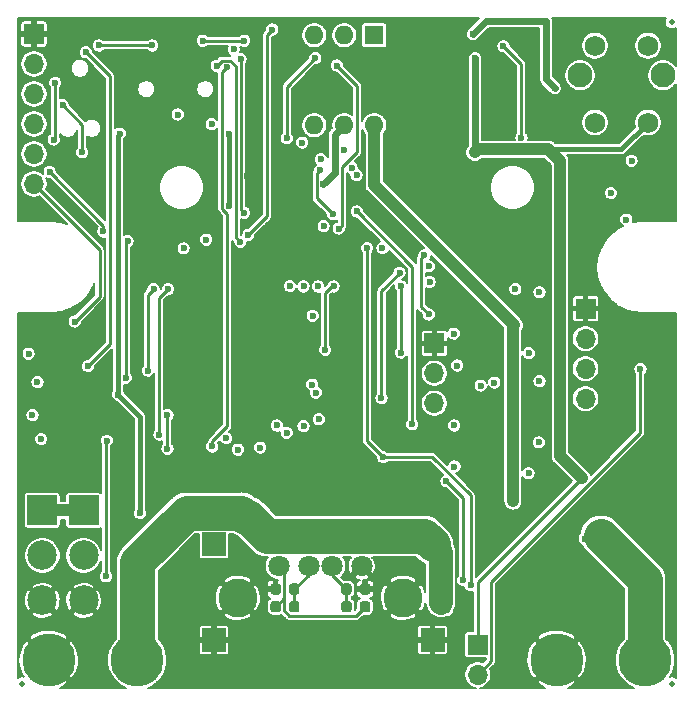
<source format=gbl>
G04 #@! TF.GenerationSoftware,KiCad,Pcbnew,5.1.10*
G04 #@! TF.CreationDate,2021-09-27T13:14:11+02:00*
G04 #@! TF.ProjectId,KXKM_ESP32_battery_management_board,4b584b4d-5f45-4535-9033-325f62617474,3.0*
G04 #@! TF.SameCoordinates,PX623a7c0PY839b680*
G04 #@! TF.FileFunction,Copper,L4,Bot*
G04 #@! TF.FilePolarity,Positive*
%FSLAX46Y46*%
G04 Gerber Fmt 4.6, Leading zero omitted, Abs format (unit mm)*
G04 Created by KiCad (PCBNEW 5.1.10) date 2021-09-27 13:14:11*
%MOMM*%
%LPD*%
G01*
G04 APERTURE LIST*
G04 #@! TA.AperFunction,ComponentPad*
%ADD10O,1.600000X1.600000*%
G04 #@! TD*
G04 #@! TA.AperFunction,ComponentPad*
%ADD11R,1.600000X1.600000*%
G04 #@! TD*
G04 #@! TA.AperFunction,ComponentPad*
%ADD12O,1.700000X1.700000*%
G04 #@! TD*
G04 #@! TA.AperFunction,ComponentPad*
%ADD13R,1.700000X1.700000*%
G04 #@! TD*
G04 #@! TA.AperFunction,ComponentPad*
%ADD14R,2.500000X2.500000*%
G04 #@! TD*
G04 #@! TA.AperFunction,ComponentPad*
%ADD15C,2.500000*%
G04 #@! TD*
G04 #@! TA.AperFunction,ComponentPad*
%ADD16R,2.000000X2.000000*%
G04 #@! TD*
G04 #@! TA.AperFunction,ComponentPad*
%ADD17C,1.800000*%
G04 #@! TD*
G04 #@! TA.AperFunction,ComponentPad*
%ADD18C,3.300000*%
G04 #@! TD*
G04 #@! TA.AperFunction,SMDPad,CuDef*
%ADD19C,0.500000*%
G04 #@! TD*
G04 #@! TA.AperFunction,ComponentPad*
%ADD20C,4.500880*%
G04 #@! TD*
G04 #@! TA.AperFunction,ComponentPad*
%ADD21C,2.100000*%
G04 #@! TD*
G04 #@! TA.AperFunction,ComponentPad*
%ADD22C,1.750000*%
G04 #@! TD*
G04 #@! TA.AperFunction,ViaPad*
%ADD23C,0.600000*%
G04 #@! TD*
G04 #@! TA.AperFunction,Conductor*
%ADD24C,0.250000*%
G04 #@! TD*
G04 #@! TA.AperFunction,Conductor*
%ADD25C,1.000000*%
G04 #@! TD*
G04 #@! TA.AperFunction,Conductor*
%ADD26C,0.400000*%
G04 #@! TD*
G04 #@! TA.AperFunction,Conductor*
%ADD27C,0.600000*%
G04 #@! TD*
G04 #@! TA.AperFunction,Conductor*
%ADD28C,2.000000*%
G04 #@! TD*
G04 #@! TA.AperFunction,Conductor*
%ADD29C,3.000000*%
G04 #@! TD*
G04 #@! TA.AperFunction,Conductor*
%ADD30C,0.200000*%
G04 #@! TD*
G04 #@! TA.AperFunction,Conductor*
%ADD31C,0.100000*%
G04 #@! TD*
G04 APERTURE END LIST*
D10*
X30560000Y48020000D03*
X25480000Y55640000D03*
X28020000Y48020000D03*
X28020000Y55640000D03*
X25480000Y48020000D03*
D11*
X30560000Y55640000D03*
D12*
X39325000Y1510000D03*
D13*
X39325000Y4050000D03*
D14*
X2450000Y15410000D03*
D15*
X2450000Y11600000D03*
X2450000Y7790000D03*
D14*
X5950000Y15410000D03*
D15*
X5950000Y11600000D03*
X5950000Y7790000D03*
D16*
X35500000Y4440000D03*
X35500000Y12560000D03*
X17000000Y4440000D03*
X17000000Y12560000D03*
G04 #@! TA.AperFunction,SMDPad,CuDef*
G36*
G01*
X22650000Y9006250D02*
X22650000Y8493750D01*
G75*
G02*
X22431250Y8275000I-218750J0D01*
G01*
X21993750Y8275000D01*
G75*
G02*
X21775000Y8493750I0J218750D01*
G01*
X21775000Y9006250D01*
G75*
G02*
X21993750Y9225000I218750J0D01*
G01*
X22431250Y9225000D01*
G75*
G02*
X22650000Y9006250I0J-218750D01*
G01*
G37*
G04 #@! TD.AperFunction*
G04 #@! TA.AperFunction,SMDPad,CuDef*
G36*
G01*
X24225000Y9006250D02*
X24225000Y8493750D01*
G75*
G02*
X24006250Y8275000I-218750J0D01*
G01*
X23568750Y8275000D01*
G75*
G02*
X23350000Y8493750I0J218750D01*
G01*
X23350000Y9006250D01*
G75*
G02*
X23568750Y9225000I218750J0D01*
G01*
X24006250Y9225000D01*
G75*
G02*
X24225000Y9006250I0J-218750D01*
G01*
G37*
G04 #@! TD.AperFunction*
G04 #@! TA.AperFunction,SMDPad,CuDef*
G36*
G01*
X23350000Y6993750D02*
X23350000Y7506250D01*
G75*
G02*
X23568750Y7725000I218750J0D01*
G01*
X24006250Y7725000D01*
G75*
G02*
X24225000Y7506250I0J-218750D01*
G01*
X24225000Y6993750D01*
G75*
G02*
X24006250Y6775000I-218750J0D01*
G01*
X23568750Y6775000D01*
G75*
G02*
X23350000Y6993750I0J218750D01*
G01*
G37*
G04 #@! TD.AperFunction*
G04 #@! TA.AperFunction,SMDPad,CuDef*
G36*
G01*
X21775000Y6993750D02*
X21775000Y7506250D01*
G75*
G02*
X21993750Y7725000I218750J0D01*
G01*
X22431250Y7725000D01*
G75*
G02*
X22650000Y7506250I0J-218750D01*
G01*
X22650000Y6993750D01*
G75*
G02*
X22431250Y6775000I-218750J0D01*
G01*
X21993750Y6775000D01*
G75*
G02*
X21775000Y6993750I0J218750D01*
G01*
G37*
G04 #@! TD.AperFunction*
G04 #@! TA.AperFunction,SMDPad,CuDef*
G36*
G01*
X29350000Y8493750D02*
X29350000Y9006250D01*
G75*
G02*
X29568750Y9225000I218750J0D01*
G01*
X30006250Y9225000D01*
G75*
G02*
X30225000Y9006250I0J-218750D01*
G01*
X30225000Y8493750D01*
G75*
G02*
X30006250Y8275000I-218750J0D01*
G01*
X29568750Y8275000D01*
G75*
G02*
X29350000Y8493750I0J218750D01*
G01*
G37*
G04 #@! TD.AperFunction*
G04 #@! TA.AperFunction,SMDPad,CuDef*
G36*
G01*
X27775000Y8493750D02*
X27775000Y9006250D01*
G75*
G02*
X27993750Y9225000I218750J0D01*
G01*
X28431250Y9225000D01*
G75*
G02*
X28650000Y9006250I0J-218750D01*
G01*
X28650000Y8493750D01*
G75*
G02*
X28431250Y8275000I-218750J0D01*
G01*
X27993750Y8275000D01*
G75*
G02*
X27775000Y8493750I0J218750D01*
G01*
G37*
G04 #@! TD.AperFunction*
G04 #@! TA.AperFunction,SMDPad,CuDef*
G36*
G01*
X28650000Y7506250D02*
X28650000Y6993750D01*
G75*
G02*
X28431250Y6775000I-218750J0D01*
G01*
X27993750Y6775000D01*
G75*
G02*
X27775000Y6993750I0J218750D01*
G01*
X27775000Y7506250D01*
G75*
G02*
X27993750Y7725000I218750J0D01*
G01*
X28431250Y7725000D01*
G75*
G02*
X28650000Y7506250I0J-218750D01*
G01*
G37*
G04 #@! TD.AperFunction*
G04 #@! TA.AperFunction,SMDPad,CuDef*
G36*
G01*
X30225000Y7506250D02*
X30225000Y6993750D01*
G75*
G02*
X30006250Y6775000I-218750J0D01*
G01*
X29568750Y6775000D01*
G75*
G02*
X29350000Y6993750I0J218750D01*
G01*
X29350000Y7506250D01*
G75*
G02*
X29568750Y7725000I218750J0D01*
G01*
X30006250Y7725000D01*
G75*
G02*
X30225000Y7506250I0J-218750D01*
G01*
G37*
G04 #@! TD.AperFunction*
D17*
X29500000Y10710000D03*
X27000000Y10710000D03*
X25000000Y10710000D03*
X22500000Y10710000D03*
D18*
X33000000Y8000000D03*
X19000000Y8000000D03*
D19*
X55750000Y56750000D03*
X750000Y750000D03*
X55750000Y750000D03*
D20*
X10500000Y2750000D03*
D12*
X48450000Y24880000D03*
X48450000Y27420000D03*
X48450000Y29960000D03*
D13*
X48450000Y32500000D03*
X1750000Y55750000D03*
D12*
X1750000Y53210000D03*
X1750000Y50670000D03*
X1750000Y48130000D03*
X1750000Y45590000D03*
X1750000Y43050000D03*
D13*
X35650000Y29550000D03*
D12*
X35650000Y27010000D03*
X35650000Y24470000D03*
D20*
X46000000Y2750000D03*
X3000000Y2750000D03*
X53500000Y2750000D03*
D21*
X55000000Y52260000D03*
D22*
X53740000Y54750000D03*
X49240000Y54750000D03*
D21*
X47990000Y52260000D03*
D22*
X49240000Y48250000D03*
X53740000Y48250000D03*
D23*
X42400000Y36800000D03*
X47475000Y41650000D03*
X4050000Y24500000D03*
X9400000Y19575000D03*
X7050000Y43200000D03*
X2900000Y49350000D03*
X13575000Y50325000D03*
X33400000Y56300000D03*
X14750000Y31500000D03*
X17000000Y31500000D03*
X20250000Y31500000D03*
X23000000Y31500000D03*
X23000000Y26750000D03*
X14750000Y26750000D03*
X14750000Y22500000D03*
X20250000Y22500000D03*
X6750000Y30500000D03*
X9000000Y15500000D03*
X13500000Y9250000D03*
X13500000Y7750000D03*
X13500000Y6250000D03*
X42000000Y5000000D03*
X42000000Y3750000D03*
X42000000Y2250000D03*
X51000000Y24500000D03*
X52000000Y24500000D03*
X54000000Y24500000D03*
X33250000Y55250000D03*
X47500000Y49000000D03*
X47500000Y48000000D03*
X47500000Y50000000D03*
X19825000Y43750000D03*
X1625000Y23475000D03*
X13050000Y23475000D03*
X13050000Y20625000D03*
X2050000Y26275000D03*
X9525000Y26625000D03*
X9675000Y38200000D03*
X31250000Y37624999D03*
X42300000Y16200000D03*
X42425000Y31075000D03*
X10725000Y15175000D03*
X8875000Y25200000D03*
X9025000Y47300000D03*
X26250000Y43050000D03*
X38925000Y55750000D03*
X45125000Y56825000D03*
X45850000Y51175000D03*
X26250000Y43050000D03*
X3550000Y51600000D03*
X3425000Y46800000D03*
X18274979Y47275000D03*
X18274979Y41225000D03*
X48150000Y18150000D03*
X39075000Y45725000D03*
X39100000Y53700000D03*
X4175000Y49725000D03*
X5825000Y45725000D03*
X26050000Y45150000D03*
X52350000Y45000000D03*
X50600000Y42275000D03*
X25975000Y44225000D03*
X27075000Y40475000D03*
X6325000Y27625000D03*
X6150000Y54200000D03*
X14425000Y37600000D03*
X28650000Y44425000D03*
X3075000Y44075000D03*
X7625000Y39025000D03*
X5200000Y31400000D03*
X18025000Y21525000D03*
X37350000Y19125000D03*
X11400000Y27250000D03*
X11875000Y34150000D03*
X44550000Y33875000D03*
X37300000Y30375000D03*
X25350000Y31875000D03*
X25875000Y23125000D03*
X37325000Y22600000D03*
X39575000Y25975000D03*
X25625000Y25375000D03*
X37575000Y27675000D03*
X25298030Y26049987D03*
X43625000Y18550000D03*
X19025000Y20550000D03*
X20900000Y20725000D03*
X44500000Y21175000D03*
X35175000Y36075000D03*
X24575000Y34374999D03*
X23425000Y34400000D03*
X35175000Y32000000D03*
X34806181Y37000010D03*
X35250000Y34750000D03*
X25800000Y34375000D03*
X2350000Y21450000D03*
X12375000Y21825000D03*
X13100000Y34150000D03*
X42500000Y34150000D03*
X32825000Y28775000D03*
X32828564Y34374968D03*
X31175000Y24925000D03*
X32700000Y35524979D03*
X7850000Y9825000D03*
X7925000Y21300000D03*
X16800000Y48125000D03*
X27970001Y45950000D03*
X24450000Y46550000D03*
X13925000Y48925000D03*
X1300000Y28675000D03*
X26400000Y29000000D03*
X27125000Y34375000D03*
X33775000Y22700000D03*
X29100000Y40725000D03*
X16325000Y38325000D03*
X29066026Y43800961D03*
X31300000Y19925000D03*
X29950000Y37625000D03*
X38724047Y9083969D03*
X44550000Y26350000D03*
X23150000Y21975000D03*
X24575000Y22550000D03*
X43650000Y28725000D03*
X22325000Y22600000D03*
X40725000Y26225000D03*
X51900000Y40025000D03*
X36200000Y7600000D03*
X36744999Y6994999D03*
X36200000Y8300000D03*
X7250000Y54775000D03*
X11750000Y54775000D03*
X19250000Y53625000D03*
X19550000Y40600010D03*
X19550000Y55175000D03*
X16050000Y55175000D03*
X21925000Y56125000D03*
X26275000Y39475000D03*
X19900000Y38750000D03*
X18675000Y54450000D03*
X27400000Y53075000D03*
X27558106Y39278707D03*
X19225000Y38150000D03*
X17225000Y53050000D03*
X43025000Y46950000D03*
X41500000Y54700000D03*
X36675000Y17875000D03*
X38100000Y9500000D03*
X48375000Y13025000D03*
X49525000Y13050000D03*
X50062500Y13587500D03*
X48975000Y12500000D03*
X49525000Y14150000D03*
X48975000Y13600000D03*
X53100000Y27375000D03*
X25567587Y53707413D03*
X23150000Y46925000D03*
X16850000Y20825000D03*
X18106692Y52921293D03*
D24*
X13050000Y23475000D02*
X13050000Y20625000D01*
X9525000Y38050000D02*
X9675000Y38200000D01*
X9525000Y26625000D02*
X9525000Y38050000D01*
D25*
X42300000Y30950000D02*
X42425000Y31075000D01*
X42300000Y16200000D02*
X42300000Y30950000D01*
D26*
X10725000Y23350000D02*
X8875000Y25200000D01*
X10725000Y15175000D02*
X10725000Y23350000D01*
X8875000Y47150000D02*
X9025000Y47300000D01*
X8875000Y25200000D02*
X8875000Y47150000D01*
D27*
X40000000Y56825000D02*
X45125000Y56825000D01*
X38925000Y55750000D02*
X40000000Y56825000D01*
X45125000Y51900000D02*
X45850000Y51175000D01*
X45125000Y56825000D02*
X45125000Y51900000D01*
D24*
X3550000Y46925000D02*
X3425000Y46800000D01*
X3550000Y51600000D02*
X3550000Y46925000D01*
D27*
X28020000Y48020000D02*
X27220001Y47220001D01*
X27220001Y44020001D02*
X26250000Y43050000D01*
X27220001Y47220001D02*
X27220001Y44020001D01*
D25*
X42425000Y31075000D02*
X30560000Y42940000D01*
X30560000Y42940000D02*
X30560000Y48020000D01*
D26*
X18274979Y41225000D02*
X18274979Y41649264D01*
X18274979Y41649264D02*
X18274979Y47275000D01*
D25*
X46289999Y20010001D02*
X46289999Y44985001D01*
X48150000Y18150000D02*
X46289999Y20010001D01*
X46289999Y44985001D02*
X45275000Y46000000D01*
D26*
X51490000Y46000000D02*
X53740000Y48250000D01*
X45275000Y46000000D02*
X51490000Y46000000D01*
D25*
X39350000Y46000000D02*
X39075000Y45725000D01*
X45275000Y46000000D02*
X39350000Y46000000D01*
D27*
X39100000Y45750000D02*
X39075000Y45725000D01*
X39100000Y53700000D02*
X39100000Y45750000D01*
D24*
X39325000Y9325000D02*
X48150000Y18150000D01*
X39325000Y4050000D02*
X39325000Y9325000D01*
X5825000Y48075000D02*
X5825000Y45725000D01*
X4175000Y49725000D02*
X5825000Y48075000D01*
X25674992Y43924992D02*
X25674992Y41875008D01*
X25674992Y41875008D02*
X27075000Y40475000D01*
X25975000Y44225000D02*
X25674992Y43924992D01*
X8200001Y29500001D02*
X8200001Y52149999D01*
X8200001Y52149999D02*
X6150000Y54200000D01*
X6325000Y27625000D02*
X8200001Y29500001D01*
X3075000Y44075000D02*
X7625000Y39525000D01*
X7625000Y39525000D02*
X7625000Y39025000D01*
X1750000Y43050000D02*
X7300000Y37500000D01*
X7300000Y33500000D02*
X5200000Y31400000D01*
X7300000Y37500000D02*
X7300000Y33500000D01*
X11400000Y33675000D02*
X11875000Y34150000D01*
X11400000Y27250000D02*
X11400000Y33675000D01*
X34506182Y32668818D02*
X34506182Y36700011D01*
X35175000Y32000000D02*
X34506182Y32668818D01*
X34506182Y36700011D02*
X34806181Y37000010D01*
X12375000Y33425000D02*
X13100000Y34150000D01*
X12375000Y21825000D02*
X12375000Y33425000D01*
X32825000Y34371404D02*
X32828564Y34374968D01*
X32825000Y28775000D02*
X32825000Y34371404D01*
X31175000Y33999979D02*
X32700000Y35524979D01*
X31175000Y24925000D02*
X31175000Y33999979D01*
X7850000Y21225000D02*
X7925000Y21300000D01*
X7850000Y9825000D02*
X7850000Y21225000D01*
X22925010Y7962510D02*
X22212500Y7250000D01*
X22925010Y10284990D02*
X22925010Y7962510D01*
X22500000Y10710000D02*
X22925010Y10284990D01*
X29037490Y6499990D02*
X29787500Y7250000D01*
X23364226Y6499990D02*
X29037490Y6499990D01*
X22925010Y6939206D02*
X23364226Y6499990D01*
X22925010Y7962510D02*
X22925010Y6939206D01*
D25*
X2450000Y15410000D02*
X5950000Y15410000D01*
D24*
X26400000Y29000000D02*
X26400000Y33800000D01*
X26975000Y34375000D02*
X27125000Y34375000D01*
X26400000Y33800000D02*
X26975000Y34375000D01*
X33775000Y36050000D02*
X29100000Y40725000D01*
X33775000Y22700000D02*
X33775000Y36050000D01*
X29950000Y21275000D02*
X31300000Y19925000D01*
X29950000Y37625000D02*
X29950000Y21275000D01*
X31300000Y19925000D02*
X35476002Y19925000D01*
X35476002Y19925000D02*
X38724047Y16676955D01*
X38724047Y16676955D02*
X38724047Y9083969D01*
D28*
X36200000Y11860000D02*
X36200000Y8300000D01*
X35500000Y12560000D02*
X36200000Y11860000D01*
X36200000Y8300000D02*
X36200000Y7600000D01*
D29*
X10500000Y2750000D02*
X10500000Y11030002D01*
X19650001Y14880001D02*
X19869999Y14880001D01*
X19320001Y15210001D02*
X19650001Y14880001D01*
X21489999Y13260001D02*
X34799999Y13260001D01*
X34799999Y13260001D02*
X35500000Y12560000D01*
X19869999Y14880001D02*
X21489999Y13260001D01*
X14679999Y15210001D02*
X19320001Y15210001D01*
X10500000Y11030002D02*
X14679999Y15210001D01*
D24*
X7250000Y54775000D02*
X11750000Y54775000D01*
X19250000Y40900010D02*
X19550000Y40600010D01*
X19250000Y53625000D02*
X19250000Y40900010D01*
X19550000Y55175000D02*
X16050000Y55175000D01*
X21500000Y40350000D02*
X21500000Y55700000D01*
X21500000Y55700000D02*
X21925000Y56125000D01*
X19900000Y38750000D02*
X21500000Y40350000D01*
X27858105Y44484107D02*
X27858105Y39578706D01*
X27400000Y53075000D02*
X29095001Y51379999D01*
X29095001Y45721003D02*
X27858105Y44484107D01*
X27858105Y39578706D02*
X27558106Y39278707D01*
X29095001Y51379999D02*
X29095001Y45721003D01*
X18849989Y53028998D02*
X18378988Y53499999D01*
X19225000Y38150000D02*
X18849989Y38525011D01*
X18849989Y38525011D02*
X18849989Y53028998D01*
X17674999Y53499999D02*
X17225000Y53050000D01*
X18378988Y53499999D02*
X17674999Y53499999D01*
X43025000Y53175000D02*
X41500000Y54700000D01*
X43025000Y46950000D02*
X43025000Y53175000D01*
X36675000Y17875000D02*
X38100000Y16450000D01*
X38100000Y16450000D02*
X38100000Y9500000D01*
X25000000Y9962500D02*
X23787500Y8750000D01*
X25000000Y10710000D02*
X25000000Y9962500D01*
X23787500Y8750000D02*
X23787500Y7250000D01*
X27000000Y9962500D02*
X28212500Y8750000D01*
X27000000Y10710000D02*
X27000000Y9962500D01*
X28212500Y8750000D02*
X28212500Y7162500D01*
D29*
X53500000Y9500000D02*
X53112500Y9887500D01*
X53500000Y2750000D02*
X53500000Y9500000D01*
X50275000Y12725000D02*
X49750000Y13250000D01*
X52587500Y10412500D02*
X50275000Y12725000D01*
X53112500Y9887500D02*
X52587500Y10412500D01*
D24*
X40450001Y2635001D02*
X39325000Y1510000D01*
X40450001Y9353973D02*
X40450001Y2635001D01*
X53100000Y22003972D02*
X40450001Y9353973D01*
X53100000Y27375000D02*
X53100000Y22003972D01*
X23150000Y51289826D02*
X23150000Y46925000D01*
X25567587Y53707413D02*
X23150000Y51289826D01*
X17699977Y52514578D02*
X18106692Y52921293D01*
X18125000Y22524264D02*
X18125000Y40523975D01*
X16850000Y21249264D02*
X18125000Y22524264D01*
X17699977Y40948998D02*
X17699977Y52514578D01*
X18125000Y40523975D02*
X17699977Y40948998D01*
X16850000Y20825000D02*
X16850000Y21249264D01*
D30*
X38542525Y56216052D02*
X38542522Y56216050D01*
X38458950Y56132478D01*
X38442489Y56107842D01*
X38423705Y56084954D01*
X38409748Y56058843D01*
X38393287Y56034207D01*
X38381949Y56006834D01*
X38367991Y55980721D01*
X38359395Y55952384D01*
X38348058Y55925014D01*
X38342278Y55895958D01*
X38333682Y55867620D01*
X38330779Y55838149D01*
X38325000Y55809095D01*
X38325000Y55779474D01*
X38322097Y55750000D01*
X38325000Y55720526D01*
X38325000Y55690905D01*
X38330779Y55661851D01*
X38333682Y55632380D01*
X38342278Y55604042D01*
X38348058Y55574986D01*
X38359395Y55547616D01*
X38367991Y55519279D01*
X38381949Y55493166D01*
X38393287Y55465793D01*
X38409748Y55441157D01*
X38423705Y55415046D01*
X38442488Y55392159D01*
X38458950Y55367522D01*
X38479901Y55346571D01*
X38498684Y55323684D01*
X38521571Y55304901D01*
X38542522Y55283950D01*
X38567159Y55267488D01*
X38590046Y55248705D01*
X38616157Y55234748D01*
X38640793Y55218287D01*
X38668166Y55206949D01*
X38694279Y55192991D01*
X38722616Y55184395D01*
X38749986Y55173058D01*
X38779042Y55167278D01*
X38807380Y55158682D01*
X38836851Y55155779D01*
X38865905Y55150000D01*
X38895526Y55150000D01*
X38925000Y55147097D01*
X38954474Y55150000D01*
X38984095Y55150000D01*
X39013149Y55155779D01*
X39042620Y55158682D01*
X39070958Y55167278D01*
X39100014Y55173058D01*
X39127384Y55184395D01*
X39155721Y55192991D01*
X39181834Y55206949D01*
X39209207Y55218287D01*
X39233843Y55234748D01*
X39259954Y55248705D01*
X39282842Y55267489D01*
X39307478Y55283950D01*
X39391050Y55367522D01*
X39391052Y55367525D01*
X40248528Y56225000D01*
X44525000Y56225000D01*
X44525001Y51929484D01*
X44522097Y51900000D01*
X44533682Y51782380D01*
X44563412Y51684374D01*
X44567991Y51669279D01*
X44623705Y51565045D01*
X44698684Y51473683D01*
X44721581Y51454892D01*
X45383950Y50792522D01*
X45467522Y50708950D01*
X45492152Y50692492D01*
X45515045Y50673705D01*
X45541163Y50659744D01*
X45565793Y50643287D01*
X45593155Y50631953D01*
X45619278Y50617990D01*
X45647625Y50609391D01*
X45674986Y50598058D01*
X45704036Y50592279D01*
X45732379Y50583682D01*
X45761852Y50580779D01*
X45790905Y50575000D01*
X45820526Y50575000D01*
X45850000Y50572097D01*
X45879474Y50575000D01*
X45909095Y50575000D01*
X45938149Y50580779D01*
X45967620Y50583682D01*
X45995961Y50592279D01*
X46025014Y50598058D01*
X46052378Y50609392D01*
X46080721Y50617990D01*
X46106840Y50631951D01*
X46134207Y50643287D01*
X46158841Y50659747D01*
X46184954Y50673705D01*
X46207841Y50692488D01*
X46232478Y50708950D01*
X46253429Y50729901D01*
X46276316Y50748684D01*
X46295099Y50771571D01*
X46316050Y50792522D01*
X46332512Y50817159D01*
X46351295Y50840046D01*
X46365253Y50866159D01*
X46381713Y50890793D01*
X46393049Y50918160D01*
X46407010Y50944279D01*
X46415608Y50972622D01*
X46426942Y50999986D01*
X46432721Y51029039D01*
X46441318Y51057380D01*
X46444221Y51086851D01*
X46450000Y51115905D01*
X46450000Y51145526D01*
X46452903Y51175000D01*
X46450000Y51204474D01*
X46450000Y51234095D01*
X46444221Y51263148D01*
X46441318Y51292621D01*
X46432721Y51320964D01*
X46426942Y51350014D01*
X46415609Y51377375D01*
X46407010Y51405722D01*
X46393047Y51431845D01*
X46381713Y51459207D01*
X46365256Y51483837D01*
X46351295Y51509955D01*
X46332508Y51532848D01*
X46316050Y51557478D01*
X46232478Y51641050D01*
X45725000Y52148527D01*
X45725000Y52392963D01*
X46640000Y52392963D01*
X46640000Y52127037D01*
X46691880Y51866220D01*
X46793646Y51620535D01*
X46941387Y51399425D01*
X47129425Y51211387D01*
X47350535Y51063646D01*
X47596220Y50961880D01*
X47857037Y50910000D01*
X48122963Y50910000D01*
X48383780Y50961880D01*
X48629465Y51063646D01*
X48850575Y51211387D01*
X49038613Y51399425D01*
X49186354Y51620535D01*
X49288120Y51866220D01*
X49340000Y52127037D01*
X49340000Y52392963D01*
X49288120Y52653780D01*
X49186354Y52899465D01*
X49038613Y53120575D01*
X48850575Y53308613D01*
X48629465Y53456354D01*
X48383780Y53558120D01*
X48122963Y53610000D01*
X47857037Y53610000D01*
X47596220Y53558120D01*
X47350535Y53456354D01*
X47129425Y53308613D01*
X46941387Y53120575D01*
X46793646Y52899465D01*
X46691880Y52653780D01*
X46640000Y52392963D01*
X45725000Y52392963D01*
X45725000Y54865727D01*
X48065000Y54865727D01*
X48065000Y54634273D01*
X48110155Y54407265D01*
X48198729Y54193429D01*
X48327318Y54000981D01*
X48490981Y53837318D01*
X48683429Y53708729D01*
X48897265Y53620155D01*
X49124273Y53575000D01*
X49355727Y53575000D01*
X49582735Y53620155D01*
X49796571Y53708729D01*
X49989019Y53837318D01*
X50152682Y54000981D01*
X50281271Y54193429D01*
X50369845Y54407265D01*
X50415000Y54634273D01*
X50415000Y54865727D01*
X52565000Y54865727D01*
X52565000Y54634273D01*
X52610155Y54407265D01*
X52698729Y54193429D01*
X52827318Y54000981D01*
X52990981Y53837318D01*
X53183429Y53708729D01*
X53397265Y53620155D01*
X53624273Y53575000D01*
X53855727Y53575000D01*
X54082735Y53620155D01*
X54296571Y53708729D01*
X54489019Y53837318D01*
X54652682Y54000981D01*
X54781271Y54193429D01*
X54869845Y54407265D01*
X54915000Y54634273D01*
X54915000Y54865727D01*
X54869845Y55092735D01*
X54781271Y55306571D01*
X54652682Y55499019D01*
X54489019Y55662682D01*
X54296571Y55791271D01*
X54082735Y55879845D01*
X53855727Y55925000D01*
X53624273Y55925000D01*
X53397265Y55879845D01*
X53183429Y55791271D01*
X52990981Y55662682D01*
X52827318Y55499019D01*
X52698729Y55306571D01*
X52610155Y55092735D01*
X52565000Y54865727D01*
X50415000Y54865727D01*
X50369845Y55092735D01*
X50281271Y55306571D01*
X50152682Y55499019D01*
X49989019Y55662682D01*
X49796571Y55791271D01*
X49582735Y55879845D01*
X49355727Y55925000D01*
X49124273Y55925000D01*
X48897265Y55879845D01*
X48683429Y55791271D01*
X48490981Y55662682D01*
X48327318Y55499019D01*
X48198729Y55306571D01*
X48110155Y55092735D01*
X48065000Y54865727D01*
X45725000Y54865727D01*
X45725000Y56795526D01*
X45727903Y56825000D01*
X45725000Y56854474D01*
X45725000Y56884095D01*
X45719221Y56913148D01*
X45716318Y56942621D01*
X45707721Y56970963D01*
X45701942Y57000014D01*
X45690608Y57027377D01*
X45682010Y57055721D01*
X45668047Y57081844D01*
X45656713Y57109207D01*
X45646160Y57125000D01*
X55278953Y57125000D01*
X55218287Y57034207D01*
X55173058Y56925014D01*
X55150000Y56809095D01*
X55150000Y56690905D01*
X55173058Y56574986D01*
X55218287Y56465793D01*
X55283950Y56367522D01*
X55367522Y56283950D01*
X55465793Y56218287D01*
X55574986Y56173058D01*
X55690905Y56150000D01*
X55809095Y56150000D01*
X55925014Y56173058D01*
X56034207Y56218287D01*
X56125000Y56278953D01*
X56125000Y53006253D01*
X56048613Y53120575D01*
X55860575Y53308613D01*
X55639465Y53456354D01*
X55393780Y53558120D01*
X55132963Y53610000D01*
X54867037Y53610000D01*
X54606220Y53558120D01*
X54360535Y53456354D01*
X54139425Y53308613D01*
X53951387Y53120575D01*
X53803646Y52899465D01*
X53701880Y52653780D01*
X53650000Y52392963D01*
X53650000Y52127037D01*
X53701880Y51866220D01*
X53803646Y51620535D01*
X53951387Y51399425D01*
X54139425Y51211387D01*
X54360535Y51063646D01*
X54606220Y50961880D01*
X54867037Y50910000D01*
X55132963Y50910000D01*
X55393780Y50961880D01*
X55639465Y51063646D01*
X55860575Y51211387D01*
X56048613Y51399425D01*
X56125000Y51513747D01*
X56125001Y39875000D01*
X53231581Y39875000D01*
X53230278Y39874872D01*
X53198515Y39874650D01*
X53181570Y39872869D01*
X53164539Y39872869D01*
X53159331Y39872322D01*
X52480508Y39796180D01*
X52452159Y39790154D01*
X52476942Y39849986D01*
X52500000Y39965905D01*
X52500000Y40084095D01*
X52476942Y40200014D01*
X52431713Y40309207D01*
X52366050Y40407478D01*
X52282478Y40491050D01*
X52184207Y40556713D01*
X52075014Y40601942D01*
X51959095Y40625000D01*
X51840905Y40625000D01*
X51724986Y40601942D01*
X51615793Y40556713D01*
X51517522Y40491050D01*
X51433950Y40407478D01*
X51368287Y40309207D01*
X51323058Y40200014D01*
X51300000Y40084095D01*
X51300000Y39965905D01*
X51323058Y39849986D01*
X51368287Y39740793D01*
X51433950Y39642522D01*
X51517522Y39558950D01*
X51606592Y39499435D01*
X51091957Y39216512D01*
X51063902Y39197302D01*
X51035604Y39178501D01*
X51031569Y39175163D01*
X50508301Y38736089D01*
X50484512Y38711796D01*
X50460404Y38687856D01*
X50457094Y38683798D01*
X50029073Y38151447D01*
X50010457Y38122998D01*
X49991457Y38094830D01*
X49988999Y38090207D01*
X49672531Y37484859D01*
X49659795Y37453337D01*
X49646628Y37422014D01*
X49645114Y37417001D01*
X49452252Y36761713D01*
X49445879Y36728303D01*
X49439050Y36695033D01*
X49438538Y36689822D01*
X49376628Y36009554D01*
X49376866Y35975495D01*
X49376629Y35941579D01*
X49377139Y35936368D01*
X49448541Y35257029D01*
X49455386Y35223685D01*
X49461745Y35190349D01*
X49463258Y35185337D01*
X49665249Y34532805D01*
X49678425Y34501462D01*
X49691153Y34469959D01*
X49693611Y34465336D01*
X50018500Y33864466D01*
X50037500Y33836298D01*
X50056116Y33807849D01*
X50059425Y33803791D01*
X50494838Y33277468D01*
X50518946Y33253527D01*
X50542735Y33229235D01*
X50546769Y33225897D01*
X51076119Y32794172D01*
X51104444Y32775353D01*
X51132472Y32756162D01*
X51137078Y32753671D01*
X51740202Y32432984D01*
X51771631Y32420030D01*
X51802865Y32406643D01*
X51807867Y32405094D01*
X52461793Y32207662D01*
X52495147Y32201058D01*
X52528379Y32193994D01*
X52533586Y32193447D01*
X53213406Y32126790D01*
X53231581Y32125000D01*
X56125000Y32125000D01*
X56125001Y1221046D01*
X56034207Y1281713D01*
X55925014Y1326942D01*
X55809095Y1350000D01*
X55690905Y1350000D01*
X55622899Y1336473D01*
X55760170Y1541914D01*
X55952428Y2006064D01*
X56050440Y2498804D01*
X56050440Y3001196D01*
X55952428Y3493936D01*
X55760170Y3958086D01*
X55481056Y4375810D01*
X55300000Y4556866D01*
X55300000Y9411584D01*
X55308708Y9500000D01*
X55300000Y9588416D01*
X55300000Y9588424D01*
X55273955Y9852862D01*
X55171029Y10192163D01*
X55003887Y10504865D01*
X54778950Y10778950D01*
X54710261Y10835322D01*
X54447822Y11097761D01*
X54447817Y11097767D01*
X53922821Y11622762D01*
X53922817Y11622767D01*
X51610321Y13935262D01*
X51610317Y13935267D01*
X50960266Y14585317D01*
X50754864Y14753886D01*
X50442162Y14921029D01*
X50102861Y15023955D01*
X49750000Y15058708D01*
X49397139Y15023955D01*
X49057838Y14921029D01*
X48745136Y14753886D01*
X48471050Y14528950D01*
X48246114Y14254864D01*
X48078971Y13942162D01*
X47976045Y13602861D01*
X47962030Y13460558D01*
X47908950Y13407478D01*
X47843287Y13309207D01*
X47798058Y13200014D01*
X47775000Y13084095D01*
X47775000Y12965905D01*
X47798058Y12849986D01*
X47843287Y12740793D01*
X47908950Y12642522D01*
X47992522Y12558950D01*
X48090793Y12493287D01*
X48119924Y12481221D01*
X48246114Y12245136D01*
X48414683Y12039734D01*
X49064733Y11389683D01*
X49064738Y11389679D01*
X51377233Y9077183D01*
X51377238Y9077179D01*
X51700001Y8754415D01*
X51700000Y4556866D01*
X51518944Y4375810D01*
X51239830Y3958086D01*
X51047572Y3493936D01*
X50949560Y3001196D01*
X50949560Y2498804D01*
X51047572Y2006064D01*
X51239830Y1541914D01*
X51518944Y1124190D01*
X51874190Y768944D01*
X52291914Y489830D01*
X52569137Y375000D01*
X46944077Y375000D01*
X47026230Y401662D01*
X47382429Y592054D01*
X47649860Y888008D01*
X46000000Y2537868D01*
X44350140Y888008D01*
X44617571Y592054D01*
X45043205Y375000D01*
X39513675Y375000D01*
X39660443Y404194D01*
X39869729Y490884D01*
X40058082Y616737D01*
X40218263Y776918D01*
X40344116Y965271D01*
X40430806Y1174557D01*
X40475000Y1396735D01*
X40475000Y1623265D01*
X40430806Y1845443D01*
X40381212Y1965172D01*
X40735763Y2319722D01*
X40751975Y2333027D01*
X40805085Y2397741D01*
X40844549Y2471574D01*
X40868851Y2551687D01*
X40875001Y2614127D01*
X40875001Y2614134D01*
X40877056Y2635001D01*
X40875001Y2655868D01*
X40875001Y2700557D01*
X43437697Y2700557D01*
X43496577Y2201627D01*
X43651662Y1723770D01*
X43842054Y1367571D01*
X44138008Y1100140D01*
X45787868Y2750000D01*
X46212132Y2750000D01*
X47861992Y1100140D01*
X48157946Y1367571D01*
X48386180Y1815128D01*
X48522714Y2298612D01*
X48562303Y2799443D01*
X48503423Y3298373D01*
X48348338Y3776230D01*
X48157946Y4132429D01*
X47861992Y4399860D01*
X46212132Y2750000D01*
X45787868Y2750000D01*
X44138008Y4399860D01*
X43842054Y4132429D01*
X43613820Y3684872D01*
X43477286Y3201388D01*
X43437697Y2700557D01*
X40875001Y2700557D01*
X40875001Y4611992D01*
X44350140Y4611992D01*
X46000000Y2962132D01*
X47649860Y4611992D01*
X47382429Y4907946D01*
X46934872Y5136180D01*
X46451388Y5272714D01*
X45950557Y5312303D01*
X45451627Y5253423D01*
X44973770Y5098338D01*
X44617571Y4907946D01*
X44350140Y4611992D01*
X40875001Y4611992D01*
X40875001Y9177933D01*
X53385762Y21688693D01*
X53401974Y21701998D01*
X53455084Y21766712D01*
X53494548Y21840545D01*
X53511478Y21896355D01*
X53518850Y21920657D01*
X53524011Y21973058D01*
X53525000Y21983098D01*
X53525000Y21983104D01*
X53527055Y22003971D01*
X53525000Y22024838D01*
X53525000Y26951472D01*
X53566050Y26992522D01*
X53631713Y27090793D01*
X53676942Y27199986D01*
X53700000Y27315905D01*
X53700000Y27434095D01*
X53676942Y27550014D01*
X53631713Y27659207D01*
X53566050Y27757478D01*
X53482478Y27841050D01*
X53384207Y27906713D01*
X53275014Y27951942D01*
X53159095Y27975000D01*
X53040905Y27975000D01*
X52924986Y27951942D01*
X52815793Y27906713D01*
X52717522Y27841050D01*
X52633950Y27757478D01*
X52568287Y27659207D01*
X52523058Y27550014D01*
X52500000Y27434095D01*
X52500000Y27315905D01*
X52523058Y27199986D01*
X52568287Y27090793D01*
X52633950Y26992522D01*
X52675000Y26951472D01*
X52675001Y22180014D01*
X48906629Y18411641D01*
X48892679Y18457628D01*
X48818393Y18596607D01*
X48743470Y18687901D01*
X47089999Y20341371D01*
X47089999Y24993265D01*
X47300000Y24993265D01*
X47300000Y24766735D01*
X47344194Y24544557D01*
X47430884Y24335271D01*
X47556737Y24146918D01*
X47716918Y23986737D01*
X47905271Y23860884D01*
X48114557Y23774194D01*
X48336735Y23730000D01*
X48563265Y23730000D01*
X48785443Y23774194D01*
X48994729Y23860884D01*
X49183082Y23986737D01*
X49343263Y24146918D01*
X49469116Y24335271D01*
X49555806Y24544557D01*
X49600000Y24766735D01*
X49600000Y24993265D01*
X49555806Y25215443D01*
X49469116Y25424729D01*
X49343263Y25613082D01*
X49183082Y25773263D01*
X48994729Y25899116D01*
X48785443Y25985806D01*
X48563265Y26030000D01*
X48336735Y26030000D01*
X48114557Y25985806D01*
X47905271Y25899116D01*
X47716918Y25773263D01*
X47556737Y25613082D01*
X47430884Y25424729D01*
X47344194Y25215443D01*
X47300000Y24993265D01*
X47089999Y24993265D01*
X47089999Y27533265D01*
X47300000Y27533265D01*
X47300000Y27306735D01*
X47344194Y27084557D01*
X47430884Y26875271D01*
X47556737Y26686918D01*
X47716918Y26526737D01*
X47905271Y26400884D01*
X48114557Y26314194D01*
X48336735Y26270000D01*
X48563265Y26270000D01*
X48785443Y26314194D01*
X48994729Y26400884D01*
X49183082Y26526737D01*
X49343263Y26686918D01*
X49469116Y26875271D01*
X49555806Y27084557D01*
X49600000Y27306735D01*
X49600000Y27533265D01*
X49555806Y27755443D01*
X49469116Y27964729D01*
X49343263Y28153082D01*
X49183082Y28313263D01*
X48994729Y28439116D01*
X48785443Y28525806D01*
X48563265Y28570000D01*
X48336735Y28570000D01*
X48114557Y28525806D01*
X47905271Y28439116D01*
X47716918Y28313263D01*
X47556737Y28153082D01*
X47430884Y27964729D01*
X47344194Y27755443D01*
X47300000Y27533265D01*
X47089999Y27533265D01*
X47089999Y30073265D01*
X47300000Y30073265D01*
X47300000Y29846735D01*
X47344194Y29624557D01*
X47430884Y29415271D01*
X47556737Y29226918D01*
X47716918Y29066737D01*
X47905271Y28940884D01*
X48114557Y28854194D01*
X48336735Y28810000D01*
X48563265Y28810000D01*
X48785443Y28854194D01*
X48994729Y28940884D01*
X49183082Y29066737D01*
X49343263Y29226918D01*
X49469116Y29415271D01*
X49555806Y29624557D01*
X49600000Y29846735D01*
X49600000Y30073265D01*
X49555806Y30295443D01*
X49469116Y30504729D01*
X49343263Y30693082D01*
X49183082Y30853263D01*
X48994729Y30979116D01*
X48785443Y31065806D01*
X48563265Y31110000D01*
X48336735Y31110000D01*
X48114557Y31065806D01*
X47905271Y30979116D01*
X47716918Y30853263D01*
X47556737Y30693082D01*
X47430884Y30504729D01*
X47344194Y30295443D01*
X47300000Y30073265D01*
X47089999Y30073265D01*
X47089999Y31650000D01*
X47298548Y31650000D01*
X47304340Y31591190D01*
X47321495Y31534639D01*
X47349352Y31482522D01*
X47386841Y31436841D01*
X47432522Y31399352D01*
X47484639Y31371495D01*
X47541190Y31354340D01*
X47600000Y31348548D01*
X48225000Y31350000D01*
X48300000Y31425000D01*
X48300000Y32350000D01*
X48600000Y32350000D01*
X48600000Y31425000D01*
X48675000Y31350000D01*
X49300000Y31348548D01*
X49358810Y31354340D01*
X49415361Y31371495D01*
X49467478Y31399352D01*
X49513159Y31436841D01*
X49550648Y31482522D01*
X49578505Y31534639D01*
X49595660Y31591190D01*
X49601452Y31650000D01*
X49600000Y32275000D01*
X49525000Y32350000D01*
X48600000Y32350000D01*
X48300000Y32350000D01*
X47375000Y32350000D01*
X47300000Y32275000D01*
X47298548Y31650000D01*
X47089999Y31650000D01*
X47089999Y33350000D01*
X47298548Y33350000D01*
X47300000Y32725000D01*
X47375000Y32650000D01*
X48300000Y32650000D01*
X48300000Y33575000D01*
X48600000Y33575000D01*
X48600000Y32650000D01*
X49525000Y32650000D01*
X49600000Y32725000D01*
X49601452Y33350000D01*
X49595660Y33408810D01*
X49578505Y33465361D01*
X49550648Y33517478D01*
X49513159Y33563159D01*
X49467478Y33600648D01*
X49415361Y33628505D01*
X49358810Y33645660D01*
X49300000Y33651452D01*
X48675000Y33650000D01*
X48600000Y33575000D01*
X48300000Y33575000D01*
X48225000Y33650000D01*
X47600000Y33651452D01*
X47541190Y33645660D01*
X47484639Y33628505D01*
X47432522Y33600648D01*
X47386841Y33563159D01*
X47349352Y33517478D01*
X47321495Y33465361D01*
X47304340Y33408810D01*
X47298548Y33350000D01*
X47089999Y33350000D01*
X47089999Y42334095D01*
X50000000Y42334095D01*
X50000000Y42215905D01*
X50023058Y42099986D01*
X50068287Y41990793D01*
X50133950Y41892522D01*
X50217522Y41808950D01*
X50315793Y41743287D01*
X50424986Y41698058D01*
X50540905Y41675000D01*
X50659095Y41675000D01*
X50775014Y41698058D01*
X50884207Y41743287D01*
X50982478Y41808950D01*
X51066050Y41892522D01*
X51131713Y41990793D01*
X51176942Y42099986D01*
X51200000Y42215905D01*
X51200000Y42334095D01*
X51176942Y42450014D01*
X51131713Y42559207D01*
X51066050Y42657478D01*
X50982478Y42741050D01*
X50884207Y42806713D01*
X50775014Y42851942D01*
X50659095Y42875000D01*
X50540905Y42875000D01*
X50424986Y42851942D01*
X50315793Y42806713D01*
X50217522Y42741050D01*
X50133950Y42657478D01*
X50068287Y42559207D01*
X50023058Y42450014D01*
X50000000Y42334095D01*
X47089999Y42334095D01*
X47089999Y44945719D01*
X47093868Y44985002D01*
X47089999Y45024285D01*
X47089999Y45024294D01*
X47086572Y45059095D01*
X51750000Y45059095D01*
X51750000Y44940905D01*
X51773058Y44824986D01*
X51818287Y44715793D01*
X51883950Y44617522D01*
X51967522Y44533950D01*
X52065793Y44468287D01*
X52174986Y44423058D01*
X52290905Y44400000D01*
X52409095Y44400000D01*
X52525014Y44423058D01*
X52634207Y44468287D01*
X52732478Y44533950D01*
X52816050Y44617522D01*
X52881713Y44715793D01*
X52926942Y44824986D01*
X52950000Y44940905D01*
X52950000Y45059095D01*
X52926942Y45175014D01*
X52881713Y45284207D01*
X52816050Y45382478D01*
X52732478Y45466050D01*
X52634207Y45531713D01*
X52525014Y45576942D01*
X52409095Y45600000D01*
X52290905Y45600000D01*
X52174986Y45576942D01*
X52065793Y45531713D01*
X51967522Y45466050D01*
X51883950Y45382478D01*
X51818287Y45284207D01*
X51773058Y45175014D01*
X51750000Y45059095D01*
X47086572Y45059095D01*
X47078423Y45141828D01*
X47032678Y45292629D01*
X46967244Y45415046D01*
X46958392Y45431608D01*
X46902264Y45500000D01*
X51465440Y45500000D01*
X51490000Y45497581D01*
X51514560Y45500000D01*
X51588017Y45507235D01*
X51682267Y45535825D01*
X51769129Y45582254D01*
X51845264Y45644736D01*
X51860929Y45663824D01*
X53340694Y47143588D01*
X53397265Y47120155D01*
X53624273Y47075000D01*
X53855727Y47075000D01*
X54082735Y47120155D01*
X54296571Y47208729D01*
X54489019Y47337318D01*
X54652682Y47500981D01*
X54781271Y47693429D01*
X54869845Y47907265D01*
X54915000Y48134273D01*
X54915000Y48365727D01*
X54869845Y48592735D01*
X54781271Y48806571D01*
X54652682Y48999019D01*
X54489019Y49162682D01*
X54296571Y49291271D01*
X54082735Y49379845D01*
X53855727Y49425000D01*
X53624273Y49425000D01*
X53397265Y49379845D01*
X53183429Y49291271D01*
X52990981Y49162682D01*
X52827318Y48999019D01*
X52698729Y48806571D01*
X52610155Y48592735D01*
X52565000Y48365727D01*
X52565000Y48134273D01*
X52610155Y47907265D01*
X52633588Y47850694D01*
X51282895Y46500000D01*
X45906370Y46500000D01*
X45868473Y46537897D01*
X45843422Y46568422D01*
X45721606Y46668393D01*
X45582628Y46742679D01*
X45431827Y46788424D01*
X45314293Y46800000D01*
X45314291Y46800000D01*
X45275000Y46803870D01*
X45235709Y46800000D01*
X43606918Y46800000D01*
X43625000Y46890905D01*
X43625000Y47009095D01*
X43601942Y47125014D01*
X43556713Y47234207D01*
X43491050Y47332478D01*
X43450000Y47373528D01*
X43450000Y48365727D01*
X48065000Y48365727D01*
X48065000Y48134273D01*
X48110155Y47907265D01*
X48198729Y47693429D01*
X48327318Y47500981D01*
X48490981Y47337318D01*
X48683429Y47208729D01*
X48897265Y47120155D01*
X49124273Y47075000D01*
X49355727Y47075000D01*
X49582735Y47120155D01*
X49796571Y47208729D01*
X49989019Y47337318D01*
X50152682Y47500981D01*
X50281271Y47693429D01*
X50369845Y47907265D01*
X50415000Y48134273D01*
X50415000Y48365727D01*
X50369845Y48592735D01*
X50281271Y48806571D01*
X50152682Y48999019D01*
X49989019Y49162682D01*
X49796571Y49291271D01*
X49582735Y49379845D01*
X49355727Y49425000D01*
X49124273Y49425000D01*
X48897265Y49379845D01*
X48683429Y49291271D01*
X48490981Y49162682D01*
X48327318Y48999019D01*
X48198729Y48806571D01*
X48110155Y48592735D01*
X48065000Y48365727D01*
X43450000Y48365727D01*
X43450000Y53154133D01*
X43452055Y53175000D01*
X43450000Y53195867D01*
X43450000Y53195874D01*
X43443850Y53258314D01*
X43426400Y53315840D01*
X43419548Y53338428D01*
X43391832Y53390280D01*
X43380084Y53412260D01*
X43326974Y53476974D01*
X43310762Y53490279D01*
X42100000Y54701040D01*
X42100000Y54759095D01*
X42076942Y54875014D01*
X42031713Y54984207D01*
X41966050Y55082478D01*
X41882478Y55166050D01*
X41784207Y55231713D01*
X41675014Y55276942D01*
X41559095Y55300000D01*
X41440905Y55300000D01*
X41324986Y55276942D01*
X41215793Y55231713D01*
X41117522Y55166050D01*
X41033950Y55082478D01*
X40968287Y54984207D01*
X40923058Y54875014D01*
X40900000Y54759095D01*
X40900000Y54640905D01*
X40923058Y54524986D01*
X40968287Y54415793D01*
X41033950Y54317522D01*
X41117522Y54233950D01*
X41215793Y54168287D01*
X41324986Y54123058D01*
X41440905Y54100000D01*
X41498960Y54100000D01*
X42600001Y52998958D01*
X42600000Y47373528D01*
X42558950Y47332478D01*
X42493287Y47234207D01*
X42448058Y47125014D01*
X42425000Y47009095D01*
X42425000Y46890905D01*
X42443082Y46800000D01*
X39700000Y46800000D01*
X39700000Y53759095D01*
X39694221Y53788148D01*
X39691318Y53817621D01*
X39682721Y53845963D01*
X39676942Y53875014D01*
X39665608Y53902377D01*
X39657010Y53930721D01*
X39643047Y53956844D01*
X39631713Y53984207D01*
X39615259Y54008832D01*
X39601296Y54034955D01*
X39582504Y54057853D01*
X39566050Y54082478D01*
X39545109Y54103419D01*
X39526317Y54126317D01*
X39503420Y54145108D01*
X39482478Y54166050D01*
X39457849Y54182506D01*
X39434954Y54201296D01*
X39408836Y54215256D01*
X39384207Y54231713D01*
X39356839Y54243049D01*
X39330720Y54257010D01*
X39302380Y54265607D01*
X39275014Y54276942D01*
X39245960Y54282721D01*
X39217620Y54291318D01*
X39188149Y54294221D01*
X39159095Y54300000D01*
X39129474Y54300000D01*
X39100000Y54302903D01*
X39070526Y54300000D01*
X39040905Y54300000D01*
X39011852Y54294221D01*
X38982379Y54291318D01*
X38954037Y54282721D01*
X38924986Y54276942D01*
X38897623Y54265608D01*
X38869279Y54257010D01*
X38843156Y54243047D01*
X38815793Y54231713D01*
X38791168Y54215259D01*
X38765045Y54201296D01*
X38742147Y54182504D01*
X38717522Y54166050D01*
X38696581Y54145109D01*
X38673683Y54126317D01*
X38654892Y54103420D01*
X38633950Y54082478D01*
X38617494Y54057849D01*
X38598704Y54034954D01*
X38584744Y54008836D01*
X38568287Y53984207D01*
X38556951Y53956839D01*
X38542990Y53930720D01*
X38534393Y53902380D01*
X38523058Y53875014D01*
X38517279Y53845960D01*
X38508682Y53817620D01*
X38505779Y53788149D01*
X38500000Y53759095D01*
X38500000Y53729473D01*
X38500001Y46281371D01*
X38481531Y46262901D01*
X38406607Y46171606D01*
X38332321Y46032627D01*
X38286577Y45881827D01*
X38271130Y45725000D01*
X38286577Y45568173D01*
X38332321Y45417373D01*
X38406607Y45278394D01*
X38506579Y45156579D01*
X38628394Y45056607D01*
X38767373Y44982321D01*
X38918173Y44936577D01*
X39075000Y44921130D01*
X39231827Y44936577D01*
X39382627Y44982321D01*
X39521606Y45056607D01*
X39612901Y45131531D01*
X39681370Y45200000D01*
X44943630Y45200000D01*
X45490000Y44653629D01*
X45489999Y20049292D01*
X45486129Y20010001D01*
X45489999Y19970710D01*
X45489999Y19970709D01*
X45501575Y19853175D01*
X45547320Y19702374D01*
X45621606Y19563395D01*
X45648641Y19530453D01*
X45721577Y19441579D01*
X45752102Y19416528D01*
X47283794Y17884835D01*
X39149047Y9750087D01*
X39149047Y16656089D01*
X39151102Y16676956D01*
X39149047Y16697823D01*
X39149047Y16697829D01*
X39142897Y16760269D01*
X39118595Y16840382D01*
X39079131Y16914215D01*
X39026021Y16978929D01*
X39009810Y16992233D01*
X37465769Y18536273D01*
X37525014Y18548058D01*
X37634207Y18593287D01*
X37732478Y18658950D01*
X37816050Y18742522D01*
X37881713Y18840793D01*
X37926942Y18949986D01*
X37950000Y19065905D01*
X37950000Y19184095D01*
X37926942Y19300014D01*
X37881713Y19409207D01*
X37816050Y19507478D01*
X37732478Y19591050D01*
X37634207Y19656713D01*
X37525014Y19701942D01*
X37409095Y19725000D01*
X37290905Y19725000D01*
X37174986Y19701942D01*
X37065793Y19656713D01*
X36967522Y19591050D01*
X36883950Y19507478D01*
X36818287Y19409207D01*
X36773058Y19300014D01*
X36761273Y19240769D01*
X35791285Y20210757D01*
X35777976Y20226974D01*
X35713262Y20280084D01*
X35639429Y20319548D01*
X35559316Y20343850D01*
X35496876Y20350000D01*
X35496869Y20350000D01*
X35476002Y20352055D01*
X35455135Y20350000D01*
X31723528Y20350000D01*
X31682478Y20391050D01*
X31584207Y20456713D01*
X31475014Y20501942D01*
X31359095Y20525000D01*
X31301041Y20525000D01*
X30375000Y21451040D01*
X30375000Y37201472D01*
X30416050Y37242522D01*
X30481713Y37340793D01*
X30526942Y37449986D01*
X30550000Y37565905D01*
X30550000Y37684095D01*
X30526942Y37800014D01*
X30481713Y37909207D01*
X30416050Y38007478D01*
X30332478Y38091050D01*
X30234207Y38156713D01*
X30125014Y38201942D01*
X30009095Y38225000D01*
X29890905Y38225000D01*
X29774986Y38201942D01*
X29665793Y38156713D01*
X29567522Y38091050D01*
X29483950Y38007478D01*
X29418287Y37909207D01*
X29373058Y37800014D01*
X29350000Y37684095D01*
X29350000Y37565905D01*
X29373058Y37449986D01*
X29418287Y37340793D01*
X29483950Y37242522D01*
X29525000Y37201472D01*
X29525001Y21295877D01*
X29522945Y21275000D01*
X29531150Y21191686D01*
X29546318Y21141686D01*
X29555453Y21111573D01*
X29594917Y21037740D01*
X29648027Y20973026D01*
X29664239Y20959721D01*
X30700000Y19923959D01*
X30700000Y19865905D01*
X30723058Y19749986D01*
X30768287Y19640793D01*
X30833950Y19542522D01*
X30917522Y19458950D01*
X31015793Y19393287D01*
X31124986Y19348058D01*
X31240905Y19325000D01*
X31359095Y19325000D01*
X31475014Y19348058D01*
X31584207Y19393287D01*
X31682478Y19458950D01*
X31723528Y19500000D01*
X35299962Y19500000D01*
X36392529Y18407432D01*
X36390793Y18406713D01*
X36292522Y18341050D01*
X36208950Y18257478D01*
X36143287Y18159207D01*
X36098058Y18050014D01*
X36075000Y17934095D01*
X36075000Y17815905D01*
X36098058Y17699986D01*
X36143287Y17590793D01*
X36208950Y17492522D01*
X36292522Y17408950D01*
X36390793Y17343287D01*
X36499986Y17298058D01*
X36615905Y17275000D01*
X36673960Y17275000D01*
X37675000Y16273959D01*
X37675001Y9923529D01*
X37633950Y9882478D01*
X37568287Y9784207D01*
X37523058Y9675014D01*
X37500000Y9559095D01*
X37500000Y11796140D01*
X37506290Y11860001D01*
X37499919Y11924684D01*
X37481190Y12114845D01*
X37406855Y12359896D01*
X37307337Y12546080D01*
X37308708Y12560000D01*
X37273955Y12912862D01*
X37171029Y13252163D01*
X37003886Y13564864D01*
X36835317Y13770266D01*
X36135321Y14470262D01*
X36078949Y14538951D01*
X35804864Y14763888D01*
X35492162Y14931030D01*
X35152861Y15033956D01*
X34888423Y15060001D01*
X34888415Y15060001D01*
X34799999Y15068709D01*
X34711583Y15060001D01*
X22235583Y15060001D01*
X21205320Y16090263D01*
X21148949Y16158951D01*
X20874864Y16383888D01*
X20562162Y16551030D01*
X20500525Y16569727D01*
X20324866Y16713888D01*
X20012164Y16881030D01*
X19672863Y16983956D01*
X19408425Y17010001D01*
X19408417Y17010001D01*
X19320001Y17018709D01*
X19231585Y17010001D01*
X14768414Y17010001D01*
X14679998Y17018709D01*
X14591582Y17010001D01*
X14591575Y17010001D01*
X14360317Y16987224D01*
X14327136Y16983956D01*
X14257118Y16962716D01*
X13987836Y16881030D01*
X13675134Y16713888D01*
X13616844Y16666050D01*
X13469731Y16545318D01*
X13469726Y16545313D01*
X13401049Y16488951D01*
X13344686Y16420273D01*
X9289734Y12365319D01*
X9221051Y12308952D01*
X8996114Y12034867D01*
X8928516Y11908399D01*
X8828971Y11722164D01*
X8726045Y11382863D01*
X8691292Y11030002D01*
X8700001Y10941576D01*
X8700000Y4556866D01*
X8518944Y4375810D01*
X8239830Y3958086D01*
X8047572Y3493936D01*
X7949560Y3001196D01*
X7949560Y2498804D01*
X8047572Y2006064D01*
X8239830Y1541914D01*
X8518944Y1124190D01*
X8874190Y768944D01*
X9291914Y489830D01*
X9569137Y375000D01*
X3944077Y375000D01*
X4026230Y401662D01*
X4382429Y592054D01*
X4649860Y888008D01*
X3000000Y2537868D01*
X2985858Y2523725D01*
X2773726Y2735857D01*
X2787868Y2750000D01*
X3212132Y2750000D01*
X4861992Y1100140D01*
X5157946Y1367571D01*
X5386180Y1815128D01*
X5522714Y2298612D01*
X5562303Y2799443D01*
X5503423Y3298373D01*
X5348338Y3776230D01*
X5157946Y4132429D01*
X4861992Y4399860D01*
X3212132Y2750000D01*
X2787868Y2750000D01*
X1138008Y4399860D01*
X842054Y4132429D01*
X613820Y3684872D01*
X477286Y3201388D01*
X437697Y2700557D01*
X496577Y2201627D01*
X651662Y1723770D01*
X842054Y1367571D01*
X876291Y1336634D01*
X809095Y1350000D01*
X690905Y1350000D01*
X574986Y1326942D01*
X465793Y1281713D01*
X375000Y1221047D01*
X375000Y4611992D01*
X1350140Y4611992D01*
X3000000Y2962132D01*
X4649860Y4611992D01*
X4382429Y4907946D01*
X3934872Y5136180D01*
X3451388Y5272714D01*
X2950557Y5312303D01*
X2451627Y5253423D01*
X1973770Y5098338D01*
X1617571Y4907946D01*
X1350140Y4611992D01*
X375000Y4611992D01*
X375000Y6641028D01*
X1513160Y6641028D01*
X1660132Y6447645D01*
X1937190Y6319343D01*
X2233955Y6247557D01*
X2539022Y6235047D01*
X2840667Y6282292D01*
X3127299Y6387478D01*
X3239868Y6447645D01*
X3386840Y6641028D01*
X5013160Y6641028D01*
X5160132Y6447645D01*
X5437190Y6319343D01*
X5733955Y6247557D01*
X6039022Y6235047D01*
X6340667Y6282292D01*
X6627299Y6387478D01*
X6739868Y6447645D01*
X6886840Y6641028D01*
X5950000Y7577868D01*
X5013160Y6641028D01*
X3386840Y6641028D01*
X2450000Y7577868D01*
X1513160Y6641028D01*
X375000Y6641028D01*
X375000Y7700978D01*
X895047Y7700978D01*
X942292Y7399333D01*
X1047478Y7112701D01*
X1107645Y7000132D01*
X1301028Y6853160D01*
X2237868Y7790000D01*
X2662132Y7790000D01*
X3598972Y6853160D01*
X3792355Y7000132D01*
X3920657Y7277190D01*
X3992443Y7573955D01*
X3997651Y7700978D01*
X4395047Y7700978D01*
X4442292Y7399333D01*
X4547478Y7112701D01*
X4607645Y7000132D01*
X4801028Y6853160D01*
X5737868Y7790000D01*
X6162132Y7790000D01*
X7098972Y6853160D01*
X7292355Y7000132D01*
X7420657Y7277190D01*
X7492443Y7573955D01*
X7504953Y7879022D01*
X7457708Y8180667D01*
X7352522Y8467299D01*
X7292355Y8579868D01*
X7098972Y8726840D01*
X6162132Y7790000D01*
X5737868Y7790000D01*
X4801028Y8726840D01*
X4607645Y8579868D01*
X4479343Y8302810D01*
X4407557Y8006045D01*
X4395047Y7700978D01*
X3997651Y7700978D01*
X4004953Y7879022D01*
X3957708Y8180667D01*
X3852522Y8467299D01*
X3792355Y8579868D01*
X3598972Y8726840D01*
X2662132Y7790000D01*
X2237868Y7790000D01*
X1301028Y8726840D01*
X1107645Y8579868D01*
X979343Y8302810D01*
X907557Y8006045D01*
X895047Y7700978D01*
X375000Y7700978D01*
X375000Y8938972D01*
X1513160Y8938972D01*
X2450000Y8002132D01*
X3386840Y8938972D01*
X5013160Y8938972D01*
X5950000Y8002132D01*
X6886840Y8938972D01*
X6739868Y9132355D01*
X6462810Y9260657D01*
X6166045Y9332443D01*
X5860978Y9344953D01*
X5559333Y9297708D01*
X5272701Y9192522D01*
X5160132Y9132355D01*
X5013160Y8938972D01*
X3386840Y8938972D01*
X3239868Y9132355D01*
X2962810Y9260657D01*
X2666045Y9332443D01*
X2360978Y9344953D01*
X2059333Y9297708D01*
X1772701Y9192522D01*
X1660132Y9132355D01*
X1513160Y8938972D01*
X375000Y8938972D01*
X375000Y11752662D01*
X900000Y11752662D01*
X900000Y11447338D01*
X959565Y11147882D01*
X1076408Y10865800D01*
X1246036Y10611932D01*
X1461932Y10396036D01*
X1715800Y10226408D01*
X1997882Y10109565D01*
X2297338Y10050000D01*
X2602662Y10050000D01*
X2902118Y10109565D01*
X3184200Y10226408D01*
X3438068Y10396036D01*
X3653964Y10611932D01*
X3823592Y10865800D01*
X3940435Y11147882D01*
X4000000Y11447338D01*
X4000000Y11752662D01*
X3940435Y12052118D01*
X3823592Y12334200D01*
X3653964Y12588068D01*
X3438068Y12803964D01*
X3184200Y12973592D01*
X2902118Y13090435D01*
X2602662Y13150000D01*
X2297338Y13150000D01*
X1997882Y13090435D01*
X1715800Y12973592D01*
X1461932Y12803964D01*
X1246036Y12588068D01*
X1076408Y12334200D01*
X959565Y12052118D01*
X900000Y11752662D01*
X375000Y11752662D01*
X375000Y16660000D01*
X898549Y16660000D01*
X898549Y14160000D01*
X904341Y14101190D01*
X921496Y14044640D01*
X949353Y13992523D01*
X986842Y13946842D01*
X1032523Y13909353D01*
X1084640Y13881496D01*
X1141190Y13864341D01*
X1200000Y13858549D01*
X3700000Y13858549D01*
X3758810Y13864341D01*
X3815360Y13881496D01*
X3867477Y13909353D01*
X3913158Y13946842D01*
X3950647Y13992523D01*
X3978504Y14044640D01*
X3995659Y14101190D01*
X4001451Y14160000D01*
X4001451Y14610000D01*
X4398549Y14610000D01*
X4398549Y14160000D01*
X4404341Y14101190D01*
X4421496Y14044640D01*
X4449353Y13992523D01*
X4486842Y13946842D01*
X4532523Y13909353D01*
X4584640Y13881496D01*
X4641190Y13864341D01*
X4700000Y13858549D01*
X7200000Y13858549D01*
X7258810Y13864341D01*
X7315360Y13881496D01*
X7367477Y13909353D01*
X7413158Y13946842D01*
X7425000Y13961272D01*
X7425000Y12089381D01*
X7323592Y12334200D01*
X7153964Y12588068D01*
X6938068Y12803964D01*
X6684200Y12973592D01*
X6402118Y13090435D01*
X6102662Y13150000D01*
X5797338Y13150000D01*
X5497882Y13090435D01*
X5215800Y12973592D01*
X4961932Y12803964D01*
X4746036Y12588068D01*
X4576408Y12334200D01*
X4459565Y12052118D01*
X4400000Y11752662D01*
X4400000Y11447338D01*
X4459565Y11147882D01*
X4576408Y10865800D01*
X4746036Y10611932D01*
X4961932Y10396036D01*
X5215800Y10226408D01*
X5497882Y10109565D01*
X5797338Y10050000D01*
X6102662Y10050000D01*
X6402118Y10109565D01*
X6684200Y10226408D01*
X6938068Y10396036D01*
X7153964Y10611932D01*
X7323592Y10865800D01*
X7425000Y11110619D01*
X7425000Y10248528D01*
X7383950Y10207478D01*
X7318287Y10109207D01*
X7273058Y10000014D01*
X7250000Y9884095D01*
X7250000Y9765905D01*
X7273058Y9649986D01*
X7318287Y9540793D01*
X7383950Y9442522D01*
X7467522Y9358950D01*
X7565793Y9293287D01*
X7674986Y9248058D01*
X7790905Y9225000D01*
X7909095Y9225000D01*
X8025014Y9248058D01*
X8134207Y9293287D01*
X8232478Y9358950D01*
X8316050Y9442522D01*
X8381713Y9540793D01*
X8426942Y9649986D01*
X8450000Y9765905D01*
X8450000Y9884095D01*
X8426942Y10000014D01*
X8381713Y10109207D01*
X8316050Y10207478D01*
X8275000Y10248528D01*
X8275000Y20812249D01*
X8307478Y20833950D01*
X8391050Y20917522D01*
X8456713Y21015793D01*
X8501942Y21124986D01*
X8525000Y21240905D01*
X8525000Y21359095D01*
X8501942Y21475014D01*
X8456713Y21584207D01*
X8391050Y21682478D01*
X8307478Y21766050D01*
X8209207Y21831713D01*
X8100014Y21876942D01*
X7984095Y21900000D01*
X7865905Y21900000D01*
X7749986Y21876942D01*
X7640793Y21831713D01*
X7542522Y21766050D01*
X7458950Y21682478D01*
X7393287Y21584207D01*
X7348058Y21475014D01*
X7325000Y21359095D01*
X7325000Y21240905D01*
X7348058Y21124986D01*
X7393287Y21015793D01*
X7425001Y20968330D01*
X7425001Y16858728D01*
X7413158Y16873158D01*
X7367477Y16910647D01*
X7315360Y16938504D01*
X7258810Y16955659D01*
X7200000Y16961451D01*
X4700000Y16961451D01*
X4641190Y16955659D01*
X4584640Y16938504D01*
X4532523Y16910647D01*
X4486842Y16873158D01*
X4449353Y16827477D01*
X4421496Y16775360D01*
X4404341Y16718810D01*
X4398549Y16660000D01*
X4398549Y16210000D01*
X4001451Y16210000D01*
X4001451Y16660000D01*
X3995659Y16718810D01*
X3978504Y16775360D01*
X3950647Y16827477D01*
X3913158Y16873158D01*
X3867477Y16910647D01*
X3815360Y16938504D01*
X3758810Y16955659D01*
X3700000Y16961451D01*
X1200000Y16961451D01*
X1141190Y16955659D01*
X1084640Y16938504D01*
X1032523Y16910647D01*
X986842Y16873158D01*
X949353Y16827477D01*
X921496Y16775360D01*
X904341Y16718810D01*
X898549Y16660000D01*
X375000Y16660000D01*
X375000Y21509095D01*
X1750000Y21509095D01*
X1750000Y21390905D01*
X1773058Y21274986D01*
X1818287Y21165793D01*
X1883950Y21067522D01*
X1967522Y20983950D01*
X2065793Y20918287D01*
X2174986Y20873058D01*
X2290905Y20850000D01*
X2409095Y20850000D01*
X2525014Y20873058D01*
X2634207Y20918287D01*
X2732478Y20983950D01*
X2816050Y21067522D01*
X2881713Y21165793D01*
X2926942Y21274986D01*
X2950000Y21390905D01*
X2950000Y21509095D01*
X2926942Y21625014D01*
X2881713Y21734207D01*
X2816050Y21832478D01*
X2732478Y21916050D01*
X2634207Y21981713D01*
X2525014Y22026942D01*
X2409095Y22050000D01*
X2290905Y22050000D01*
X2174986Y22026942D01*
X2065793Y21981713D01*
X1967522Y21916050D01*
X1883950Y21832478D01*
X1818287Y21734207D01*
X1773058Y21625014D01*
X1750000Y21509095D01*
X375000Y21509095D01*
X375000Y23534095D01*
X1025000Y23534095D01*
X1025000Y23415905D01*
X1048058Y23299986D01*
X1093287Y23190793D01*
X1158950Y23092522D01*
X1242522Y23008950D01*
X1340793Y22943287D01*
X1449986Y22898058D01*
X1565905Y22875000D01*
X1684095Y22875000D01*
X1800014Y22898058D01*
X1909207Y22943287D01*
X2007478Y23008950D01*
X2091050Y23092522D01*
X2156713Y23190793D01*
X2201942Y23299986D01*
X2225000Y23415905D01*
X2225000Y23534095D01*
X2201942Y23650014D01*
X2156713Y23759207D01*
X2091050Y23857478D01*
X2007478Y23941050D01*
X1909207Y24006713D01*
X1800014Y24051942D01*
X1684095Y24075000D01*
X1565905Y24075000D01*
X1449986Y24051942D01*
X1340793Y24006713D01*
X1242522Y23941050D01*
X1158950Y23857478D01*
X1093287Y23759207D01*
X1048058Y23650014D01*
X1025000Y23534095D01*
X375000Y23534095D01*
X375000Y26334095D01*
X1450000Y26334095D01*
X1450000Y26215905D01*
X1473058Y26099986D01*
X1518287Y25990793D01*
X1583950Y25892522D01*
X1667522Y25808950D01*
X1765793Y25743287D01*
X1874986Y25698058D01*
X1990905Y25675000D01*
X2109095Y25675000D01*
X2225014Y25698058D01*
X2334207Y25743287D01*
X2432478Y25808950D01*
X2516050Y25892522D01*
X2581713Y25990793D01*
X2626942Y26099986D01*
X2650000Y26215905D01*
X2650000Y26334095D01*
X2626942Y26450014D01*
X2581713Y26559207D01*
X2516050Y26657478D01*
X2432478Y26741050D01*
X2334207Y26806713D01*
X2225014Y26851942D01*
X2109095Y26875000D01*
X1990905Y26875000D01*
X1874986Y26851942D01*
X1765793Y26806713D01*
X1667522Y26741050D01*
X1583950Y26657478D01*
X1518287Y26559207D01*
X1473058Y26450014D01*
X1450000Y26334095D01*
X375000Y26334095D01*
X375000Y28734095D01*
X700000Y28734095D01*
X700000Y28615905D01*
X723058Y28499986D01*
X768287Y28390793D01*
X833950Y28292522D01*
X917522Y28208950D01*
X1015793Y28143287D01*
X1124986Y28098058D01*
X1240905Y28075000D01*
X1359095Y28075000D01*
X1475014Y28098058D01*
X1584207Y28143287D01*
X1682478Y28208950D01*
X1766050Y28292522D01*
X1831713Y28390793D01*
X1876942Y28499986D01*
X1900000Y28615905D01*
X1900000Y28734095D01*
X1876942Y28850014D01*
X1831713Y28959207D01*
X1766050Y29057478D01*
X1682478Y29141050D01*
X1584207Y29206713D01*
X1475014Y29251942D01*
X1359095Y29275000D01*
X1240905Y29275000D01*
X1124986Y29251942D01*
X1015793Y29206713D01*
X917522Y29141050D01*
X833950Y29057478D01*
X768287Y28959207D01*
X723058Y28850014D01*
X700000Y28734095D01*
X375000Y28734095D01*
X375000Y32125000D01*
X3268419Y32125000D01*
X3269722Y32125128D01*
X3301484Y32125350D01*
X3318430Y32127131D01*
X3335461Y32127131D01*
X3340669Y32127678D01*
X4019492Y32203820D01*
X4052767Y32210893D01*
X4086078Y32217489D01*
X4091080Y32219037D01*
X4742186Y32425580D01*
X4773449Y32438979D01*
X4804849Y32451921D01*
X4809455Y32454411D01*
X5408043Y32783488D01*
X5436098Y32802698D01*
X5464396Y32821499D01*
X5468430Y32824836D01*
X5991699Y33263911D01*
X6015488Y33288204D01*
X6039596Y33312144D01*
X6042906Y33316202D01*
X6470927Y33848553D01*
X6489543Y33877002D01*
X6508543Y33905170D01*
X6511001Y33909793D01*
X6827469Y34515141D01*
X6840205Y34546663D01*
X6853372Y34577986D01*
X6854886Y34582999D01*
X6875001Y34651343D01*
X6875001Y33676042D01*
X5198960Y32000000D01*
X5140905Y32000000D01*
X5024986Y31976942D01*
X4915793Y31931713D01*
X4817522Y31866050D01*
X4733950Y31782478D01*
X4668287Y31684207D01*
X4623058Y31575014D01*
X4600000Y31459095D01*
X4600000Y31340905D01*
X4623058Y31224986D01*
X4668287Y31115793D01*
X4733950Y31017522D01*
X4817522Y30933950D01*
X4915793Y30868287D01*
X5024986Y30823058D01*
X5140905Y30800000D01*
X5259095Y30800000D01*
X5375014Y30823058D01*
X5484207Y30868287D01*
X5582478Y30933950D01*
X5666050Y31017522D01*
X5731713Y31115793D01*
X5776942Y31224986D01*
X5800000Y31340905D01*
X5800000Y31398960D01*
X7585762Y33184721D01*
X7601974Y33198026D01*
X7655084Y33262740D01*
X7694548Y33336573D01*
X7715443Y33405453D01*
X7718850Y33416685D01*
X7720924Y33437741D01*
X7725000Y33479126D01*
X7725000Y33479132D01*
X7727055Y33499999D01*
X7725000Y33520866D01*
X7725000Y37479134D01*
X7727055Y37500001D01*
X7725000Y37520868D01*
X7725000Y37520874D01*
X7718850Y37583314D01*
X7714341Y37598180D01*
X7706794Y37623058D01*
X7694548Y37663427D01*
X7655084Y37737260D01*
X7620980Y37778815D01*
X7615280Y37785761D01*
X7615279Y37785762D01*
X7601974Y37801974D01*
X7585763Y37815278D01*
X2806212Y42594828D01*
X2855806Y42714557D01*
X2900000Y42936735D01*
X2900000Y43163265D01*
X2855806Y43385443D01*
X2790283Y43543628D01*
X2790793Y43543287D01*
X2899986Y43498058D01*
X3015905Y43475000D01*
X3073960Y43475000D01*
X7151953Y39397006D01*
X7093287Y39309207D01*
X7048058Y39200014D01*
X7025000Y39084095D01*
X7025000Y38965905D01*
X7048058Y38849986D01*
X7093287Y38740793D01*
X7158950Y38642522D01*
X7242522Y38558950D01*
X7340793Y38493287D01*
X7449986Y38448058D01*
X7565905Y38425000D01*
X7684095Y38425000D01*
X7775001Y38443083D01*
X7775001Y29676042D01*
X6323960Y28225000D01*
X6265905Y28225000D01*
X6149986Y28201942D01*
X6040793Y28156713D01*
X5942522Y28091050D01*
X5858950Y28007478D01*
X5793287Y27909207D01*
X5748058Y27800014D01*
X5725000Y27684095D01*
X5725000Y27565905D01*
X5748058Y27449986D01*
X5793287Y27340793D01*
X5858950Y27242522D01*
X5942522Y27158950D01*
X6040793Y27093287D01*
X6149986Y27048058D01*
X6265905Y27025000D01*
X6384095Y27025000D01*
X6500014Y27048058D01*
X6609207Y27093287D01*
X6707478Y27158950D01*
X6791050Y27242522D01*
X6856713Y27340793D01*
X6901942Y27449986D01*
X6925000Y27565905D01*
X6925000Y27623960D01*
X8375000Y29073959D01*
X8375000Y25531669D01*
X8343287Y25484207D01*
X8298058Y25375014D01*
X8275000Y25259095D01*
X8275000Y25140905D01*
X8298058Y25024986D01*
X8343287Y24915793D01*
X8408950Y24817522D01*
X8492522Y24733950D01*
X8590793Y24668287D01*
X8699986Y24623058D01*
X8755974Y24611921D01*
X10225001Y23142893D01*
X10225000Y15506669D01*
X10193287Y15459207D01*
X10148058Y15350014D01*
X10125000Y15234095D01*
X10125000Y15115905D01*
X10148058Y14999986D01*
X10193287Y14890793D01*
X10258950Y14792522D01*
X10342522Y14708950D01*
X10440793Y14643287D01*
X10549986Y14598058D01*
X10665905Y14575000D01*
X10784095Y14575000D01*
X10900014Y14598058D01*
X11009207Y14643287D01*
X11107478Y14708950D01*
X11191050Y14792522D01*
X11256713Y14890793D01*
X11301942Y14999986D01*
X11325000Y15115905D01*
X11325000Y15234095D01*
X11301942Y15350014D01*
X11256713Y15459207D01*
X11225000Y15506669D01*
X11225000Y23325443D01*
X11227419Y23350001D01*
X11225000Y23374560D01*
X11217765Y23448017D01*
X11189175Y23542267D01*
X11142746Y23629129D01*
X11080264Y23705264D01*
X11061181Y23720925D01*
X9463079Y25319026D01*
X9451942Y25375014D01*
X9406713Y25484207D01*
X9375000Y25531669D01*
X9375000Y26043082D01*
X9465905Y26025000D01*
X9584095Y26025000D01*
X9700014Y26048058D01*
X9809207Y26093287D01*
X9907478Y26158950D01*
X9991050Y26242522D01*
X10056713Y26340793D01*
X10101942Y26449986D01*
X10125000Y26565905D01*
X10125000Y26684095D01*
X10101942Y26800014D01*
X10056713Y26909207D01*
X9991050Y27007478D01*
X9950000Y27048528D01*
X9950000Y27309095D01*
X10800000Y27309095D01*
X10800000Y27190905D01*
X10823058Y27074986D01*
X10868287Y26965793D01*
X10933950Y26867522D01*
X11017522Y26783950D01*
X11115793Y26718287D01*
X11224986Y26673058D01*
X11340905Y26650000D01*
X11459095Y26650000D01*
X11575014Y26673058D01*
X11684207Y26718287D01*
X11782478Y26783950D01*
X11866050Y26867522D01*
X11931713Y26965793D01*
X11950000Y27009943D01*
X11950000Y22248528D01*
X11908950Y22207478D01*
X11843287Y22109207D01*
X11798058Y22000014D01*
X11775000Y21884095D01*
X11775000Y21765905D01*
X11798058Y21649986D01*
X11843287Y21540793D01*
X11908950Y21442522D01*
X11992522Y21358950D01*
X12090793Y21293287D01*
X12199986Y21248058D01*
X12315905Y21225000D01*
X12434095Y21225000D01*
X12550014Y21248058D01*
X12625001Y21279118D01*
X12625001Y21048529D01*
X12583950Y21007478D01*
X12518287Y20909207D01*
X12473058Y20800014D01*
X12450000Y20684095D01*
X12450000Y20565905D01*
X12473058Y20449986D01*
X12518287Y20340793D01*
X12583950Y20242522D01*
X12667522Y20158950D01*
X12765793Y20093287D01*
X12874986Y20048058D01*
X12990905Y20025000D01*
X13109095Y20025000D01*
X13225014Y20048058D01*
X13334207Y20093287D01*
X13432478Y20158950D01*
X13516050Y20242522D01*
X13581713Y20340793D01*
X13626942Y20449986D01*
X13650000Y20565905D01*
X13650000Y20684095D01*
X13626942Y20800014D01*
X13581713Y20909207D01*
X13516050Y21007478D01*
X13475000Y21048528D01*
X13475000Y23051472D01*
X13516050Y23092522D01*
X13581713Y23190793D01*
X13626942Y23299986D01*
X13650000Y23415905D01*
X13650000Y23534095D01*
X13626942Y23650014D01*
X13581713Y23759207D01*
X13516050Y23857478D01*
X13432478Y23941050D01*
X13334207Y24006713D01*
X13225014Y24051942D01*
X13109095Y24075000D01*
X12990905Y24075000D01*
X12874986Y24051942D01*
X12800000Y24020882D01*
X12800000Y33248960D01*
X13101041Y33550000D01*
X13159095Y33550000D01*
X13275014Y33573058D01*
X13384207Y33618287D01*
X13482478Y33683950D01*
X13566050Y33767522D01*
X13631713Y33865793D01*
X13676942Y33974986D01*
X13700000Y34090905D01*
X13700000Y34209095D01*
X13676942Y34325014D01*
X13631713Y34434207D01*
X13566050Y34532478D01*
X13482478Y34616050D01*
X13384207Y34681713D01*
X13275014Y34726942D01*
X13159095Y34750000D01*
X13040905Y34750000D01*
X12924986Y34726942D01*
X12815793Y34681713D01*
X12717522Y34616050D01*
X12633950Y34532478D01*
X12568287Y34434207D01*
X12523058Y34325014D01*
X12500000Y34209095D01*
X12500000Y34151041D01*
X12475000Y34126041D01*
X12475000Y34209095D01*
X12451942Y34325014D01*
X12406713Y34434207D01*
X12341050Y34532478D01*
X12257478Y34616050D01*
X12159207Y34681713D01*
X12050014Y34726942D01*
X11934095Y34750000D01*
X11815905Y34750000D01*
X11699986Y34726942D01*
X11590793Y34681713D01*
X11492522Y34616050D01*
X11408950Y34532478D01*
X11343287Y34434207D01*
X11298058Y34325014D01*
X11275000Y34209095D01*
X11275000Y34151040D01*
X11114239Y33990279D01*
X11098027Y33976974D01*
X11044917Y33912260D01*
X11019250Y33864239D01*
X11005453Y33838427D01*
X10981150Y33758314D01*
X10972945Y33675000D01*
X10975001Y33654123D01*
X10975000Y27673528D01*
X10933950Y27632478D01*
X10868287Y27534207D01*
X10823058Y27425014D01*
X10800000Y27309095D01*
X9950000Y27309095D01*
X9950000Y37659095D01*
X13825000Y37659095D01*
X13825000Y37540905D01*
X13848058Y37424986D01*
X13893287Y37315793D01*
X13958950Y37217522D01*
X14042522Y37133950D01*
X14140793Y37068287D01*
X14249986Y37023058D01*
X14365905Y37000000D01*
X14484095Y37000000D01*
X14600014Y37023058D01*
X14709207Y37068287D01*
X14807478Y37133950D01*
X14891050Y37217522D01*
X14956713Y37315793D01*
X15001942Y37424986D01*
X15025000Y37540905D01*
X15025000Y37659095D01*
X15001942Y37775014D01*
X14956713Y37884207D01*
X14891050Y37982478D01*
X14807478Y38066050D01*
X14709207Y38131713D01*
X14600014Y38176942D01*
X14484095Y38200000D01*
X14365905Y38200000D01*
X14249986Y38176942D01*
X14140793Y38131713D01*
X14042522Y38066050D01*
X13958950Y37982478D01*
X13893287Y37884207D01*
X13848058Y37775014D01*
X13825000Y37659095D01*
X9950000Y37659095D01*
X9950000Y37664473D01*
X9959207Y37668287D01*
X10057478Y37733950D01*
X10141050Y37817522D01*
X10206713Y37915793D01*
X10251942Y38024986D01*
X10275000Y38140905D01*
X10275000Y38259095D01*
X10251942Y38375014D01*
X10248181Y38384095D01*
X15725000Y38384095D01*
X15725000Y38265905D01*
X15748058Y38149986D01*
X15793287Y38040793D01*
X15858950Y37942522D01*
X15942522Y37858950D01*
X16040793Y37793287D01*
X16149986Y37748058D01*
X16265905Y37725000D01*
X16384095Y37725000D01*
X16500014Y37748058D01*
X16609207Y37793287D01*
X16707478Y37858950D01*
X16791050Y37942522D01*
X16856713Y38040793D01*
X16901942Y38149986D01*
X16925000Y38265905D01*
X16925000Y38384095D01*
X16901942Y38500014D01*
X16856713Y38609207D01*
X16791050Y38707478D01*
X16707478Y38791050D01*
X16609207Y38856713D01*
X16500014Y38901942D01*
X16384095Y38925000D01*
X16265905Y38925000D01*
X16149986Y38901942D01*
X16040793Y38856713D01*
X15942522Y38791050D01*
X15858950Y38707478D01*
X15793287Y38609207D01*
X15748058Y38500014D01*
X15725000Y38384095D01*
X10248181Y38384095D01*
X10206713Y38484207D01*
X10141050Y38582478D01*
X10057478Y38666050D01*
X9959207Y38731713D01*
X9850014Y38776942D01*
X9734095Y38800000D01*
X9615905Y38800000D01*
X9499986Y38776942D01*
X9390793Y38731713D01*
X9375000Y38721160D01*
X9375000Y42937134D01*
X12350000Y42937134D01*
X12350000Y42562866D01*
X12423016Y42195791D01*
X12566242Y41850013D01*
X12774174Y41538821D01*
X13038821Y41274174D01*
X13350013Y41066242D01*
X13695791Y40923016D01*
X14062866Y40850000D01*
X14437134Y40850000D01*
X14804209Y40923016D01*
X15149987Y41066242D01*
X15461179Y41274174D01*
X15725826Y41538821D01*
X15933758Y41850013D01*
X16076984Y42195791D01*
X16150000Y42562866D01*
X16150000Y42937134D01*
X16076984Y43304209D01*
X15933758Y43649987D01*
X15725826Y43961179D01*
X15461179Y44225826D01*
X15149987Y44433758D01*
X14804209Y44576984D01*
X14437134Y44650000D01*
X14062866Y44650000D01*
X13695791Y44576984D01*
X13350013Y44433758D01*
X13038821Y44225826D01*
X12774174Y43961179D01*
X12566242Y43649987D01*
X12423016Y43304209D01*
X12350000Y42937134D01*
X9375000Y42937134D01*
X9375000Y46812249D01*
X9407478Y46833950D01*
X9491050Y46917522D01*
X9556713Y47015793D01*
X9601942Y47124986D01*
X9625000Y47240905D01*
X9625000Y47359095D01*
X9601942Y47475014D01*
X9556713Y47584207D01*
X9491050Y47682478D01*
X9407478Y47766050D01*
X9309207Y47831713D01*
X9200014Y47876942D01*
X9084095Y47900000D01*
X8965905Y47900000D01*
X8849986Y47876942D01*
X8740793Y47831713D01*
X8642522Y47766050D01*
X8625001Y47748529D01*
X8625001Y48984095D01*
X13325000Y48984095D01*
X13325000Y48865905D01*
X13348058Y48749986D01*
X13393287Y48640793D01*
X13458950Y48542522D01*
X13542522Y48458950D01*
X13640793Y48393287D01*
X13749986Y48348058D01*
X13865905Y48325000D01*
X13984095Y48325000D01*
X14100014Y48348058D01*
X14209207Y48393287D01*
X14307478Y48458950D01*
X14391050Y48542522D01*
X14456713Y48640793D01*
X14501942Y48749986D01*
X14525000Y48865905D01*
X14525000Y48984095D01*
X14501942Y49100014D01*
X14456713Y49209207D01*
X14391050Y49307478D01*
X14307478Y49391050D01*
X14209207Y49456713D01*
X14100014Y49501942D01*
X13984095Y49525000D01*
X13865905Y49525000D01*
X13749986Y49501942D01*
X13640793Y49456713D01*
X13542522Y49391050D01*
X13458950Y49307478D01*
X13393287Y49209207D01*
X13348058Y49100014D01*
X13325000Y48984095D01*
X8625001Y48984095D01*
X8625001Y51153869D01*
X10500000Y51153869D01*
X10500000Y51006131D01*
X10528822Y50861233D01*
X10585359Y50724742D01*
X10667437Y50601903D01*
X10771903Y50497437D01*
X10894742Y50415359D01*
X11031233Y50358822D01*
X11176131Y50330000D01*
X11323869Y50330000D01*
X11468767Y50358822D01*
X11605258Y50415359D01*
X11728097Y50497437D01*
X11832563Y50601903D01*
X11914641Y50724742D01*
X11971178Y50861233D01*
X12000000Y51006131D01*
X12000000Y51153869D01*
X15500000Y51153869D01*
X15500000Y51006131D01*
X15528822Y50861233D01*
X15585359Y50724742D01*
X15667437Y50601903D01*
X15771903Y50497437D01*
X15894742Y50415359D01*
X16031233Y50358822D01*
X16176131Y50330000D01*
X16323869Y50330000D01*
X16468767Y50358822D01*
X16605258Y50415359D01*
X16728097Y50497437D01*
X16832563Y50601903D01*
X16914641Y50724742D01*
X16971178Y50861233D01*
X17000000Y51006131D01*
X17000000Y51153869D01*
X16971178Y51298767D01*
X16914641Y51435258D01*
X16832563Y51558097D01*
X16728097Y51662563D01*
X16605258Y51744641D01*
X16468767Y51801178D01*
X16323869Y51830000D01*
X16176131Y51830000D01*
X16031233Y51801178D01*
X15894742Y51744641D01*
X15771903Y51662563D01*
X15667437Y51558097D01*
X15585359Y51435258D01*
X15528822Y51298767D01*
X15500000Y51153869D01*
X12000000Y51153869D01*
X11971178Y51298767D01*
X11914641Y51435258D01*
X11832563Y51558097D01*
X11728097Y51662563D01*
X11605258Y51744641D01*
X11468767Y51801178D01*
X11323869Y51830000D01*
X11176131Y51830000D01*
X11031233Y51801178D01*
X10894742Y51744641D01*
X10771903Y51662563D01*
X10667437Y51558097D01*
X10585359Y51435258D01*
X10528822Y51298767D01*
X10500000Y51153869D01*
X8625001Y51153869D01*
X8625001Y52129133D01*
X8627056Y52150000D01*
X8625001Y52170867D01*
X8625001Y52170873D01*
X8618851Y52233313D01*
X8594549Y52313426D01*
X8555085Y52387259D01*
X8501975Y52451973D01*
X8485763Y52465278D01*
X6750000Y54201040D01*
X6750000Y54259095D01*
X6726942Y54375014D01*
X6681713Y54484207D01*
X6616050Y54582478D01*
X6532478Y54666050D01*
X6434207Y54731713D01*
X6325014Y54776942D01*
X6209095Y54800000D01*
X6090905Y54800000D01*
X5974986Y54776942D01*
X5865793Y54731713D01*
X5767522Y54666050D01*
X5683950Y54582478D01*
X5618287Y54484207D01*
X5573058Y54375014D01*
X5550000Y54259095D01*
X5550000Y54140905D01*
X5573058Y54024986D01*
X5618287Y53915793D01*
X5683950Y53817522D01*
X5767522Y53733950D01*
X5865793Y53668287D01*
X5974986Y53623058D01*
X6090905Y53600000D01*
X6148960Y53600000D01*
X7775002Y51973957D01*
X7775001Y39976040D01*
X3675000Y44076040D01*
X3675000Y44134095D01*
X3651942Y44250014D01*
X3606713Y44359207D01*
X3541050Y44457478D01*
X3457478Y44541050D01*
X3359207Y44606713D01*
X3250014Y44651942D01*
X3134095Y44675000D01*
X3015905Y44675000D01*
X2899986Y44651942D01*
X2790793Y44606713D01*
X2692522Y44541050D01*
X2608950Y44457478D01*
X2543287Y44359207D01*
X2498058Y44250014D01*
X2475000Y44134095D01*
X2475000Y44015905D01*
X2491031Y43935314D01*
X2483082Y43943263D01*
X2294729Y44069116D01*
X2085443Y44155806D01*
X1863265Y44200000D01*
X1636735Y44200000D01*
X1414557Y44155806D01*
X1205271Y44069116D01*
X1016918Y43943263D01*
X856737Y43783082D01*
X730884Y43594729D01*
X644194Y43385443D01*
X600000Y43163265D01*
X600000Y42936735D01*
X644194Y42714557D01*
X730884Y42505271D01*
X856737Y42316918D01*
X1016918Y42156737D01*
X1205271Y42030884D01*
X1414557Y41944194D01*
X1636735Y41900000D01*
X1863265Y41900000D01*
X2085443Y41944194D01*
X2205172Y41993788D01*
X4565959Y39633000D01*
X4038207Y39792338D01*
X4004859Y39798941D01*
X3971621Y39806006D01*
X3966414Y39806553D01*
X3286594Y39873210D01*
X3268419Y39875000D01*
X375000Y39875000D01*
X375000Y45703265D01*
X600000Y45703265D01*
X600000Y45476735D01*
X644194Y45254557D01*
X730884Y45045271D01*
X856737Y44856918D01*
X1016918Y44696737D01*
X1205271Y44570884D01*
X1414557Y44484194D01*
X1636735Y44440000D01*
X1863265Y44440000D01*
X2085443Y44484194D01*
X2294729Y44570884D01*
X2483082Y44696737D01*
X2643263Y44856918D01*
X2769116Y45045271D01*
X2855806Y45254557D01*
X2900000Y45476735D01*
X2900000Y45703265D01*
X2855806Y45925443D01*
X2769116Y46134729D01*
X2643263Y46323082D01*
X2483082Y46483263D01*
X2294729Y46609116D01*
X2085443Y46695806D01*
X1863265Y46740000D01*
X1636735Y46740000D01*
X1414557Y46695806D01*
X1205271Y46609116D01*
X1016918Y46483263D01*
X856737Y46323082D01*
X730884Y46134729D01*
X644194Y45925443D01*
X600000Y45703265D01*
X375000Y45703265D01*
X375000Y46859095D01*
X2825000Y46859095D01*
X2825000Y46740905D01*
X2848058Y46624986D01*
X2893287Y46515793D01*
X2958950Y46417522D01*
X3042522Y46333950D01*
X3140793Y46268287D01*
X3249986Y46223058D01*
X3365905Y46200000D01*
X3484095Y46200000D01*
X3600014Y46223058D01*
X3709207Y46268287D01*
X3807478Y46333950D01*
X3891050Y46417522D01*
X3956713Y46515793D01*
X4001942Y46624986D01*
X4025000Y46740905D01*
X4025000Y46859095D01*
X4001942Y46975014D01*
X3975000Y47040058D01*
X3975000Y47299795D01*
X4006250Y47253026D01*
X4117026Y47142250D01*
X4247284Y47055214D01*
X4392020Y46995263D01*
X4545670Y46964700D01*
X4702330Y46964700D01*
X4855980Y46995263D01*
X5000716Y47055214D01*
X5130974Y47142250D01*
X5241750Y47253026D01*
X5328786Y47383284D01*
X5388737Y47528020D01*
X5400000Y47584644D01*
X5400001Y46148529D01*
X5358950Y46107478D01*
X5293287Y46009207D01*
X5248058Y45900014D01*
X5225000Y45784095D01*
X5225000Y45665905D01*
X5248058Y45549986D01*
X5293287Y45440793D01*
X5358950Y45342522D01*
X5442522Y45258950D01*
X5540793Y45193287D01*
X5649986Y45148058D01*
X5765905Y45125000D01*
X5884095Y45125000D01*
X6000014Y45148058D01*
X6109207Y45193287D01*
X6207478Y45258950D01*
X6291050Y45342522D01*
X6356713Y45440793D01*
X6401942Y45549986D01*
X6425000Y45665905D01*
X6425000Y45784095D01*
X6401942Y45900014D01*
X6356713Y46009207D01*
X6291050Y46107478D01*
X6250000Y46148528D01*
X6250000Y47074781D01*
X6279284Y47055214D01*
X6424020Y46995263D01*
X6577670Y46964700D01*
X6734330Y46964700D01*
X6887980Y46995263D01*
X7032716Y47055214D01*
X7162974Y47142250D01*
X7273750Y47253026D01*
X7360786Y47383284D01*
X7420737Y47528020D01*
X7451300Y47681670D01*
X7451300Y47838330D01*
X7420737Y47991980D01*
X7360786Y48136716D01*
X7273750Y48266974D01*
X7162974Y48377750D01*
X7032716Y48464786D01*
X6887980Y48524737D01*
X6734330Y48555300D01*
X6577670Y48555300D01*
X6424020Y48524737D01*
X6279284Y48464786D01*
X6149026Y48377750D01*
X6136564Y48365288D01*
X6126974Y48376974D01*
X6110763Y48390278D01*
X4775000Y49726040D01*
X4775000Y49784095D01*
X4751942Y49900014D01*
X4706713Y50009207D01*
X4641050Y50107478D01*
X4557478Y50191050D01*
X4459207Y50256713D01*
X4350014Y50301942D01*
X4234095Y50325000D01*
X4115905Y50325000D01*
X3999986Y50301942D01*
X3975000Y50291593D01*
X3975000Y51176472D01*
X4016050Y51217522D01*
X4081713Y51315793D01*
X4126942Y51424986D01*
X4150000Y51540905D01*
X4150000Y51659095D01*
X4126942Y51775014D01*
X4081713Y51884207D01*
X4016050Y51982478D01*
X3932478Y52066050D01*
X3834207Y52131713D01*
X3725014Y52176942D01*
X3609095Y52200000D01*
X3490905Y52200000D01*
X3374986Y52176942D01*
X3265793Y52131713D01*
X3167522Y52066050D01*
X3083950Y51982478D01*
X3018287Y51884207D01*
X2973058Y51775014D01*
X2950000Y51659095D01*
X2950000Y51540905D01*
X2973058Y51424986D01*
X3018287Y51315793D01*
X3083950Y51217522D01*
X3125000Y51176472D01*
X3125001Y47321161D01*
X3042522Y47266050D01*
X2958950Y47182478D01*
X2893287Y47084207D01*
X2848058Y46975014D01*
X2825000Y46859095D01*
X375000Y46859095D01*
X375000Y48243265D01*
X600000Y48243265D01*
X600000Y48016735D01*
X644194Y47794557D01*
X730884Y47585271D01*
X856737Y47396918D01*
X1016918Y47236737D01*
X1205271Y47110884D01*
X1414557Y47024194D01*
X1636735Y46980000D01*
X1863265Y46980000D01*
X2085443Y47024194D01*
X2294729Y47110884D01*
X2483082Y47236737D01*
X2643263Y47396918D01*
X2769116Y47585271D01*
X2855806Y47794557D01*
X2900000Y48016735D01*
X2900000Y48243265D01*
X2855806Y48465443D01*
X2769116Y48674729D01*
X2643263Y48863082D01*
X2483082Y49023263D01*
X2294729Y49149116D01*
X2085443Y49235806D01*
X1863265Y49280000D01*
X1636735Y49280000D01*
X1414557Y49235806D01*
X1205271Y49149116D01*
X1016918Y49023263D01*
X856737Y48863082D01*
X730884Y48674729D01*
X644194Y48465443D01*
X600000Y48243265D01*
X375000Y48243265D01*
X375000Y50783265D01*
X600000Y50783265D01*
X600000Y50556735D01*
X644194Y50334557D01*
X730884Y50125271D01*
X856737Y49936918D01*
X1016918Y49776737D01*
X1205271Y49650884D01*
X1414557Y49564194D01*
X1636735Y49520000D01*
X1863265Y49520000D01*
X2085443Y49564194D01*
X2294729Y49650884D01*
X2483082Y49776737D01*
X2643263Y49936918D01*
X2769116Y50125271D01*
X2855806Y50334557D01*
X2900000Y50556735D01*
X2900000Y50783265D01*
X2855806Y51005443D01*
X2769116Y51214729D01*
X2643263Y51403082D01*
X2483082Y51563263D01*
X2294729Y51689116D01*
X2085443Y51775806D01*
X1863265Y51820000D01*
X1636735Y51820000D01*
X1414557Y51775806D01*
X1205271Y51689116D01*
X1016918Y51563263D01*
X856737Y51403082D01*
X730884Y51214729D01*
X644194Y51005443D01*
X600000Y50783265D01*
X375000Y50783265D01*
X375000Y53323265D01*
X600000Y53323265D01*
X600000Y53096735D01*
X644194Y52874557D01*
X730884Y52665271D01*
X856737Y52476918D01*
X1016918Y52316737D01*
X1205271Y52190884D01*
X1414557Y52104194D01*
X1636735Y52060000D01*
X1863265Y52060000D01*
X2085443Y52104194D01*
X2294729Y52190884D01*
X2483082Y52316737D01*
X2643263Y52476918D01*
X2769116Y52665271D01*
X2855806Y52874557D01*
X2864513Y52918330D01*
X4844700Y52918330D01*
X4844700Y52761670D01*
X4875263Y52608020D01*
X4935214Y52463284D01*
X5022250Y52333026D01*
X5133026Y52222250D01*
X5263284Y52135214D01*
X5408020Y52075263D01*
X5561670Y52044700D01*
X5718330Y52044700D01*
X5871980Y52075263D01*
X6016716Y52135214D01*
X6146974Y52222250D01*
X6257750Y52333026D01*
X6344786Y52463284D01*
X6404737Y52608020D01*
X6435300Y52761670D01*
X6435300Y52918330D01*
X6404737Y53071980D01*
X6344786Y53216716D01*
X6257750Y53346974D01*
X6146974Y53457750D01*
X6016716Y53544786D01*
X5871980Y53604737D01*
X5718330Y53635300D01*
X5561670Y53635300D01*
X5408020Y53604737D01*
X5263284Y53544786D01*
X5133026Y53457750D01*
X5022250Y53346974D01*
X4935214Y53216716D01*
X4875263Y53071980D01*
X4844700Y52918330D01*
X2864513Y52918330D01*
X2900000Y53096735D01*
X2900000Y53323265D01*
X2855806Y53545443D01*
X2769116Y53754729D01*
X2643263Y53943082D01*
X2483082Y54103263D01*
X2294729Y54229116D01*
X2085443Y54315806D01*
X1863265Y54360000D01*
X1636735Y54360000D01*
X1414557Y54315806D01*
X1205271Y54229116D01*
X1016918Y54103263D01*
X856737Y53943082D01*
X730884Y53754729D01*
X644194Y53545443D01*
X600000Y53323265D01*
X375000Y53323265D01*
X375000Y54900000D01*
X598548Y54900000D01*
X604340Y54841190D01*
X621495Y54784639D01*
X649352Y54732522D01*
X686841Y54686841D01*
X732522Y54649352D01*
X784639Y54621495D01*
X841190Y54604340D01*
X900000Y54598548D01*
X1525000Y54600000D01*
X1600000Y54675000D01*
X1600000Y55600000D01*
X1900000Y55600000D01*
X1900000Y54675000D01*
X1975000Y54600000D01*
X2600000Y54598548D01*
X2658810Y54604340D01*
X2715361Y54621495D01*
X2767478Y54649352D01*
X2813159Y54686841D01*
X2850648Y54732522D01*
X2878505Y54784639D01*
X2893507Y54834095D01*
X6650000Y54834095D01*
X6650000Y54715905D01*
X6673058Y54599986D01*
X6718287Y54490793D01*
X6783950Y54392522D01*
X6867522Y54308950D01*
X6965793Y54243287D01*
X7074986Y54198058D01*
X7190905Y54175000D01*
X7309095Y54175000D01*
X7425014Y54198058D01*
X7534207Y54243287D01*
X7632478Y54308950D01*
X7673528Y54350000D01*
X11326472Y54350000D01*
X11367522Y54308950D01*
X11465793Y54243287D01*
X11574986Y54198058D01*
X11690905Y54175000D01*
X11809095Y54175000D01*
X11925014Y54198058D01*
X12034207Y54243287D01*
X12132478Y54308950D01*
X12216050Y54392522D01*
X12281713Y54490793D01*
X12326942Y54599986D01*
X12350000Y54715905D01*
X12350000Y54834095D01*
X12326942Y54950014D01*
X12281713Y55059207D01*
X12216050Y55157478D01*
X12139433Y55234095D01*
X15450000Y55234095D01*
X15450000Y55115905D01*
X15473058Y54999986D01*
X15518287Y54890793D01*
X15583950Y54792522D01*
X15667522Y54708950D01*
X15765793Y54643287D01*
X15874986Y54598058D01*
X15990905Y54575000D01*
X16109095Y54575000D01*
X16225014Y54598058D01*
X16334207Y54643287D01*
X16432478Y54708950D01*
X16473528Y54750000D01*
X18153840Y54750000D01*
X18143287Y54734207D01*
X18098058Y54625014D01*
X18075000Y54509095D01*
X18075000Y54390905D01*
X18098058Y54274986D01*
X18143287Y54165793D01*
X18208950Y54067522D01*
X18292522Y53983950D01*
X18377841Y53926941D01*
X18358121Y53924999D01*
X17695866Y53924999D01*
X17674999Y53927054D01*
X17654132Y53924999D01*
X17654125Y53924999D01*
X17591685Y53918849D01*
X17511571Y53894547D01*
X17488897Y53882427D01*
X17437739Y53855083D01*
X17373025Y53801973D01*
X17359720Y53785761D01*
X17223959Y53650000D01*
X17165905Y53650000D01*
X17049986Y53626942D01*
X16940793Y53581713D01*
X16842522Y53516050D01*
X16758950Y53432478D01*
X16693287Y53334207D01*
X16648058Y53225014D01*
X16625000Y53109095D01*
X16625000Y52990905D01*
X16648058Y52874986D01*
X16693287Y52765793D01*
X16758950Y52667522D01*
X16842522Y52583950D01*
X16940793Y52518287D01*
X17049986Y52473058D01*
X17165905Y52450000D01*
X17274978Y52450000D01*
X17274978Y48494117D01*
X17266050Y48507478D01*
X17182478Y48591050D01*
X17084207Y48656713D01*
X16975014Y48701942D01*
X16859095Y48725000D01*
X16740905Y48725000D01*
X16624986Y48701942D01*
X16515793Y48656713D01*
X16417522Y48591050D01*
X16333950Y48507478D01*
X16268287Y48409207D01*
X16223058Y48300014D01*
X16200000Y48184095D01*
X16200000Y48065905D01*
X16223058Y47949986D01*
X16268287Y47840793D01*
X16333950Y47742522D01*
X16417522Y47658950D01*
X16515793Y47593287D01*
X16624986Y47548058D01*
X16740905Y47525000D01*
X16859095Y47525000D01*
X16975014Y47548058D01*
X17084207Y47593287D01*
X17182478Y47658950D01*
X17266050Y47742522D01*
X17274978Y47755883D01*
X17274977Y40969865D01*
X17272922Y40948998D01*
X17274977Y40928131D01*
X17274977Y40928125D01*
X17275923Y40918523D01*
X17281127Y40865684D01*
X17285885Y40850000D01*
X17305429Y40785572D01*
X17344893Y40711739D01*
X17398003Y40647024D01*
X17414220Y40633715D01*
X17700001Y40347933D01*
X17700000Y22700305D01*
X16564239Y21564543D01*
X16548027Y21551238D01*
X16494917Y21486524D01*
X16480316Y21459207D01*
X16455453Y21412691D01*
X16431150Y21332578D01*
X16428133Y21301942D01*
X16425000Y21270138D01*
X16425000Y21270131D01*
X16422945Y21249264D01*
X16423195Y21246723D01*
X16383950Y21207478D01*
X16318287Y21109207D01*
X16273058Y21000014D01*
X16250000Y20884095D01*
X16250000Y20765905D01*
X16273058Y20649986D01*
X16318287Y20540793D01*
X16383950Y20442522D01*
X16467522Y20358950D01*
X16565793Y20293287D01*
X16674986Y20248058D01*
X16790905Y20225000D01*
X16909095Y20225000D01*
X17025014Y20248058D01*
X17134207Y20293287D01*
X17232478Y20358950D01*
X17316050Y20442522D01*
X17381713Y20540793D01*
X17410004Y20609095D01*
X18425000Y20609095D01*
X18425000Y20490905D01*
X18448058Y20374986D01*
X18493287Y20265793D01*
X18558950Y20167522D01*
X18642522Y20083950D01*
X18740793Y20018287D01*
X18849986Y19973058D01*
X18965905Y19950000D01*
X19084095Y19950000D01*
X19200014Y19973058D01*
X19309207Y20018287D01*
X19407478Y20083950D01*
X19491050Y20167522D01*
X19556713Y20265793D01*
X19601942Y20374986D01*
X19625000Y20490905D01*
X19625000Y20609095D01*
X19601942Y20725014D01*
X19577470Y20784095D01*
X20300000Y20784095D01*
X20300000Y20665905D01*
X20323058Y20549986D01*
X20368287Y20440793D01*
X20433950Y20342522D01*
X20517522Y20258950D01*
X20615793Y20193287D01*
X20724986Y20148058D01*
X20840905Y20125000D01*
X20959095Y20125000D01*
X21075014Y20148058D01*
X21184207Y20193287D01*
X21282478Y20258950D01*
X21366050Y20342522D01*
X21431713Y20440793D01*
X21476942Y20549986D01*
X21500000Y20665905D01*
X21500000Y20784095D01*
X21476942Y20900014D01*
X21431713Y21009207D01*
X21366050Y21107478D01*
X21282478Y21191050D01*
X21184207Y21256713D01*
X21075014Y21301942D01*
X20959095Y21325000D01*
X20840905Y21325000D01*
X20724986Y21301942D01*
X20615793Y21256713D01*
X20517522Y21191050D01*
X20433950Y21107478D01*
X20368287Y21009207D01*
X20323058Y20900014D01*
X20300000Y20784095D01*
X19577470Y20784095D01*
X19556713Y20834207D01*
X19491050Y20932478D01*
X19407478Y21016050D01*
X19309207Y21081713D01*
X19200014Y21126942D01*
X19084095Y21150000D01*
X18965905Y21150000D01*
X18849986Y21126942D01*
X18740793Y21081713D01*
X18642522Y21016050D01*
X18558950Y20932478D01*
X18493287Y20834207D01*
X18448058Y20725014D01*
X18425000Y20609095D01*
X17410004Y20609095D01*
X17426942Y20649986D01*
X17450000Y20765905D01*
X17450000Y20884095D01*
X17426942Y21000014D01*
X17381713Y21109207D01*
X17353382Y21151606D01*
X17478432Y21276656D01*
X17493287Y21240793D01*
X17558950Y21142522D01*
X17642522Y21058950D01*
X17740793Y20993287D01*
X17849986Y20948058D01*
X17965905Y20925000D01*
X18084095Y20925000D01*
X18200014Y20948058D01*
X18309207Y20993287D01*
X18407478Y21058950D01*
X18491050Y21142522D01*
X18556713Y21240793D01*
X18601942Y21349986D01*
X18625000Y21465905D01*
X18625000Y21584095D01*
X18601942Y21700014D01*
X18556713Y21809207D01*
X18491050Y21907478D01*
X18407478Y21991050D01*
X18309207Y22056713D01*
X18273345Y22071568D01*
X18410763Y22208986D01*
X18426974Y22222290D01*
X18480084Y22287004D01*
X18519548Y22360837D01*
X18543850Y22440950D01*
X18550000Y22503390D01*
X18550000Y22503396D01*
X18552055Y22524263D01*
X18550000Y22545130D01*
X18550000Y22659095D01*
X21725000Y22659095D01*
X21725000Y22540905D01*
X21748058Y22424986D01*
X21793287Y22315793D01*
X21858950Y22217522D01*
X21942522Y22133950D01*
X22040793Y22068287D01*
X22149986Y22023058D01*
X22265905Y22000000D01*
X22384095Y22000000D01*
X22500014Y22023058D01*
X22552096Y22044631D01*
X22550000Y22034095D01*
X22550000Y21915905D01*
X22573058Y21799986D01*
X22618287Y21690793D01*
X22683950Y21592522D01*
X22767522Y21508950D01*
X22865793Y21443287D01*
X22974986Y21398058D01*
X23090905Y21375000D01*
X23209095Y21375000D01*
X23325014Y21398058D01*
X23434207Y21443287D01*
X23532478Y21508950D01*
X23616050Y21592522D01*
X23681713Y21690793D01*
X23726942Y21799986D01*
X23750000Y21915905D01*
X23750000Y22034095D01*
X23726942Y22150014D01*
X23681713Y22259207D01*
X23616050Y22357478D01*
X23532478Y22441050D01*
X23434207Y22506713D01*
X23325014Y22551942D01*
X23209095Y22575000D01*
X23090905Y22575000D01*
X22974986Y22551942D01*
X22922904Y22530369D01*
X22925000Y22540905D01*
X22925000Y22609095D01*
X23975000Y22609095D01*
X23975000Y22490905D01*
X23998058Y22374986D01*
X24043287Y22265793D01*
X24108950Y22167522D01*
X24192522Y22083950D01*
X24290793Y22018287D01*
X24399986Y21973058D01*
X24515905Y21950000D01*
X24634095Y21950000D01*
X24750014Y21973058D01*
X24859207Y22018287D01*
X24957478Y22083950D01*
X25041050Y22167522D01*
X25106713Y22265793D01*
X25151942Y22374986D01*
X25175000Y22490905D01*
X25175000Y22609095D01*
X25151942Y22725014D01*
X25106713Y22834207D01*
X25041050Y22932478D01*
X24957478Y23016050D01*
X24859207Y23081713D01*
X24750014Y23126942D01*
X24634095Y23150000D01*
X24515905Y23150000D01*
X24399986Y23126942D01*
X24290793Y23081713D01*
X24192522Y23016050D01*
X24108950Y22932478D01*
X24043287Y22834207D01*
X23998058Y22725014D01*
X23975000Y22609095D01*
X22925000Y22609095D01*
X22925000Y22659095D01*
X22901942Y22775014D01*
X22856713Y22884207D01*
X22791050Y22982478D01*
X22707478Y23066050D01*
X22609207Y23131713D01*
X22500014Y23176942D01*
X22464054Y23184095D01*
X25275000Y23184095D01*
X25275000Y23065905D01*
X25298058Y22949986D01*
X25343287Y22840793D01*
X25408950Y22742522D01*
X25492522Y22658950D01*
X25590793Y22593287D01*
X25699986Y22548058D01*
X25815905Y22525000D01*
X25934095Y22525000D01*
X26050014Y22548058D01*
X26159207Y22593287D01*
X26257478Y22658950D01*
X26341050Y22742522D01*
X26406713Y22840793D01*
X26451942Y22949986D01*
X26475000Y23065905D01*
X26475000Y23184095D01*
X26451942Y23300014D01*
X26406713Y23409207D01*
X26341050Y23507478D01*
X26257478Y23591050D01*
X26159207Y23656713D01*
X26050014Y23701942D01*
X25934095Y23725000D01*
X25815905Y23725000D01*
X25699986Y23701942D01*
X25590793Y23656713D01*
X25492522Y23591050D01*
X25408950Y23507478D01*
X25343287Y23409207D01*
X25298058Y23300014D01*
X25275000Y23184095D01*
X22464054Y23184095D01*
X22384095Y23200000D01*
X22265905Y23200000D01*
X22149986Y23176942D01*
X22040793Y23131713D01*
X21942522Y23066050D01*
X21858950Y22982478D01*
X21793287Y22884207D01*
X21748058Y22775014D01*
X21725000Y22659095D01*
X18550000Y22659095D01*
X18550000Y26109082D01*
X24698030Y26109082D01*
X24698030Y25990892D01*
X24721088Y25874973D01*
X24766317Y25765780D01*
X24831980Y25667509D01*
X24915552Y25583937D01*
X25013823Y25518274D01*
X25039619Y25507589D01*
X25025000Y25434095D01*
X25025000Y25315905D01*
X25048058Y25199986D01*
X25093287Y25090793D01*
X25158950Y24992522D01*
X25242522Y24908950D01*
X25340793Y24843287D01*
X25449986Y24798058D01*
X25565905Y24775000D01*
X25684095Y24775000D01*
X25800014Y24798058D01*
X25909207Y24843287D01*
X26007478Y24908950D01*
X26091050Y24992522D01*
X26156713Y25090793D01*
X26201942Y25199986D01*
X26225000Y25315905D01*
X26225000Y25434095D01*
X26201942Y25550014D01*
X26156713Y25659207D01*
X26091050Y25757478D01*
X26007478Y25841050D01*
X25909207Y25906713D01*
X25883411Y25917398D01*
X25898030Y25990892D01*
X25898030Y26109082D01*
X25874972Y26225001D01*
X25829743Y26334194D01*
X25764080Y26432465D01*
X25680508Y26516037D01*
X25582237Y26581700D01*
X25473044Y26626929D01*
X25357125Y26649987D01*
X25238935Y26649987D01*
X25123016Y26626929D01*
X25013823Y26581700D01*
X24915552Y26516037D01*
X24831980Y26432465D01*
X24766317Y26334194D01*
X24721088Y26225001D01*
X24698030Y26109082D01*
X18550000Y26109082D01*
X18550000Y31934095D01*
X24750000Y31934095D01*
X24750000Y31815905D01*
X24773058Y31699986D01*
X24818287Y31590793D01*
X24883950Y31492522D01*
X24967522Y31408950D01*
X25065793Y31343287D01*
X25174986Y31298058D01*
X25290905Y31275000D01*
X25409095Y31275000D01*
X25525014Y31298058D01*
X25634207Y31343287D01*
X25732478Y31408950D01*
X25816050Y31492522D01*
X25881713Y31590793D01*
X25926942Y31699986D01*
X25950000Y31815905D01*
X25950000Y31934095D01*
X25926942Y32050014D01*
X25881713Y32159207D01*
X25816050Y32257478D01*
X25732478Y32341050D01*
X25634207Y32406713D01*
X25525014Y32451942D01*
X25409095Y32475000D01*
X25290905Y32475000D01*
X25174986Y32451942D01*
X25065793Y32406713D01*
X24967522Y32341050D01*
X24883950Y32257478D01*
X24818287Y32159207D01*
X24773058Y32050014D01*
X24750000Y31934095D01*
X18550000Y31934095D01*
X18550000Y34459095D01*
X22825000Y34459095D01*
X22825000Y34340905D01*
X22848058Y34224986D01*
X22893287Y34115793D01*
X22958950Y34017522D01*
X23042522Y33933950D01*
X23140793Y33868287D01*
X23249986Y33823058D01*
X23365905Y33800000D01*
X23484095Y33800000D01*
X23600014Y33823058D01*
X23709207Y33868287D01*
X23807478Y33933950D01*
X23891050Y34017522D01*
X23956713Y34115793D01*
X23995958Y34210540D01*
X23998058Y34199985D01*
X24043287Y34090792D01*
X24108950Y33992521D01*
X24192522Y33908949D01*
X24290793Y33843286D01*
X24399986Y33798057D01*
X24515905Y33774999D01*
X24634095Y33774999D01*
X24750014Y33798057D01*
X24859207Y33843286D01*
X24957478Y33908949D01*
X25041050Y33992521D01*
X25106713Y34090792D01*
X25151942Y34199985D01*
X25175000Y34315904D01*
X25175000Y34434094D01*
X25175000Y34434095D01*
X25200000Y34434095D01*
X25200000Y34315905D01*
X25223058Y34199986D01*
X25268287Y34090793D01*
X25333950Y33992522D01*
X25417522Y33908950D01*
X25515793Y33843287D01*
X25624986Y33798058D01*
X25740905Y33775000D01*
X25859095Y33775000D01*
X25973172Y33797692D01*
X25975001Y33779123D01*
X25975000Y29423528D01*
X25933950Y29382478D01*
X25868287Y29284207D01*
X25823058Y29175014D01*
X25800000Y29059095D01*
X25800000Y28940905D01*
X25823058Y28824986D01*
X25868287Y28715793D01*
X25933950Y28617522D01*
X26017522Y28533950D01*
X26115793Y28468287D01*
X26224986Y28423058D01*
X26340905Y28400000D01*
X26459095Y28400000D01*
X26575014Y28423058D01*
X26684207Y28468287D01*
X26782478Y28533950D01*
X26866050Y28617522D01*
X26931713Y28715793D01*
X26976942Y28824986D01*
X27000000Y28940905D01*
X27000000Y29059095D01*
X26976942Y29175014D01*
X26931713Y29284207D01*
X26866050Y29382478D01*
X26825000Y29423528D01*
X26825000Y33623960D01*
X26990950Y33789910D01*
X27065905Y33775000D01*
X27184095Y33775000D01*
X27300014Y33798058D01*
X27409207Y33843287D01*
X27507478Y33908950D01*
X27591050Y33992522D01*
X27656713Y34090793D01*
X27701942Y34199986D01*
X27725000Y34315905D01*
X27725000Y34434095D01*
X27701942Y34550014D01*
X27656713Y34659207D01*
X27591050Y34757478D01*
X27507478Y34841050D01*
X27409207Y34906713D01*
X27300014Y34951942D01*
X27184095Y34975000D01*
X27065905Y34975000D01*
X26949986Y34951942D01*
X26840793Y34906713D01*
X26742522Y34841050D01*
X26658950Y34757478D01*
X26593287Y34659207D01*
X26548058Y34550014D01*
X26547831Y34548872D01*
X26400000Y34401041D01*
X26400000Y34434095D01*
X26376942Y34550014D01*
X26331713Y34659207D01*
X26266050Y34757478D01*
X26182478Y34841050D01*
X26084207Y34906713D01*
X25975014Y34951942D01*
X25859095Y34975000D01*
X25740905Y34975000D01*
X25624986Y34951942D01*
X25515793Y34906713D01*
X25417522Y34841050D01*
X25333950Y34757478D01*
X25268287Y34659207D01*
X25223058Y34550014D01*
X25200000Y34434095D01*
X25175000Y34434095D01*
X25151942Y34550013D01*
X25106713Y34659206D01*
X25041050Y34757477D01*
X24957478Y34841049D01*
X24859207Y34906712D01*
X24750014Y34951941D01*
X24634095Y34974999D01*
X24515905Y34974999D01*
X24399986Y34951941D01*
X24290793Y34906712D01*
X24192522Y34841049D01*
X24108950Y34757477D01*
X24043287Y34659206D01*
X24004042Y34564459D01*
X24001942Y34575014D01*
X23956713Y34684207D01*
X23891050Y34782478D01*
X23807478Y34866050D01*
X23709207Y34931713D01*
X23600014Y34976942D01*
X23484095Y35000000D01*
X23365905Y35000000D01*
X23249986Y34976942D01*
X23140793Y34931713D01*
X23042522Y34866050D01*
X22958950Y34782478D01*
X22893287Y34684207D01*
X22848058Y34575014D01*
X22825000Y34459095D01*
X18550000Y34459095D01*
X18550000Y38221408D01*
X18564233Y38209727D01*
X18625000Y38148960D01*
X18625000Y38090905D01*
X18648058Y37974986D01*
X18693287Y37865793D01*
X18758950Y37767522D01*
X18842522Y37683950D01*
X18940793Y37618287D01*
X19049986Y37573058D01*
X19165905Y37550000D01*
X19284095Y37550000D01*
X19400014Y37573058D01*
X19509207Y37618287D01*
X19607478Y37683950D01*
X19691050Y37767522D01*
X19756713Y37865793D01*
X19801942Y37974986D01*
X19825000Y38090905D01*
X19825000Y38153164D01*
X19840905Y38150000D01*
X19959095Y38150000D01*
X20075014Y38173058D01*
X20184207Y38218287D01*
X20282478Y38283950D01*
X20366050Y38367522D01*
X20431713Y38465793D01*
X20476942Y38574986D01*
X20500000Y38690905D01*
X20500000Y38748960D01*
X21285135Y39534095D01*
X25675000Y39534095D01*
X25675000Y39415905D01*
X25698058Y39299986D01*
X25743287Y39190793D01*
X25808950Y39092522D01*
X25892522Y39008950D01*
X25990793Y38943287D01*
X26099986Y38898058D01*
X26215905Y38875000D01*
X26334095Y38875000D01*
X26450014Y38898058D01*
X26559207Y38943287D01*
X26657478Y39008950D01*
X26741050Y39092522D01*
X26806713Y39190793D01*
X26851942Y39299986D01*
X26875000Y39415905D01*
X26875000Y39534095D01*
X26851942Y39650014D01*
X26806713Y39759207D01*
X26741050Y39857478D01*
X26657478Y39941050D01*
X26559207Y40006713D01*
X26450014Y40051942D01*
X26334095Y40075000D01*
X26215905Y40075000D01*
X26099986Y40051942D01*
X25990793Y40006713D01*
X25892522Y39941050D01*
X25808950Y39857478D01*
X25743287Y39759207D01*
X25698058Y39650014D01*
X25675000Y39534095D01*
X21285135Y39534095D01*
X21785763Y40034722D01*
X21801974Y40048026D01*
X21855084Y40112740D01*
X21880801Y40160855D01*
X21894548Y40186572D01*
X21918850Y40266686D01*
X21920823Y40286716D01*
X21925000Y40329126D01*
X21925000Y40329133D01*
X21927055Y40350000D01*
X21925000Y40370867D01*
X21925000Y43924992D01*
X25247937Y43924992D01*
X25249992Y43904125D01*
X25249993Y41895885D01*
X25247937Y41875008D01*
X25256142Y41791694D01*
X25270827Y41743287D01*
X25280445Y41711581D01*
X25319909Y41637748D01*
X25373019Y41573034D01*
X25389231Y41559729D01*
X26475000Y40473959D01*
X26475000Y40415905D01*
X26498058Y40299986D01*
X26543287Y40190793D01*
X26608950Y40092522D01*
X26692522Y40008950D01*
X26790793Y39943287D01*
X26899986Y39898058D01*
X27015905Y39875000D01*
X27134095Y39875000D01*
X27250014Y39898058D01*
X27359207Y39943287D01*
X27433106Y39992665D01*
X27433106Y39865598D01*
X27383092Y39855649D01*
X27273899Y39810420D01*
X27175628Y39744757D01*
X27092056Y39661185D01*
X27026393Y39562914D01*
X26981164Y39453721D01*
X26958106Y39337802D01*
X26958106Y39219612D01*
X26981164Y39103693D01*
X27026393Y38994500D01*
X27092056Y38896229D01*
X27175628Y38812657D01*
X27273899Y38746994D01*
X27383092Y38701765D01*
X27499011Y38678707D01*
X27617201Y38678707D01*
X27733120Y38701765D01*
X27842313Y38746994D01*
X27940584Y38812657D01*
X28024156Y38896229D01*
X28089819Y38994500D01*
X28135048Y39103693D01*
X28158106Y39219612D01*
X28158106Y39275113D01*
X28160079Y39276732D01*
X28213189Y39341446D01*
X28252653Y39415279D01*
X28276955Y39495392D01*
X28283105Y39557832D01*
X28283105Y39557839D01*
X28285160Y39578706D01*
X28283105Y39599573D01*
X28283105Y43948538D01*
X28365793Y43893287D01*
X28466026Y43851769D01*
X28466026Y43741866D01*
X28489084Y43625947D01*
X28534313Y43516754D01*
X28599976Y43418483D01*
X28683548Y43334911D01*
X28781819Y43269248D01*
X28891012Y43224019D01*
X29006931Y43200961D01*
X29125121Y43200961D01*
X29241040Y43224019D01*
X29350233Y43269248D01*
X29448504Y43334911D01*
X29532076Y43418483D01*
X29597739Y43516754D01*
X29642968Y43625947D01*
X29666026Y43741866D01*
X29666026Y43860056D01*
X29642968Y43975975D01*
X29597739Y44085168D01*
X29532076Y44183439D01*
X29448504Y44267011D01*
X29350233Y44332674D01*
X29250000Y44374192D01*
X29250000Y44484095D01*
X29226942Y44600014D01*
X29181713Y44709207D01*
X29116050Y44807478D01*
X29032478Y44891050D01*
X28934207Y44956713D01*
X28932471Y44957432D01*
X29380763Y45405724D01*
X29396975Y45419029D01*
X29414837Y45440793D01*
X29432322Y45462099D01*
X29450085Y45483743D01*
X29489549Y45557576D01*
X29513851Y45637689D01*
X29520001Y45700129D01*
X29520001Y45700135D01*
X29522056Y45721002D01*
X29520001Y45741869D01*
X29520001Y47656343D01*
X29585193Y47498955D01*
X29705575Y47318791D01*
X29760001Y47264365D01*
X29760000Y42979291D01*
X29756130Y42940000D01*
X29760000Y42900709D01*
X29760000Y42900708D01*
X29771576Y42783174D01*
X29817321Y42632373D01*
X29891607Y42493394D01*
X29927208Y42450014D01*
X29991578Y42371578D01*
X30022103Y42346527D01*
X34768620Y37600010D01*
X34747086Y37600010D01*
X34631167Y37576952D01*
X34521974Y37531723D01*
X34423703Y37466060D01*
X34340131Y37382488D01*
X34274468Y37284217D01*
X34229239Y37175024D01*
X34206181Y37059105D01*
X34206181Y37003603D01*
X34204209Y37001985D01*
X34151099Y36937271D01*
X34140102Y36916696D01*
X34111635Y36863438D01*
X34087332Y36783325D01*
X34079127Y36700011D01*
X34081183Y36679134D01*
X34081183Y36346845D01*
X34076974Y36351974D01*
X34060762Y36365279D01*
X29700000Y40726040D01*
X29700000Y40784095D01*
X29676942Y40900014D01*
X29631713Y41009207D01*
X29566050Y41107478D01*
X29482478Y41191050D01*
X29384207Y41256713D01*
X29275014Y41301942D01*
X29159095Y41325000D01*
X29040905Y41325000D01*
X28924986Y41301942D01*
X28815793Y41256713D01*
X28717522Y41191050D01*
X28633950Y41107478D01*
X28568287Y41009207D01*
X28523058Y40900014D01*
X28500000Y40784095D01*
X28500000Y40665905D01*
X28523058Y40549986D01*
X28568287Y40440793D01*
X28633950Y40342522D01*
X28717522Y40258950D01*
X28815793Y40193287D01*
X28924986Y40148058D01*
X29040905Y40125000D01*
X29098960Y40125000D01*
X31037532Y38186427D01*
X30965793Y38156712D01*
X30867522Y38091049D01*
X30783950Y38007477D01*
X30718287Y37909206D01*
X30673058Y37800013D01*
X30650000Y37684094D01*
X30650000Y37565904D01*
X30673058Y37449985D01*
X30718287Y37340792D01*
X30783950Y37242521D01*
X30867522Y37158949D01*
X30965793Y37093286D01*
X31074986Y37048057D01*
X31190905Y37024999D01*
X31309095Y37024999D01*
X31425014Y37048057D01*
X31534207Y37093286D01*
X31632478Y37158949D01*
X31716050Y37242521D01*
X31781713Y37340792D01*
X31811428Y37412531D01*
X33350001Y35873958D01*
X33350001Y34674554D01*
X33294614Y34757446D01*
X33211042Y34841018D01*
X33112771Y34906681D01*
X33003578Y34951910D01*
X32923040Y34967930D01*
X32984207Y34993266D01*
X33082478Y35058929D01*
X33166050Y35142501D01*
X33231713Y35240772D01*
X33276942Y35349965D01*
X33300000Y35465884D01*
X33300000Y35584074D01*
X33276942Y35699993D01*
X33231713Y35809186D01*
X33166050Y35907457D01*
X33082478Y35991029D01*
X32984207Y36056692D01*
X32875014Y36101921D01*
X32759095Y36124979D01*
X32640905Y36124979D01*
X32524986Y36101921D01*
X32415793Y36056692D01*
X32317522Y35991029D01*
X32233950Y35907457D01*
X32168287Y35809186D01*
X32123058Y35699993D01*
X32100000Y35584074D01*
X32100000Y35526020D01*
X30889239Y34315258D01*
X30873027Y34301953D01*
X30859722Y34285741D01*
X30859720Y34285739D01*
X30858252Y34283950D01*
X30819917Y34237239D01*
X30800005Y34199986D01*
X30780453Y34163406D01*
X30756150Y34083293D01*
X30747945Y33999979D01*
X30750001Y33979102D01*
X30750000Y25348528D01*
X30708950Y25307478D01*
X30643287Y25209207D01*
X30598058Y25100014D01*
X30575000Y24984095D01*
X30575000Y24865905D01*
X30598058Y24749986D01*
X30643287Y24640793D01*
X30708950Y24542522D01*
X30792522Y24458950D01*
X30890793Y24393287D01*
X30999986Y24348058D01*
X31115905Y24325000D01*
X31234095Y24325000D01*
X31350014Y24348058D01*
X31459207Y24393287D01*
X31557478Y24458950D01*
X31641050Y24542522D01*
X31706713Y24640793D01*
X31751942Y24749986D01*
X31775000Y24865905D01*
X31775000Y24984095D01*
X31751942Y25100014D01*
X31706713Y25209207D01*
X31641050Y25307478D01*
X31600000Y25348528D01*
X31600000Y33823939D01*
X32233143Y34457081D01*
X32228564Y34434063D01*
X32228564Y34315873D01*
X32251622Y34199954D01*
X32296851Y34090761D01*
X32362514Y33992490D01*
X32400001Y33955003D01*
X32400000Y29198528D01*
X32358950Y29157478D01*
X32293287Y29059207D01*
X32248058Y28950014D01*
X32225000Y28834095D01*
X32225000Y28715905D01*
X32248058Y28599986D01*
X32293287Y28490793D01*
X32358950Y28392522D01*
X32442522Y28308950D01*
X32540793Y28243287D01*
X32649986Y28198058D01*
X32765905Y28175000D01*
X32884095Y28175000D01*
X33000014Y28198058D01*
X33109207Y28243287D01*
X33207478Y28308950D01*
X33291050Y28392522D01*
X33350000Y28480747D01*
X33350000Y23123528D01*
X33308950Y23082478D01*
X33243287Y22984207D01*
X33198058Y22875014D01*
X33175000Y22759095D01*
X33175000Y22640905D01*
X33198058Y22524986D01*
X33243287Y22415793D01*
X33308950Y22317522D01*
X33392522Y22233950D01*
X33490793Y22168287D01*
X33599986Y22123058D01*
X33715905Y22100000D01*
X33834095Y22100000D01*
X33950014Y22123058D01*
X34059207Y22168287D01*
X34157478Y22233950D01*
X34241050Y22317522D01*
X34306713Y22415793D01*
X34351942Y22524986D01*
X34375000Y22640905D01*
X34375000Y22659095D01*
X36725000Y22659095D01*
X36725000Y22540905D01*
X36748058Y22424986D01*
X36793287Y22315793D01*
X36858950Y22217522D01*
X36942522Y22133950D01*
X37040793Y22068287D01*
X37149986Y22023058D01*
X37265905Y22000000D01*
X37384095Y22000000D01*
X37500014Y22023058D01*
X37609207Y22068287D01*
X37707478Y22133950D01*
X37791050Y22217522D01*
X37856713Y22315793D01*
X37901942Y22424986D01*
X37925000Y22540905D01*
X37925000Y22659095D01*
X37901942Y22775014D01*
X37856713Y22884207D01*
X37791050Y22982478D01*
X37707478Y23066050D01*
X37609207Y23131713D01*
X37500014Y23176942D01*
X37384095Y23200000D01*
X37265905Y23200000D01*
X37149986Y23176942D01*
X37040793Y23131713D01*
X36942522Y23066050D01*
X36858950Y22982478D01*
X36793287Y22884207D01*
X36748058Y22775014D01*
X36725000Y22659095D01*
X34375000Y22659095D01*
X34375000Y22759095D01*
X34351942Y22875014D01*
X34306713Y22984207D01*
X34241050Y23082478D01*
X34200000Y23123528D01*
X34200000Y24583265D01*
X34500000Y24583265D01*
X34500000Y24356735D01*
X34544194Y24134557D01*
X34630884Y23925271D01*
X34756737Y23736918D01*
X34916918Y23576737D01*
X35105271Y23450884D01*
X35314557Y23364194D01*
X35536735Y23320000D01*
X35763265Y23320000D01*
X35985443Y23364194D01*
X36194729Y23450884D01*
X36383082Y23576737D01*
X36543263Y23736918D01*
X36669116Y23925271D01*
X36755806Y24134557D01*
X36800000Y24356735D01*
X36800000Y24583265D01*
X36755806Y24805443D01*
X36669116Y25014729D01*
X36543263Y25203082D01*
X36383082Y25363263D01*
X36194729Y25489116D01*
X35985443Y25575806D01*
X35763265Y25620000D01*
X35536735Y25620000D01*
X35314557Y25575806D01*
X35105271Y25489116D01*
X34916918Y25363263D01*
X34756737Y25203082D01*
X34630884Y25014729D01*
X34544194Y24805443D01*
X34500000Y24583265D01*
X34200000Y24583265D01*
X34200000Y27123265D01*
X34500000Y27123265D01*
X34500000Y26896735D01*
X34544194Y26674557D01*
X34630884Y26465271D01*
X34756737Y26276918D01*
X34916918Y26116737D01*
X35105271Y25990884D01*
X35314557Y25904194D01*
X35536735Y25860000D01*
X35763265Y25860000D01*
X35985443Y25904194D01*
X36194729Y25990884D01*
X36259399Y26034095D01*
X38975000Y26034095D01*
X38975000Y25915905D01*
X38998058Y25799986D01*
X39043287Y25690793D01*
X39108950Y25592522D01*
X39192522Y25508950D01*
X39290793Y25443287D01*
X39399986Y25398058D01*
X39515905Y25375000D01*
X39634095Y25375000D01*
X39750014Y25398058D01*
X39859207Y25443287D01*
X39957478Y25508950D01*
X40041050Y25592522D01*
X40106713Y25690793D01*
X40151942Y25799986D01*
X40175000Y25915905D01*
X40175000Y25984942D01*
X40193287Y25940793D01*
X40258950Y25842522D01*
X40342522Y25758950D01*
X40440793Y25693287D01*
X40549986Y25648058D01*
X40665905Y25625000D01*
X40784095Y25625000D01*
X40900014Y25648058D01*
X41009207Y25693287D01*
X41107478Y25758950D01*
X41191050Y25842522D01*
X41256713Y25940793D01*
X41301942Y26049986D01*
X41325000Y26165905D01*
X41325000Y26284095D01*
X41301942Y26400014D01*
X41256713Y26509207D01*
X41191050Y26607478D01*
X41107478Y26691050D01*
X41009207Y26756713D01*
X40900014Y26801942D01*
X40784095Y26825000D01*
X40665905Y26825000D01*
X40549986Y26801942D01*
X40440793Y26756713D01*
X40342522Y26691050D01*
X40258950Y26607478D01*
X40193287Y26509207D01*
X40148058Y26400014D01*
X40125000Y26284095D01*
X40125000Y26215058D01*
X40106713Y26259207D01*
X40041050Y26357478D01*
X39957478Y26441050D01*
X39859207Y26506713D01*
X39750014Y26551942D01*
X39634095Y26575000D01*
X39515905Y26575000D01*
X39399986Y26551942D01*
X39290793Y26506713D01*
X39192522Y26441050D01*
X39108950Y26357478D01*
X39043287Y26259207D01*
X38998058Y26150014D01*
X38975000Y26034095D01*
X36259399Y26034095D01*
X36383082Y26116737D01*
X36543263Y26276918D01*
X36669116Y26465271D01*
X36755806Y26674557D01*
X36800000Y26896735D01*
X36800000Y27123265D01*
X36755806Y27345443D01*
X36669116Y27554729D01*
X36549268Y27734095D01*
X36975000Y27734095D01*
X36975000Y27615905D01*
X36998058Y27499986D01*
X37043287Y27390793D01*
X37108950Y27292522D01*
X37192522Y27208950D01*
X37290793Y27143287D01*
X37399986Y27098058D01*
X37515905Y27075000D01*
X37634095Y27075000D01*
X37750014Y27098058D01*
X37859207Y27143287D01*
X37957478Y27208950D01*
X38041050Y27292522D01*
X38106713Y27390793D01*
X38151942Y27499986D01*
X38175000Y27615905D01*
X38175000Y27734095D01*
X38151942Y27850014D01*
X38106713Y27959207D01*
X38041050Y28057478D01*
X37957478Y28141050D01*
X37859207Y28206713D01*
X37750014Y28251942D01*
X37634095Y28275000D01*
X37515905Y28275000D01*
X37399986Y28251942D01*
X37290793Y28206713D01*
X37192522Y28141050D01*
X37108950Y28057478D01*
X37043287Y27959207D01*
X36998058Y27850014D01*
X36975000Y27734095D01*
X36549268Y27734095D01*
X36543263Y27743082D01*
X36383082Y27903263D01*
X36194729Y28029116D01*
X35985443Y28115806D01*
X35763265Y28160000D01*
X35536735Y28160000D01*
X35314557Y28115806D01*
X35105271Y28029116D01*
X34916918Y27903263D01*
X34756737Y27743082D01*
X34630884Y27554729D01*
X34544194Y27345443D01*
X34500000Y27123265D01*
X34200000Y27123265D01*
X34200000Y28700000D01*
X34498548Y28700000D01*
X34504340Y28641190D01*
X34521495Y28584639D01*
X34549352Y28532522D01*
X34586841Y28486841D01*
X34632522Y28449352D01*
X34684639Y28421495D01*
X34741190Y28404340D01*
X34800000Y28398548D01*
X35425000Y28400000D01*
X35500000Y28475000D01*
X35500000Y29400000D01*
X35800000Y29400000D01*
X35800000Y28475000D01*
X35875000Y28400000D01*
X36500000Y28398548D01*
X36558810Y28404340D01*
X36615361Y28421495D01*
X36667478Y28449352D01*
X36713159Y28486841D01*
X36750648Y28532522D01*
X36778505Y28584639D01*
X36795660Y28641190D01*
X36801452Y28700000D01*
X36800000Y29325000D01*
X36725000Y29400000D01*
X35800000Y29400000D01*
X35500000Y29400000D01*
X34575000Y29400000D01*
X34500000Y29325000D01*
X34498548Y28700000D01*
X34200000Y28700000D01*
X34200000Y30400000D01*
X34498548Y30400000D01*
X34500000Y29775000D01*
X34575000Y29700000D01*
X35500000Y29700000D01*
X35500000Y30625000D01*
X35800000Y30625000D01*
X35800000Y29700000D01*
X36725000Y29700000D01*
X36800000Y29775000D01*
X36800621Y30042402D01*
X36833950Y29992522D01*
X36917522Y29908950D01*
X37015793Y29843287D01*
X37124986Y29798058D01*
X37240905Y29775000D01*
X37359095Y29775000D01*
X37475014Y29798058D01*
X37584207Y29843287D01*
X37682478Y29908950D01*
X37766050Y29992522D01*
X37831713Y30090793D01*
X37876942Y30199986D01*
X37900000Y30315905D01*
X37900000Y30434095D01*
X37876942Y30550014D01*
X37831713Y30659207D01*
X37766050Y30757478D01*
X37682478Y30841050D01*
X37584207Y30906713D01*
X37475014Y30951942D01*
X37359095Y30975000D01*
X37240905Y30975000D01*
X37124986Y30951942D01*
X37015793Y30906713D01*
X36917522Y30841050D01*
X36833950Y30757478D01*
X36768287Y30659207D01*
X36737120Y30583962D01*
X36713159Y30613159D01*
X36667478Y30650648D01*
X36615361Y30678505D01*
X36558810Y30695660D01*
X36500000Y30701452D01*
X35875000Y30700000D01*
X35800000Y30625000D01*
X35500000Y30625000D01*
X35425000Y30700000D01*
X34800000Y30701452D01*
X34741190Y30695660D01*
X34684639Y30678505D01*
X34632522Y30650648D01*
X34586841Y30613159D01*
X34549352Y30567478D01*
X34521495Y30515361D01*
X34504340Y30458810D01*
X34498548Y30400000D01*
X34200000Y30400000D01*
X34200000Y32371971D01*
X34204208Y32366844D01*
X34220425Y32353535D01*
X34575000Y31998959D01*
X34575000Y31940905D01*
X34598058Y31824986D01*
X34643287Y31715793D01*
X34708950Y31617522D01*
X34792522Y31533950D01*
X34890793Y31468287D01*
X34999986Y31423058D01*
X35115905Y31400000D01*
X35234095Y31400000D01*
X35350014Y31423058D01*
X35459207Y31468287D01*
X35557478Y31533950D01*
X35641050Y31617522D01*
X35706713Y31715793D01*
X35751942Y31824986D01*
X35775000Y31940905D01*
X35775000Y32059095D01*
X35751942Y32175014D01*
X35706713Y32284207D01*
X35641050Y32382478D01*
X35557478Y32466050D01*
X35459207Y32531713D01*
X35350014Y32576942D01*
X35234095Y32600000D01*
X35176041Y32600000D01*
X34931182Y32844858D01*
X34931182Y34241413D01*
X34965793Y34218287D01*
X35074986Y34173058D01*
X35190905Y34150000D01*
X35309095Y34150000D01*
X35425014Y34173058D01*
X35534207Y34218287D01*
X35632478Y34283950D01*
X35716050Y34367522D01*
X35781713Y34465793D01*
X35826942Y34574986D01*
X35850000Y34690905D01*
X35850000Y34809095D01*
X35826942Y34925014D01*
X35781713Y35034207D01*
X35716050Y35132478D01*
X35632478Y35216050D01*
X35534207Y35281713D01*
X35425014Y35326942D01*
X35309095Y35350000D01*
X35190905Y35350000D01*
X35074986Y35326942D01*
X34965793Y35281713D01*
X34931182Y35258587D01*
X34931182Y35526557D01*
X34999986Y35498058D01*
X35115905Y35475000D01*
X35234095Y35475000D01*
X35350014Y35498058D01*
X35459207Y35543287D01*
X35557478Y35608950D01*
X35641050Y35692522D01*
X35706713Y35790793D01*
X35751942Y35899986D01*
X35775000Y36015905D01*
X35775000Y36134095D01*
X35751942Y36250014D01*
X35706713Y36359207D01*
X35641050Y36457478D01*
X35557478Y36541050D01*
X35459207Y36606713D01*
X35350014Y36651942D01*
X35301651Y36661562D01*
X35337894Y36715803D01*
X35383123Y36824996D01*
X35406181Y36940915D01*
X35406181Y36962449D01*
X41500001Y30868628D01*
X41500000Y16160708D01*
X41511576Y16043174D01*
X41557321Y15892373D01*
X41631607Y15753395D01*
X41731578Y15631578D01*
X41853394Y15531607D01*
X41992372Y15457321D01*
X42143173Y15411576D01*
X42300000Y15396130D01*
X42456826Y15411576D01*
X42607627Y15457321D01*
X42746605Y15531607D01*
X42868422Y15631578D01*
X42968393Y15753394D01*
X43042679Y15892372D01*
X43088424Y16043173D01*
X43100000Y16160707D01*
X43100000Y18255746D01*
X43158950Y18167522D01*
X43242522Y18083950D01*
X43340793Y18018287D01*
X43449986Y17973058D01*
X43565905Y17950000D01*
X43684095Y17950000D01*
X43800014Y17973058D01*
X43909207Y18018287D01*
X44007478Y18083950D01*
X44091050Y18167522D01*
X44156713Y18265793D01*
X44201942Y18374986D01*
X44225000Y18490905D01*
X44225000Y18609095D01*
X44201942Y18725014D01*
X44156713Y18834207D01*
X44091050Y18932478D01*
X44007478Y19016050D01*
X43909207Y19081713D01*
X43800014Y19126942D01*
X43684095Y19150000D01*
X43565905Y19150000D01*
X43449986Y19126942D01*
X43340793Y19081713D01*
X43242522Y19016050D01*
X43158950Y18932478D01*
X43100000Y18844254D01*
X43100000Y21234095D01*
X43900000Y21234095D01*
X43900000Y21115905D01*
X43923058Y20999986D01*
X43968287Y20890793D01*
X44033950Y20792522D01*
X44117522Y20708950D01*
X44215793Y20643287D01*
X44324986Y20598058D01*
X44440905Y20575000D01*
X44559095Y20575000D01*
X44675014Y20598058D01*
X44784207Y20643287D01*
X44882478Y20708950D01*
X44966050Y20792522D01*
X45031713Y20890793D01*
X45076942Y20999986D01*
X45100000Y21115905D01*
X45100000Y21234095D01*
X45076942Y21350014D01*
X45031713Y21459207D01*
X44966050Y21557478D01*
X44882478Y21641050D01*
X44784207Y21706713D01*
X44675014Y21751942D01*
X44559095Y21775000D01*
X44440905Y21775000D01*
X44324986Y21751942D01*
X44215793Y21706713D01*
X44117522Y21641050D01*
X44033950Y21557478D01*
X43968287Y21459207D01*
X43923058Y21350014D01*
X43900000Y21234095D01*
X43100000Y21234095D01*
X43100000Y26409095D01*
X43950000Y26409095D01*
X43950000Y26290905D01*
X43973058Y26174986D01*
X44018287Y26065793D01*
X44083950Y25967522D01*
X44167522Y25883950D01*
X44265793Y25818287D01*
X44374986Y25773058D01*
X44490905Y25750000D01*
X44609095Y25750000D01*
X44725014Y25773058D01*
X44834207Y25818287D01*
X44932478Y25883950D01*
X45016050Y25967522D01*
X45081713Y26065793D01*
X45126942Y26174986D01*
X45150000Y26290905D01*
X45150000Y26409095D01*
X45126942Y26525014D01*
X45081713Y26634207D01*
X45016050Y26732478D01*
X44932478Y26816050D01*
X44834207Y26881713D01*
X44725014Y26926942D01*
X44609095Y26950000D01*
X44490905Y26950000D01*
X44374986Y26926942D01*
X44265793Y26881713D01*
X44167522Y26816050D01*
X44083950Y26732478D01*
X44018287Y26634207D01*
X43973058Y26525014D01*
X43950000Y26409095D01*
X43100000Y26409095D01*
X43100000Y28484942D01*
X43118287Y28440793D01*
X43183950Y28342522D01*
X43267522Y28258950D01*
X43365793Y28193287D01*
X43474986Y28148058D01*
X43590905Y28125000D01*
X43709095Y28125000D01*
X43825014Y28148058D01*
X43934207Y28193287D01*
X44032478Y28258950D01*
X44116050Y28342522D01*
X44181713Y28440793D01*
X44226942Y28549986D01*
X44250000Y28665905D01*
X44250000Y28784095D01*
X44226942Y28900014D01*
X44181713Y29009207D01*
X44116050Y29107478D01*
X44032478Y29191050D01*
X43934207Y29256713D01*
X43825014Y29301942D01*
X43709095Y29325000D01*
X43590905Y29325000D01*
X43474986Y29301942D01*
X43365793Y29256713D01*
X43267522Y29191050D01*
X43183950Y29107478D01*
X43118287Y29009207D01*
X43100000Y28965058D01*
X43100000Y30640755D01*
X43167679Y30767373D01*
X43213423Y30918173D01*
X43228870Y31075000D01*
X43213423Y31231828D01*
X43167679Y31382628D01*
X43093393Y31521607D01*
X43018469Y31612902D01*
X42993422Y31643422D01*
X42962902Y31668469D01*
X40422276Y34209095D01*
X41900000Y34209095D01*
X41900000Y34090905D01*
X41923058Y33974986D01*
X41968287Y33865793D01*
X42033950Y33767522D01*
X42117522Y33683950D01*
X42215793Y33618287D01*
X42324986Y33573058D01*
X42440905Y33550000D01*
X42559095Y33550000D01*
X42675014Y33573058D01*
X42784207Y33618287D01*
X42882478Y33683950D01*
X42966050Y33767522D01*
X43031713Y33865793D01*
X43060004Y33934095D01*
X43950000Y33934095D01*
X43950000Y33815905D01*
X43973058Y33699986D01*
X44018287Y33590793D01*
X44083950Y33492522D01*
X44167522Y33408950D01*
X44265793Y33343287D01*
X44374986Y33298058D01*
X44490905Y33275000D01*
X44609095Y33275000D01*
X44725014Y33298058D01*
X44834207Y33343287D01*
X44932478Y33408950D01*
X45016050Y33492522D01*
X45081713Y33590793D01*
X45126942Y33699986D01*
X45150000Y33815905D01*
X45150000Y33934095D01*
X45126942Y34050014D01*
X45081713Y34159207D01*
X45016050Y34257478D01*
X44932478Y34341050D01*
X44834207Y34406713D01*
X44725014Y34451942D01*
X44609095Y34475000D01*
X44490905Y34475000D01*
X44374986Y34451942D01*
X44265793Y34406713D01*
X44167522Y34341050D01*
X44083950Y34257478D01*
X44018287Y34159207D01*
X43973058Y34050014D01*
X43950000Y33934095D01*
X43060004Y33934095D01*
X43076942Y33974986D01*
X43100000Y34090905D01*
X43100000Y34209095D01*
X43076942Y34325014D01*
X43031713Y34434207D01*
X42966050Y34532478D01*
X42882478Y34616050D01*
X42784207Y34681713D01*
X42675014Y34726942D01*
X42559095Y34750000D01*
X42440905Y34750000D01*
X42324986Y34726942D01*
X42215793Y34681713D01*
X42117522Y34616050D01*
X42033950Y34532478D01*
X41968287Y34434207D01*
X41923058Y34325014D01*
X41900000Y34209095D01*
X40422276Y34209095D01*
X31694237Y42937134D01*
X40350000Y42937134D01*
X40350000Y42562866D01*
X40423016Y42195791D01*
X40566242Y41850013D01*
X40774174Y41538821D01*
X41038821Y41274174D01*
X41350013Y41066242D01*
X41695791Y40923016D01*
X42062866Y40850000D01*
X42437134Y40850000D01*
X42804209Y40923016D01*
X43149987Y41066242D01*
X43461179Y41274174D01*
X43725826Y41538821D01*
X43933758Y41850013D01*
X44076984Y42195791D01*
X44150000Y42562866D01*
X44150000Y42937134D01*
X44076984Y43304209D01*
X43933758Y43649987D01*
X43725826Y43961179D01*
X43461179Y44225826D01*
X43149987Y44433758D01*
X42804209Y44576984D01*
X42437134Y44650000D01*
X42062866Y44650000D01*
X41695791Y44576984D01*
X41350013Y44433758D01*
X41038821Y44225826D01*
X40774174Y43961179D01*
X40566242Y43649987D01*
X40423016Y43304209D01*
X40350000Y42937134D01*
X31694237Y42937134D01*
X31360000Y43271370D01*
X31360000Y47264366D01*
X31414425Y47318791D01*
X31534807Y47498955D01*
X31617727Y47699142D01*
X31660000Y47911659D01*
X31660000Y48128341D01*
X31617727Y48340858D01*
X31534807Y48541045D01*
X31414425Y48721209D01*
X31261209Y48874425D01*
X31081045Y48994807D01*
X30880858Y49077727D01*
X30668341Y49120000D01*
X30451659Y49120000D01*
X30239142Y49077727D01*
X30038955Y48994807D01*
X29858791Y48874425D01*
X29705575Y48721209D01*
X29585193Y48541045D01*
X29520001Y48383657D01*
X29520001Y51359133D01*
X29522056Y51380000D01*
X29520001Y51400867D01*
X29520001Y51400873D01*
X29513851Y51463313D01*
X29489549Y51543426D01*
X29450085Y51617259D01*
X29396975Y51681973D01*
X29380764Y51695277D01*
X28000000Y53076040D01*
X28000000Y53134095D01*
X27976942Y53250014D01*
X27931713Y53359207D01*
X27866050Y53457478D01*
X27782478Y53541050D01*
X27684207Y53606713D01*
X27575014Y53651942D01*
X27459095Y53675000D01*
X27340905Y53675000D01*
X27224986Y53651942D01*
X27115793Y53606713D01*
X27017522Y53541050D01*
X26933950Y53457478D01*
X26868287Y53359207D01*
X26823058Y53250014D01*
X26800000Y53134095D01*
X26800000Y53015905D01*
X26823058Y52899986D01*
X26868287Y52790793D01*
X26933950Y52692522D01*
X27017522Y52608950D01*
X27115793Y52543287D01*
X27224986Y52498058D01*
X27340905Y52475000D01*
X27398960Y52475000D01*
X28670001Y51203958D01*
X28670001Y48908641D01*
X28541045Y48994807D01*
X28340858Y49077727D01*
X28128341Y49120000D01*
X27911659Y49120000D01*
X27699142Y49077727D01*
X27498955Y48994807D01*
X27318791Y48874425D01*
X27165575Y48721209D01*
X27045193Y48541045D01*
X26962273Y48340858D01*
X26920000Y48128341D01*
X26920000Y47911659D01*
X26943747Y47792275D01*
X26816587Y47665114D01*
X26793684Y47646318D01*
X26718705Y47554955D01*
X26662991Y47450721D01*
X26630573Y47343850D01*
X26628683Y47337621D01*
X26617098Y47220001D01*
X26620001Y47190527D01*
X26620002Y45341770D01*
X26581713Y45434207D01*
X26516050Y45532478D01*
X26432478Y45616050D01*
X26334207Y45681713D01*
X26225014Y45726942D01*
X26109095Y45750000D01*
X25990905Y45750000D01*
X25874986Y45726942D01*
X25765793Y45681713D01*
X25667522Y45616050D01*
X25583950Y45532478D01*
X25518287Y45434207D01*
X25473058Y45325014D01*
X25450000Y45209095D01*
X25450000Y45090905D01*
X25473058Y44974986D01*
X25518287Y44865793D01*
X25583950Y44767522D01*
X25633225Y44718247D01*
X25592522Y44691050D01*
X25508950Y44607478D01*
X25443287Y44509207D01*
X25398058Y44400014D01*
X25375000Y44284095D01*
X25375000Y44228593D01*
X25373018Y44226966D01*
X25319908Y44162251D01*
X25280444Y44088418D01*
X25256142Y44008305D01*
X25249992Y43945865D01*
X25249992Y43945859D01*
X25247937Y43924992D01*
X21925000Y43924992D01*
X21925000Y46984095D01*
X22550000Y46984095D01*
X22550000Y46865905D01*
X22573058Y46749986D01*
X22618287Y46640793D01*
X22683950Y46542522D01*
X22767522Y46458950D01*
X22865793Y46393287D01*
X22974986Y46348058D01*
X23090905Y46325000D01*
X23209095Y46325000D01*
X23325014Y46348058D01*
X23434207Y46393287D01*
X23532478Y46458950D01*
X23616050Y46542522D01*
X23660532Y46609095D01*
X23850000Y46609095D01*
X23850000Y46490905D01*
X23873058Y46374986D01*
X23918287Y46265793D01*
X23983950Y46167522D01*
X24067522Y46083950D01*
X24165793Y46018287D01*
X24274986Y45973058D01*
X24390905Y45950000D01*
X24509095Y45950000D01*
X24625014Y45973058D01*
X24734207Y46018287D01*
X24832478Y46083950D01*
X24916050Y46167522D01*
X24981713Y46265793D01*
X25026942Y46374986D01*
X25050000Y46490905D01*
X25050000Y46609095D01*
X25026942Y46725014D01*
X24981713Y46834207D01*
X24916050Y46932478D01*
X24832478Y47016050D01*
X24734207Y47081713D01*
X24625014Y47126942D01*
X24509095Y47150000D01*
X24390905Y47150000D01*
X24274986Y47126942D01*
X24165793Y47081713D01*
X24067522Y47016050D01*
X23983950Y46932478D01*
X23918287Y46834207D01*
X23873058Y46725014D01*
X23850000Y46609095D01*
X23660532Y46609095D01*
X23681713Y46640793D01*
X23726942Y46749986D01*
X23750000Y46865905D01*
X23750000Y46984095D01*
X23726942Y47100014D01*
X23681713Y47209207D01*
X23616050Y47307478D01*
X23575000Y47348528D01*
X23575000Y48128341D01*
X24380000Y48128341D01*
X24380000Y47911659D01*
X24422273Y47699142D01*
X24505193Y47498955D01*
X24625575Y47318791D01*
X24778791Y47165575D01*
X24958955Y47045193D01*
X25159142Y46962273D01*
X25371659Y46920000D01*
X25588341Y46920000D01*
X25800858Y46962273D01*
X26001045Y47045193D01*
X26181209Y47165575D01*
X26334425Y47318791D01*
X26454807Y47498955D01*
X26537727Y47699142D01*
X26580000Y47911659D01*
X26580000Y48128341D01*
X26537727Y48340858D01*
X26454807Y48541045D01*
X26334425Y48721209D01*
X26181209Y48874425D01*
X26001045Y48994807D01*
X25800858Y49077727D01*
X25588341Y49120000D01*
X25371659Y49120000D01*
X25159142Y49077727D01*
X24958955Y48994807D01*
X24778791Y48874425D01*
X24625575Y48721209D01*
X24505193Y48541045D01*
X24422273Y48340858D01*
X24380000Y48128341D01*
X23575000Y48128341D01*
X23575000Y51113786D01*
X25568628Y53107413D01*
X25626682Y53107413D01*
X25742601Y53130471D01*
X25851794Y53175700D01*
X25950065Y53241363D01*
X26033637Y53324935D01*
X26099300Y53423206D01*
X26144529Y53532399D01*
X26167587Y53648318D01*
X26167587Y53766508D01*
X26144529Y53882427D01*
X26099300Y53991620D01*
X26033637Y54089891D01*
X25950065Y54173463D01*
X25851794Y54239126D01*
X25742601Y54284355D01*
X25626682Y54307413D01*
X25508492Y54307413D01*
X25392573Y54284355D01*
X25283380Y54239126D01*
X25185109Y54173463D01*
X25101537Y54089891D01*
X25035874Y53991620D01*
X24990645Y53882427D01*
X24967587Y53766508D01*
X24967587Y53708454D01*
X22864243Y51605109D01*
X22848026Y51591800D01*
X22794916Y51527085D01*
X22755452Y51453252D01*
X22731150Y51373139D01*
X22725000Y51310699D01*
X22725000Y51310693D01*
X22722945Y51289826D01*
X22725000Y51268959D01*
X22725001Y47348529D01*
X22683950Y47307478D01*
X22618287Y47209207D01*
X22573058Y47100014D01*
X22550000Y46984095D01*
X21925000Y46984095D01*
X21925000Y55523960D01*
X21926040Y55525000D01*
X21984095Y55525000D01*
X22100014Y55548058D01*
X22209207Y55593287D01*
X22307478Y55658950D01*
X22391050Y55742522D01*
X22394938Y55748341D01*
X24380000Y55748341D01*
X24380000Y55531659D01*
X24422273Y55319142D01*
X24505193Y55118955D01*
X24625575Y54938791D01*
X24778791Y54785575D01*
X24958955Y54665193D01*
X25159142Y54582273D01*
X25371659Y54540000D01*
X25588341Y54540000D01*
X25800858Y54582273D01*
X26001045Y54665193D01*
X26181209Y54785575D01*
X26334425Y54938791D01*
X26454807Y55118955D01*
X26537727Y55319142D01*
X26580000Y55531659D01*
X26580000Y55748341D01*
X26920000Y55748341D01*
X26920000Y55531659D01*
X26962273Y55319142D01*
X27045193Y55118955D01*
X27165575Y54938791D01*
X27318791Y54785575D01*
X27498955Y54665193D01*
X27699142Y54582273D01*
X27911659Y54540000D01*
X28128341Y54540000D01*
X28340858Y54582273D01*
X28541045Y54665193D01*
X28721209Y54785575D01*
X28874425Y54938791D01*
X28994807Y55118955D01*
X29077727Y55319142D01*
X29120000Y55531659D01*
X29120000Y55748341D01*
X29077727Y55960858D01*
X28994807Y56161045D01*
X28874425Y56341209D01*
X28775634Y56440000D01*
X29458549Y56440000D01*
X29458549Y54840000D01*
X29464341Y54781190D01*
X29481496Y54724640D01*
X29509353Y54672523D01*
X29546842Y54626842D01*
X29592523Y54589353D01*
X29644640Y54561496D01*
X29701190Y54544341D01*
X29760000Y54538549D01*
X31360000Y54538549D01*
X31418810Y54544341D01*
X31475360Y54561496D01*
X31527477Y54589353D01*
X31573158Y54626842D01*
X31610647Y54672523D01*
X31638504Y54724640D01*
X31655659Y54781190D01*
X31661451Y54840000D01*
X31661451Y56440000D01*
X31655659Y56498810D01*
X31638504Y56555360D01*
X31610647Y56607477D01*
X31573158Y56653158D01*
X31527477Y56690647D01*
X31475360Y56718504D01*
X31418810Y56735659D01*
X31360000Y56741451D01*
X29760000Y56741451D01*
X29701190Y56735659D01*
X29644640Y56718504D01*
X29592523Y56690647D01*
X29546842Y56653158D01*
X29509353Y56607477D01*
X29481496Y56555360D01*
X29464341Y56498810D01*
X29458549Y56440000D01*
X28775634Y56440000D01*
X28721209Y56494425D01*
X28541045Y56614807D01*
X28340858Y56697727D01*
X28128341Y56740000D01*
X27911659Y56740000D01*
X27699142Y56697727D01*
X27498955Y56614807D01*
X27318791Y56494425D01*
X27165575Y56341209D01*
X27045193Y56161045D01*
X26962273Y55960858D01*
X26920000Y55748341D01*
X26580000Y55748341D01*
X26537727Y55960858D01*
X26454807Y56161045D01*
X26334425Y56341209D01*
X26181209Y56494425D01*
X26001045Y56614807D01*
X25800858Y56697727D01*
X25588341Y56740000D01*
X25371659Y56740000D01*
X25159142Y56697727D01*
X24958955Y56614807D01*
X24778791Y56494425D01*
X24625575Y56341209D01*
X24505193Y56161045D01*
X24422273Y55960858D01*
X24380000Y55748341D01*
X22394938Y55748341D01*
X22456713Y55840793D01*
X22501942Y55949986D01*
X22525000Y56065905D01*
X22525000Y56184095D01*
X22501942Y56300014D01*
X22456713Y56409207D01*
X22391050Y56507478D01*
X22307478Y56591050D01*
X22209207Y56656713D01*
X22100014Y56701942D01*
X21984095Y56725000D01*
X21865905Y56725000D01*
X21749986Y56701942D01*
X21640793Y56656713D01*
X21542522Y56591050D01*
X21458950Y56507478D01*
X21393287Y56409207D01*
X21348058Y56300014D01*
X21325000Y56184095D01*
X21325000Y56126040D01*
X21214239Y56015279D01*
X21198027Y56001974D01*
X21144917Y55937260D01*
X21107694Y55867620D01*
X21105453Y55863427D01*
X21081150Y55783314D01*
X21072945Y55700000D01*
X21075001Y55679123D01*
X21075000Y40526041D01*
X19898960Y39350000D01*
X19840905Y39350000D01*
X19724986Y39326942D01*
X19615793Y39281713D01*
X19517522Y39216050D01*
X19433950Y39132478D01*
X19368287Y39034207D01*
X19323058Y38925014D01*
X19300000Y38809095D01*
X19300000Y38746836D01*
X19284095Y38750000D01*
X19274989Y38750000D01*
X19274989Y40064488D01*
X19374986Y40023068D01*
X19490905Y40000010D01*
X19609095Y40000010D01*
X19725014Y40023068D01*
X19834207Y40068297D01*
X19932478Y40133960D01*
X20016050Y40217532D01*
X20081713Y40315803D01*
X20126942Y40424996D01*
X20150000Y40540915D01*
X20150000Y40659105D01*
X20126942Y40775024D01*
X20081713Y40884217D01*
X20016050Y40982488D01*
X19932478Y41066060D01*
X19834207Y41131723D01*
X19725014Y41176952D01*
X19675000Y41186901D01*
X19675000Y53201472D01*
X19716050Y53242522D01*
X19781713Y53340793D01*
X19826942Y53449986D01*
X19850000Y53565905D01*
X19850000Y53684095D01*
X19826942Y53800014D01*
X19781713Y53909207D01*
X19716050Y54007478D01*
X19632478Y54091050D01*
X19534207Y54156713D01*
X19425014Y54201942D01*
X19309095Y54225000D01*
X19231237Y54225000D01*
X19251942Y54274986D01*
X19275000Y54390905D01*
X19275000Y54509095D01*
X19251942Y54625014D01*
X19236176Y54663077D01*
X19265793Y54643287D01*
X19374986Y54598058D01*
X19490905Y54575000D01*
X19609095Y54575000D01*
X19725014Y54598058D01*
X19834207Y54643287D01*
X19932478Y54708950D01*
X20016050Y54792522D01*
X20081713Y54890793D01*
X20126942Y54999986D01*
X20150000Y55115905D01*
X20150000Y55234095D01*
X20126942Y55350014D01*
X20081713Y55459207D01*
X20016050Y55557478D01*
X19932478Y55641050D01*
X19834207Y55706713D01*
X19725014Y55751942D01*
X19609095Y55775000D01*
X19490905Y55775000D01*
X19374986Y55751942D01*
X19265793Y55706713D01*
X19167522Y55641050D01*
X19126472Y55600000D01*
X16473528Y55600000D01*
X16432478Y55641050D01*
X16334207Y55706713D01*
X16225014Y55751942D01*
X16109095Y55775000D01*
X15990905Y55775000D01*
X15874986Y55751942D01*
X15765793Y55706713D01*
X15667522Y55641050D01*
X15583950Y55557478D01*
X15518287Y55459207D01*
X15473058Y55350014D01*
X15450000Y55234095D01*
X12139433Y55234095D01*
X12132478Y55241050D01*
X12034207Y55306713D01*
X11925014Y55351942D01*
X11809095Y55375000D01*
X11690905Y55375000D01*
X11574986Y55351942D01*
X11465793Y55306713D01*
X11367522Y55241050D01*
X11326472Y55200000D01*
X7673528Y55200000D01*
X7632478Y55241050D01*
X7534207Y55306713D01*
X7425014Y55351942D01*
X7309095Y55375000D01*
X7190905Y55375000D01*
X7074986Y55351942D01*
X6965793Y55306713D01*
X6867522Y55241050D01*
X6783950Y55157478D01*
X6718287Y55059207D01*
X6673058Y54950014D01*
X6650000Y54834095D01*
X2893507Y54834095D01*
X2895660Y54841190D01*
X2901452Y54900000D01*
X2900000Y55525000D01*
X2825000Y55600000D01*
X1900000Y55600000D01*
X1600000Y55600000D01*
X675000Y55600000D01*
X600000Y55525000D01*
X598548Y54900000D01*
X375000Y54900000D01*
X375000Y56600000D01*
X598548Y56600000D01*
X600000Y55975000D01*
X675000Y55900000D01*
X1600000Y55900000D01*
X1600000Y56825000D01*
X1900000Y56825000D01*
X1900000Y55900000D01*
X2825000Y55900000D01*
X2900000Y55975000D01*
X2901452Y56600000D01*
X2895660Y56658810D01*
X2878505Y56715361D01*
X2850648Y56767478D01*
X2813159Y56813159D01*
X2767478Y56850648D01*
X2715361Y56878505D01*
X2658810Y56895660D01*
X2600000Y56901452D01*
X1975000Y56900000D01*
X1900000Y56825000D01*
X1600000Y56825000D01*
X1525000Y56900000D01*
X900000Y56901452D01*
X841190Y56895660D01*
X784639Y56878505D01*
X732522Y56850648D01*
X686841Y56813159D01*
X649352Y56767478D01*
X621495Y56715361D01*
X604340Y56658810D01*
X598548Y56600000D01*
X375000Y56600000D01*
X375000Y57125000D01*
X39451472Y57125000D01*
X38542525Y56216052D01*
G04 #@! TA.AperFunction,Conductor*
D31*
G36*
X38542525Y56216052D02*
G01*
X38542522Y56216050D01*
X38458950Y56132478D01*
X38442489Y56107842D01*
X38423705Y56084954D01*
X38409748Y56058843D01*
X38393287Y56034207D01*
X38381949Y56006834D01*
X38367991Y55980721D01*
X38359395Y55952384D01*
X38348058Y55925014D01*
X38342278Y55895958D01*
X38333682Y55867620D01*
X38330779Y55838149D01*
X38325000Y55809095D01*
X38325000Y55779474D01*
X38322097Y55750000D01*
X38325000Y55720526D01*
X38325000Y55690905D01*
X38330779Y55661851D01*
X38333682Y55632380D01*
X38342278Y55604042D01*
X38348058Y55574986D01*
X38359395Y55547616D01*
X38367991Y55519279D01*
X38381949Y55493166D01*
X38393287Y55465793D01*
X38409748Y55441157D01*
X38423705Y55415046D01*
X38442488Y55392159D01*
X38458950Y55367522D01*
X38479901Y55346571D01*
X38498684Y55323684D01*
X38521571Y55304901D01*
X38542522Y55283950D01*
X38567159Y55267488D01*
X38590046Y55248705D01*
X38616157Y55234748D01*
X38640793Y55218287D01*
X38668166Y55206949D01*
X38694279Y55192991D01*
X38722616Y55184395D01*
X38749986Y55173058D01*
X38779042Y55167278D01*
X38807380Y55158682D01*
X38836851Y55155779D01*
X38865905Y55150000D01*
X38895526Y55150000D01*
X38925000Y55147097D01*
X38954474Y55150000D01*
X38984095Y55150000D01*
X39013149Y55155779D01*
X39042620Y55158682D01*
X39070958Y55167278D01*
X39100014Y55173058D01*
X39127384Y55184395D01*
X39155721Y55192991D01*
X39181834Y55206949D01*
X39209207Y55218287D01*
X39233843Y55234748D01*
X39259954Y55248705D01*
X39282842Y55267489D01*
X39307478Y55283950D01*
X39391050Y55367522D01*
X39391052Y55367525D01*
X40248528Y56225000D01*
X44525000Y56225000D01*
X44525001Y51929484D01*
X44522097Y51900000D01*
X44533682Y51782380D01*
X44563412Y51684374D01*
X44567991Y51669279D01*
X44623705Y51565045D01*
X44698684Y51473683D01*
X44721581Y51454892D01*
X45383950Y50792522D01*
X45467522Y50708950D01*
X45492152Y50692492D01*
X45515045Y50673705D01*
X45541163Y50659744D01*
X45565793Y50643287D01*
X45593155Y50631953D01*
X45619278Y50617990D01*
X45647625Y50609391D01*
X45674986Y50598058D01*
X45704036Y50592279D01*
X45732379Y50583682D01*
X45761852Y50580779D01*
X45790905Y50575000D01*
X45820526Y50575000D01*
X45850000Y50572097D01*
X45879474Y50575000D01*
X45909095Y50575000D01*
X45938149Y50580779D01*
X45967620Y50583682D01*
X45995961Y50592279D01*
X46025014Y50598058D01*
X46052378Y50609392D01*
X46080721Y50617990D01*
X46106840Y50631951D01*
X46134207Y50643287D01*
X46158841Y50659747D01*
X46184954Y50673705D01*
X46207841Y50692488D01*
X46232478Y50708950D01*
X46253429Y50729901D01*
X46276316Y50748684D01*
X46295099Y50771571D01*
X46316050Y50792522D01*
X46332512Y50817159D01*
X46351295Y50840046D01*
X46365253Y50866159D01*
X46381713Y50890793D01*
X46393049Y50918160D01*
X46407010Y50944279D01*
X46415608Y50972622D01*
X46426942Y50999986D01*
X46432721Y51029039D01*
X46441318Y51057380D01*
X46444221Y51086851D01*
X46450000Y51115905D01*
X46450000Y51145526D01*
X46452903Y51175000D01*
X46450000Y51204474D01*
X46450000Y51234095D01*
X46444221Y51263148D01*
X46441318Y51292621D01*
X46432721Y51320964D01*
X46426942Y51350014D01*
X46415609Y51377375D01*
X46407010Y51405722D01*
X46393047Y51431845D01*
X46381713Y51459207D01*
X46365256Y51483837D01*
X46351295Y51509955D01*
X46332508Y51532848D01*
X46316050Y51557478D01*
X46232478Y51641050D01*
X45725000Y52148527D01*
X45725000Y52392963D01*
X46640000Y52392963D01*
X46640000Y52127037D01*
X46691880Y51866220D01*
X46793646Y51620535D01*
X46941387Y51399425D01*
X47129425Y51211387D01*
X47350535Y51063646D01*
X47596220Y50961880D01*
X47857037Y50910000D01*
X48122963Y50910000D01*
X48383780Y50961880D01*
X48629465Y51063646D01*
X48850575Y51211387D01*
X49038613Y51399425D01*
X49186354Y51620535D01*
X49288120Y51866220D01*
X49340000Y52127037D01*
X49340000Y52392963D01*
X49288120Y52653780D01*
X49186354Y52899465D01*
X49038613Y53120575D01*
X48850575Y53308613D01*
X48629465Y53456354D01*
X48383780Y53558120D01*
X48122963Y53610000D01*
X47857037Y53610000D01*
X47596220Y53558120D01*
X47350535Y53456354D01*
X47129425Y53308613D01*
X46941387Y53120575D01*
X46793646Y52899465D01*
X46691880Y52653780D01*
X46640000Y52392963D01*
X45725000Y52392963D01*
X45725000Y54865727D01*
X48065000Y54865727D01*
X48065000Y54634273D01*
X48110155Y54407265D01*
X48198729Y54193429D01*
X48327318Y54000981D01*
X48490981Y53837318D01*
X48683429Y53708729D01*
X48897265Y53620155D01*
X49124273Y53575000D01*
X49355727Y53575000D01*
X49582735Y53620155D01*
X49796571Y53708729D01*
X49989019Y53837318D01*
X50152682Y54000981D01*
X50281271Y54193429D01*
X50369845Y54407265D01*
X50415000Y54634273D01*
X50415000Y54865727D01*
X52565000Y54865727D01*
X52565000Y54634273D01*
X52610155Y54407265D01*
X52698729Y54193429D01*
X52827318Y54000981D01*
X52990981Y53837318D01*
X53183429Y53708729D01*
X53397265Y53620155D01*
X53624273Y53575000D01*
X53855727Y53575000D01*
X54082735Y53620155D01*
X54296571Y53708729D01*
X54489019Y53837318D01*
X54652682Y54000981D01*
X54781271Y54193429D01*
X54869845Y54407265D01*
X54915000Y54634273D01*
X54915000Y54865727D01*
X54869845Y55092735D01*
X54781271Y55306571D01*
X54652682Y55499019D01*
X54489019Y55662682D01*
X54296571Y55791271D01*
X54082735Y55879845D01*
X53855727Y55925000D01*
X53624273Y55925000D01*
X53397265Y55879845D01*
X53183429Y55791271D01*
X52990981Y55662682D01*
X52827318Y55499019D01*
X52698729Y55306571D01*
X52610155Y55092735D01*
X52565000Y54865727D01*
X50415000Y54865727D01*
X50369845Y55092735D01*
X50281271Y55306571D01*
X50152682Y55499019D01*
X49989019Y55662682D01*
X49796571Y55791271D01*
X49582735Y55879845D01*
X49355727Y55925000D01*
X49124273Y55925000D01*
X48897265Y55879845D01*
X48683429Y55791271D01*
X48490981Y55662682D01*
X48327318Y55499019D01*
X48198729Y55306571D01*
X48110155Y55092735D01*
X48065000Y54865727D01*
X45725000Y54865727D01*
X45725000Y56795526D01*
X45727903Y56825000D01*
X45725000Y56854474D01*
X45725000Y56884095D01*
X45719221Y56913148D01*
X45716318Y56942621D01*
X45707721Y56970963D01*
X45701942Y57000014D01*
X45690608Y57027377D01*
X45682010Y57055721D01*
X45668047Y57081844D01*
X45656713Y57109207D01*
X45646160Y57125000D01*
X55278953Y57125000D01*
X55218287Y57034207D01*
X55173058Y56925014D01*
X55150000Y56809095D01*
X55150000Y56690905D01*
X55173058Y56574986D01*
X55218287Y56465793D01*
X55283950Y56367522D01*
X55367522Y56283950D01*
X55465793Y56218287D01*
X55574986Y56173058D01*
X55690905Y56150000D01*
X55809095Y56150000D01*
X55925014Y56173058D01*
X56034207Y56218287D01*
X56125000Y56278953D01*
X56125000Y53006253D01*
X56048613Y53120575D01*
X55860575Y53308613D01*
X55639465Y53456354D01*
X55393780Y53558120D01*
X55132963Y53610000D01*
X54867037Y53610000D01*
X54606220Y53558120D01*
X54360535Y53456354D01*
X54139425Y53308613D01*
X53951387Y53120575D01*
X53803646Y52899465D01*
X53701880Y52653780D01*
X53650000Y52392963D01*
X53650000Y52127037D01*
X53701880Y51866220D01*
X53803646Y51620535D01*
X53951387Y51399425D01*
X54139425Y51211387D01*
X54360535Y51063646D01*
X54606220Y50961880D01*
X54867037Y50910000D01*
X55132963Y50910000D01*
X55393780Y50961880D01*
X55639465Y51063646D01*
X55860575Y51211387D01*
X56048613Y51399425D01*
X56125000Y51513747D01*
X56125001Y39875000D01*
X53231581Y39875000D01*
X53230278Y39874872D01*
X53198515Y39874650D01*
X53181570Y39872869D01*
X53164539Y39872869D01*
X53159331Y39872322D01*
X52480508Y39796180D01*
X52452159Y39790154D01*
X52476942Y39849986D01*
X52500000Y39965905D01*
X52500000Y40084095D01*
X52476942Y40200014D01*
X52431713Y40309207D01*
X52366050Y40407478D01*
X52282478Y40491050D01*
X52184207Y40556713D01*
X52075014Y40601942D01*
X51959095Y40625000D01*
X51840905Y40625000D01*
X51724986Y40601942D01*
X51615793Y40556713D01*
X51517522Y40491050D01*
X51433950Y40407478D01*
X51368287Y40309207D01*
X51323058Y40200014D01*
X51300000Y40084095D01*
X51300000Y39965905D01*
X51323058Y39849986D01*
X51368287Y39740793D01*
X51433950Y39642522D01*
X51517522Y39558950D01*
X51606592Y39499435D01*
X51091957Y39216512D01*
X51063902Y39197302D01*
X51035604Y39178501D01*
X51031569Y39175163D01*
X50508301Y38736089D01*
X50484512Y38711796D01*
X50460404Y38687856D01*
X50457094Y38683798D01*
X50029073Y38151447D01*
X50010457Y38122998D01*
X49991457Y38094830D01*
X49988999Y38090207D01*
X49672531Y37484859D01*
X49659795Y37453337D01*
X49646628Y37422014D01*
X49645114Y37417001D01*
X49452252Y36761713D01*
X49445879Y36728303D01*
X49439050Y36695033D01*
X49438538Y36689822D01*
X49376628Y36009554D01*
X49376866Y35975495D01*
X49376629Y35941579D01*
X49377139Y35936368D01*
X49448541Y35257029D01*
X49455386Y35223685D01*
X49461745Y35190349D01*
X49463258Y35185337D01*
X49665249Y34532805D01*
X49678425Y34501462D01*
X49691153Y34469959D01*
X49693611Y34465336D01*
X50018500Y33864466D01*
X50037500Y33836298D01*
X50056116Y33807849D01*
X50059425Y33803791D01*
X50494838Y33277468D01*
X50518946Y33253527D01*
X50542735Y33229235D01*
X50546769Y33225897D01*
X51076119Y32794172D01*
X51104444Y32775353D01*
X51132472Y32756162D01*
X51137078Y32753671D01*
X51740202Y32432984D01*
X51771631Y32420030D01*
X51802865Y32406643D01*
X51807867Y32405094D01*
X52461793Y32207662D01*
X52495147Y32201058D01*
X52528379Y32193994D01*
X52533586Y32193447D01*
X53213406Y32126790D01*
X53231581Y32125000D01*
X56125000Y32125000D01*
X56125001Y1221046D01*
X56034207Y1281713D01*
X55925014Y1326942D01*
X55809095Y1350000D01*
X55690905Y1350000D01*
X55622899Y1336473D01*
X55760170Y1541914D01*
X55952428Y2006064D01*
X56050440Y2498804D01*
X56050440Y3001196D01*
X55952428Y3493936D01*
X55760170Y3958086D01*
X55481056Y4375810D01*
X55300000Y4556866D01*
X55300000Y9411584D01*
X55308708Y9500000D01*
X55300000Y9588416D01*
X55300000Y9588424D01*
X55273955Y9852862D01*
X55171029Y10192163D01*
X55003887Y10504865D01*
X54778950Y10778950D01*
X54710261Y10835322D01*
X54447822Y11097761D01*
X54447817Y11097767D01*
X53922821Y11622762D01*
X53922817Y11622767D01*
X51610321Y13935262D01*
X51610317Y13935267D01*
X50960266Y14585317D01*
X50754864Y14753886D01*
X50442162Y14921029D01*
X50102861Y15023955D01*
X49750000Y15058708D01*
X49397139Y15023955D01*
X49057838Y14921029D01*
X48745136Y14753886D01*
X48471050Y14528950D01*
X48246114Y14254864D01*
X48078971Y13942162D01*
X47976045Y13602861D01*
X47962030Y13460558D01*
X47908950Y13407478D01*
X47843287Y13309207D01*
X47798058Y13200014D01*
X47775000Y13084095D01*
X47775000Y12965905D01*
X47798058Y12849986D01*
X47843287Y12740793D01*
X47908950Y12642522D01*
X47992522Y12558950D01*
X48090793Y12493287D01*
X48119924Y12481221D01*
X48246114Y12245136D01*
X48414683Y12039734D01*
X49064733Y11389683D01*
X49064738Y11389679D01*
X51377233Y9077183D01*
X51377238Y9077179D01*
X51700001Y8754415D01*
X51700000Y4556866D01*
X51518944Y4375810D01*
X51239830Y3958086D01*
X51047572Y3493936D01*
X50949560Y3001196D01*
X50949560Y2498804D01*
X51047572Y2006064D01*
X51239830Y1541914D01*
X51518944Y1124190D01*
X51874190Y768944D01*
X52291914Y489830D01*
X52569137Y375000D01*
X46944077Y375000D01*
X47026230Y401662D01*
X47382429Y592054D01*
X47649860Y888008D01*
X46000000Y2537868D01*
X44350140Y888008D01*
X44617571Y592054D01*
X45043205Y375000D01*
X39513675Y375000D01*
X39660443Y404194D01*
X39869729Y490884D01*
X40058082Y616737D01*
X40218263Y776918D01*
X40344116Y965271D01*
X40430806Y1174557D01*
X40475000Y1396735D01*
X40475000Y1623265D01*
X40430806Y1845443D01*
X40381212Y1965172D01*
X40735763Y2319722D01*
X40751975Y2333027D01*
X40805085Y2397741D01*
X40844549Y2471574D01*
X40868851Y2551687D01*
X40875001Y2614127D01*
X40875001Y2614134D01*
X40877056Y2635001D01*
X40875001Y2655868D01*
X40875001Y2700557D01*
X43437697Y2700557D01*
X43496577Y2201627D01*
X43651662Y1723770D01*
X43842054Y1367571D01*
X44138008Y1100140D01*
X45787868Y2750000D01*
X46212132Y2750000D01*
X47861992Y1100140D01*
X48157946Y1367571D01*
X48386180Y1815128D01*
X48522714Y2298612D01*
X48562303Y2799443D01*
X48503423Y3298373D01*
X48348338Y3776230D01*
X48157946Y4132429D01*
X47861992Y4399860D01*
X46212132Y2750000D01*
X45787868Y2750000D01*
X44138008Y4399860D01*
X43842054Y4132429D01*
X43613820Y3684872D01*
X43477286Y3201388D01*
X43437697Y2700557D01*
X40875001Y2700557D01*
X40875001Y4611992D01*
X44350140Y4611992D01*
X46000000Y2962132D01*
X47649860Y4611992D01*
X47382429Y4907946D01*
X46934872Y5136180D01*
X46451388Y5272714D01*
X45950557Y5312303D01*
X45451627Y5253423D01*
X44973770Y5098338D01*
X44617571Y4907946D01*
X44350140Y4611992D01*
X40875001Y4611992D01*
X40875001Y9177933D01*
X53385762Y21688693D01*
X53401974Y21701998D01*
X53455084Y21766712D01*
X53494548Y21840545D01*
X53511478Y21896355D01*
X53518850Y21920657D01*
X53524011Y21973058D01*
X53525000Y21983098D01*
X53525000Y21983104D01*
X53527055Y22003971D01*
X53525000Y22024838D01*
X53525000Y26951472D01*
X53566050Y26992522D01*
X53631713Y27090793D01*
X53676942Y27199986D01*
X53700000Y27315905D01*
X53700000Y27434095D01*
X53676942Y27550014D01*
X53631713Y27659207D01*
X53566050Y27757478D01*
X53482478Y27841050D01*
X53384207Y27906713D01*
X53275014Y27951942D01*
X53159095Y27975000D01*
X53040905Y27975000D01*
X52924986Y27951942D01*
X52815793Y27906713D01*
X52717522Y27841050D01*
X52633950Y27757478D01*
X52568287Y27659207D01*
X52523058Y27550014D01*
X52500000Y27434095D01*
X52500000Y27315905D01*
X52523058Y27199986D01*
X52568287Y27090793D01*
X52633950Y26992522D01*
X52675000Y26951472D01*
X52675001Y22180014D01*
X48906629Y18411641D01*
X48892679Y18457628D01*
X48818393Y18596607D01*
X48743470Y18687901D01*
X47089999Y20341371D01*
X47089999Y24993265D01*
X47300000Y24993265D01*
X47300000Y24766735D01*
X47344194Y24544557D01*
X47430884Y24335271D01*
X47556737Y24146918D01*
X47716918Y23986737D01*
X47905271Y23860884D01*
X48114557Y23774194D01*
X48336735Y23730000D01*
X48563265Y23730000D01*
X48785443Y23774194D01*
X48994729Y23860884D01*
X49183082Y23986737D01*
X49343263Y24146918D01*
X49469116Y24335271D01*
X49555806Y24544557D01*
X49600000Y24766735D01*
X49600000Y24993265D01*
X49555806Y25215443D01*
X49469116Y25424729D01*
X49343263Y25613082D01*
X49183082Y25773263D01*
X48994729Y25899116D01*
X48785443Y25985806D01*
X48563265Y26030000D01*
X48336735Y26030000D01*
X48114557Y25985806D01*
X47905271Y25899116D01*
X47716918Y25773263D01*
X47556737Y25613082D01*
X47430884Y25424729D01*
X47344194Y25215443D01*
X47300000Y24993265D01*
X47089999Y24993265D01*
X47089999Y27533265D01*
X47300000Y27533265D01*
X47300000Y27306735D01*
X47344194Y27084557D01*
X47430884Y26875271D01*
X47556737Y26686918D01*
X47716918Y26526737D01*
X47905271Y26400884D01*
X48114557Y26314194D01*
X48336735Y26270000D01*
X48563265Y26270000D01*
X48785443Y26314194D01*
X48994729Y26400884D01*
X49183082Y26526737D01*
X49343263Y26686918D01*
X49469116Y26875271D01*
X49555806Y27084557D01*
X49600000Y27306735D01*
X49600000Y27533265D01*
X49555806Y27755443D01*
X49469116Y27964729D01*
X49343263Y28153082D01*
X49183082Y28313263D01*
X48994729Y28439116D01*
X48785443Y28525806D01*
X48563265Y28570000D01*
X48336735Y28570000D01*
X48114557Y28525806D01*
X47905271Y28439116D01*
X47716918Y28313263D01*
X47556737Y28153082D01*
X47430884Y27964729D01*
X47344194Y27755443D01*
X47300000Y27533265D01*
X47089999Y27533265D01*
X47089999Y30073265D01*
X47300000Y30073265D01*
X47300000Y29846735D01*
X47344194Y29624557D01*
X47430884Y29415271D01*
X47556737Y29226918D01*
X47716918Y29066737D01*
X47905271Y28940884D01*
X48114557Y28854194D01*
X48336735Y28810000D01*
X48563265Y28810000D01*
X48785443Y28854194D01*
X48994729Y28940884D01*
X49183082Y29066737D01*
X49343263Y29226918D01*
X49469116Y29415271D01*
X49555806Y29624557D01*
X49600000Y29846735D01*
X49600000Y30073265D01*
X49555806Y30295443D01*
X49469116Y30504729D01*
X49343263Y30693082D01*
X49183082Y30853263D01*
X48994729Y30979116D01*
X48785443Y31065806D01*
X48563265Y31110000D01*
X48336735Y31110000D01*
X48114557Y31065806D01*
X47905271Y30979116D01*
X47716918Y30853263D01*
X47556737Y30693082D01*
X47430884Y30504729D01*
X47344194Y30295443D01*
X47300000Y30073265D01*
X47089999Y30073265D01*
X47089999Y31650000D01*
X47298548Y31650000D01*
X47304340Y31591190D01*
X47321495Y31534639D01*
X47349352Y31482522D01*
X47386841Y31436841D01*
X47432522Y31399352D01*
X47484639Y31371495D01*
X47541190Y31354340D01*
X47600000Y31348548D01*
X48225000Y31350000D01*
X48300000Y31425000D01*
X48300000Y32350000D01*
X48600000Y32350000D01*
X48600000Y31425000D01*
X48675000Y31350000D01*
X49300000Y31348548D01*
X49358810Y31354340D01*
X49415361Y31371495D01*
X49467478Y31399352D01*
X49513159Y31436841D01*
X49550648Y31482522D01*
X49578505Y31534639D01*
X49595660Y31591190D01*
X49601452Y31650000D01*
X49600000Y32275000D01*
X49525000Y32350000D01*
X48600000Y32350000D01*
X48300000Y32350000D01*
X47375000Y32350000D01*
X47300000Y32275000D01*
X47298548Y31650000D01*
X47089999Y31650000D01*
X47089999Y33350000D01*
X47298548Y33350000D01*
X47300000Y32725000D01*
X47375000Y32650000D01*
X48300000Y32650000D01*
X48300000Y33575000D01*
X48600000Y33575000D01*
X48600000Y32650000D01*
X49525000Y32650000D01*
X49600000Y32725000D01*
X49601452Y33350000D01*
X49595660Y33408810D01*
X49578505Y33465361D01*
X49550648Y33517478D01*
X49513159Y33563159D01*
X49467478Y33600648D01*
X49415361Y33628505D01*
X49358810Y33645660D01*
X49300000Y33651452D01*
X48675000Y33650000D01*
X48600000Y33575000D01*
X48300000Y33575000D01*
X48225000Y33650000D01*
X47600000Y33651452D01*
X47541190Y33645660D01*
X47484639Y33628505D01*
X47432522Y33600648D01*
X47386841Y33563159D01*
X47349352Y33517478D01*
X47321495Y33465361D01*
X47304340Y33408810D01*
X47298548Y33350000D01*
X47089999Y33350000D01*
X47089999Y42334095D01*
X50000000Y42334095D01*
X50000000Y42215905D01*
X50023058Y42099986D01*
X50068287Y41990793D01*
X50133950Y41892522D01*
X50217522Y41808950D01*
X50315793Y41743287D01*
X50424986Y41698058D01*
X50540905Y41675000D01*
X50659095Y41675000D01*
X50775014Y41698058D01*
X50884207Y41743287D01*
X50982478Y41808950D01*
X51066050Y41892522D01*
X51131713Y41990793D01*
X51176942Y42099986D01*
X51200000Y42215905D01*
X51200000Y42334095D01*
X51176942Y42450014D01*
X51131713Y42559207D01*
X51066050Y42657478D01*
X50982478Y42741050D01*
X50884207Y42806713D01*
X50775014Y42851942D01*
X50659095Y42875000D01*
X50540905Y42875000D01*
X50424986Y42851942D01*
X50315793Y42806713D01*
X50217522Y42741050D01*
X50133950Y42657478D01*
X50068287Y42559207D01*
X50023058Y42450014D01*
X50000000Y42334095D01*
X47089999Y42334095D01*
X47089999Y44945719D01*
X47093868Y44985002D01*
X47089999Y45024285D01*
X47089999Y45024294D01*
X47086572Y45059095D01*
X51750000Y45059095D01*
X51750000Y44940905D01*
X51773058Y44824986D01*
X51818287Y44715793D01*
X51883950Y44617522D01*
X51967522Y44533950D01*
X52065793Y44468287D01*
X52174986Y44423058D01*
X52290905Y44400000D01*
X52409095Y44400000D01*
X52525014Y44423058D01*
X52634207Y44468287D01*
X52732478Y44533950D01*
X52816050Y44617522D01*
X52881713Y44715793D01*
X52926942Y44824986D01*
X52950000Y44940905D01*
X52950000Y45059095D01*
X52926942Y45175014D01*
X52881713Y45284207D01*
X52816050Y45382478D01*
X52732478Y45466050D01*
X52634207Y45531713D01*
X52525014Y45576942D01*
X52409095Y45600000D01*
X52290905Y45600000D01*
X52174986Y45576942D01*
X52065793Y45531713D01*
X51967522Y45466050D01*
X51883950Y45382478D01*
X51818287Y45284207D01*
X51773058Y45175014D01*
X51750000Y45059095D01*
X47086572Y45059095D01*
X47078423Y45141828D01*
X47032678Y45292629D01*
X46967244Y45415046D01*
X46958392Y45431608D01*
X46902264Y45500000D01*
X51465440Y45500000D01*
X51490000Y45497581D01*
X51514560Y45500000D01*
X51588017Y45507235D01*
X51682267Y45535825D01*
X51769129Y45582254D01*
X51845264Y45644736D01*
X51860929Y45663824D01*
X53340694Y47143588D01*
X53397265Y47120155D01*
X53624273Y47075000D01*
X53855727Y47075000D01*
X54082735Y47120155D01*
X54296571Y47208729D01*
X54489019Y47337318D01*
X54652682Y47500981D01*
X54781271Y47693429D01*
X54869845Y47907265D01*
X54915000Y48134273D01*
X54915000Y48365727D01*
X54869845Y48592735D01*
X54781271Y48806571D01*
X54652682Y48999019D01*
X54489019Y49162682D01*
X54296571Y49291271D01*
X54082735Y49379845D01*
X53855727Y49425000D01*
X53624273Y49425000D01*
X53397265Y49379845D01*
X53183429Y49291271D01*
X52990981Y49162682D01*
X52827318Y48999019D01*
X52698729Y48806571D01*
X52610155Y48592735D01*
X52565000Y48365727D01*
X52565000Y48134273D01*
X52610155Y47907265D01*
X52633588Y47850694D01*
X51282895Y46500000D01*
X45906370Y46500000D01*
X45868473Y46537897D01*
X45843422Y46568422D01*
X45721606Y46668393D01*
X45582628Y46742679D01*
X45431827Y46788424D01*
X45314293Y46800000D01*
X45314291Y46800000D01*
X45275000Y46803870D01*
X45235709Y46800000D01*
X43606918Y46800000D01*
X43625000Y46890905D01*
X43625000Y47009095D01*
X43601942Y47125014D01*
X43556713Y47234207D01*
X43491050Y47332478D01*
X43450000Y47373528D01*
X43450000Y48365727D01*
X48065000Y48365727D01*
X48065000Y48134273D01*
X48110155Y47907265D01*
X48198729Y47693429D01*
X48327318Y47500981D01*
X48490981Y47337318D01*
X48683429Y47208729D01*
X48897265Y47120155D01*
X49124273Y47075000D01*
X49355727Y47075000D01*
X49582735Y47120155D01*
X49796571Y47208729D01*
X49989019Y47337318D01*
X50152682Y47500981D01*
X50281271Y47693429D01*
X50369845Y47907265D01*
X50415000Y48134273D01*
X50415000Y48365727D01*
X50369845Y48592735D01*
X50281271Y48806571D01*
X50152682Y48999019D01*
X49989019Y49162682D01*
X49796571Y49291271D01*
X49582735Y49379845D01*
X49355727Y49425000D01*
X49124273Y49425000D01*
X48897265Y49379845D01*
X48683429Y49291271D01*
X48490981Y49162682D01*
X48327318Y48999019D01*
X48198729Y48806571D01*
X48110155Y48592735D01*
X48065000Y48365727D01*
X43450000Y48365727D01*
X43450000Y53154133D01*
X43452055Y53175000D01*
X43450000Y53195867D01*
X43450000Y53195874D01*
X43443850Y53258314D01*
X43426400Y53315840D01*
X43419548Y53338428D01*
X43391832Y53390280D01*
X43380084Y53412260D01*
X43326974Y53476974D01*
X43310762Y53490279D01*
X42100000Y54701040D01*
X42100000Y54759095D01*
X42076942Y54875014D01*
X42031713Y54984207D01*
X41966050Y55082478D01*
X41882478Y55166050D01*
X41784207Y55231713D01*
X41675014Y55276942D01*
X41559095Y55300000D01*
X41440905Y55300000D01*
X41324986Y55276942D01*
X41215793Y55231713D01*
X41117522Y55166050D01*
X41033950Y55082478D01*
X40968287Y54984207D01*
X40923058Y54875014D01*
X40900000Y54759095D01*
X40900000Y54640905D01*
X40923058Y54524986D01*
X40968287Y54415793D01*
X41033950Y54317522D01*
X41117522Y54233950D01*
X41215793Y54168287D01*
X41324986Y54123058D01*
X41440905Y54100000D01*
X41498960Y54100000D01*
X42600001Y52998958D01*
X42600000Y47373528D01*
X42558950Y47332478D01*
X42493287Y47234207D01*
X42448058Y47125014D01*
X42425000Y47009095D01*
X42425000Y46890905D01*
X42443082Y46800000D01*
X39700000Y46800000D01*
X39700000Y53759095D01*
X39694221Y53788148D01*
X39691318Y53817621D01*
X39682721Y53845963D01*
X39676942Y53875014D01*
X39665608Y53902377D01*
X39657010Y53930721D01*
X39643047Y53956844D01*
X39631713Y53984207D01*
X39615259Y54008832D01*
X39601296Y54034955D01*
X39582504Y54057853D01*
X39566050Y54082478D01*
X39545109Y54103419D01*
X39526317Y54126317D01*
X39503420Y54145108D01*
X39482478Y54166050D01*
X39457849Y54182506D01*
X39434954Y54201296D01*
X39408836Y54215256D01*
X39384207Y54231713D01*
X39356839Y54243049D01*
X39330720Y54257010D01*
X39302380Y54265607D01*
X39275014Y54276942D01*
X39245960Y54282721D01*
X39217620Y54291318D01*
X39188149Y54294221D01*
X39159095Y54300000D01*
X39129474Y54300000D01*
X39100000Y54302903D01*
X39070526Y54300000D01*
X39040905Y54300000D01*
X39011852Y54294221D01*
X38982379Y54291318D01*
X38954037Y54282721D01*
X38924986Y54276942D01*
X38897623Y54265608D01*
X38869279Y54257010D01*
X38843156Y54243047D01*
X38815793Y54231713D01*
X38791168Y54215259D01*
X38765045Y54201296D01*
X38742147Y54182504D01*
X38717522Y54166050D01*
X38696581Y54145109D01*
X38673683Y54126317D01*
X38654892Y54103420D01*
X38633950Y54082478D01*
X38617494Y54057849D01*
X38598704Y54034954D01*
X38584744Y54008836D01*
X38568287Y53984207D01*
X38556951Y53956839D01*
X38542990Y53930720D01*
X38534393Y53902380D01*
X38523058Y53875014D01*
X38517279Y53845960D01*
X38508682Y53817620D01*
X38505779Y53788149D01*
X38500000Y53759095D01*
X38500000Y53729473D01*
X38500001Y46281371D01*
X38481531Y46262901D01*
X38406607Y46171606D01*
X38332321Y46032627D01*
X38286577Y45881827D01*
X38271130Y45725000D01*
X38286577Y45568173D01*
X38332321Y45417373D01*
X38406607Y45278394D01*
X38506579Y45156579D01*
X38628394Y45056607D01*
X38767373Y44982321D01*
X38918173Y44936577D01*
X39075000Y44921130D01*
X39231827Y44936577D01*
X39382627Y44982321D01*
X39521606Y45056607D01*
X39612901Y45131531D01*
X39681370Y45200000D01*
X44943630Y45200000D01*
X45490000Y44653629D01*
X45489999Y20049292D01*
X45486129Y20010001D01*
X45489999Y19970710D01*
X45489999Y19970709D01*
X45501575Y19853175D01*
X45547320Y19702374D01*
X45621606Y19563395D01*
X45648641Y19530453D01*
X45721577Y19441579D01*
X45752102Y19416528D01*
X47283794Y17884835D01*
X39149047Y9750087D01*
X39149047Y16656089D01*
X39151102Y16676956D01*
X39149047Y16697823D01*
X39149047Y16697829D01*
X39142897Y16760269D01*
X39118595Y16840382D01*
X39079131Y16914215D01*
X39026021Y16978929D01*
X39009810Y16992233D01*
X37465769Y18536273D01*
X37525014Y18548058D01*
X37634207Y18593287D01*
X37732478Y18658950D01*
X37816050Y18742522D01*
X37881713Y18840793D01*
X37926942Y18949986D01*
X37950000Y19065905D01*
X37950000Y19184095D01*
X37926942Y19300014D01*
X37881713Y19409207D01*
X37816050Y19507478D01*
X37732478Y19591050D01*
X37634207Y19656713D01*
X37525014Y19701942D01*
X37409095Y19725000D01*
X37290905Y19725000D01*
X37174986Y19701942D01*
X37065793Y19656713D01*
X36967522Y19591050D01*
X36883950Y19507478D01*
X36818287Y19409207D01*
X36773058Y19300014D01*
X36761273Y19240769D01*
X35791285Y20210757D01*
X35777976Y20226974D01*
X35713262Y20280084D01*
X35639429Y20319548D01*
X35559316Y20343850D01*
X35496876Y20350000D01*
X35496869Y20350000D01*
X35476002Y20352055D01*
X35455135Y20350000D01*
X31723528Y20350000D01*
X31682478Y20391050D01*
X31584207Y20456713D01*
X31475014Y20501942D01*
X31359095Y20525000D01*
X31301041Y20525000D01*
X30375000Y21451040D01*
X30375000Y37201472D01*
X30416050Y37242522D01*
X30481713Y37340793D01*
X30526942Y37449986D01*
X30550000Y37565905D01*
X30550000Y37684095D01*
X30526942Y37800014D01*
X30481713Y37909207D01*
X30416050Y38007478D01*
X30332478Y38091050D01*
X30234207Y38156713D01*
X30125014Y38201942D01*
X30009095Y38225000D01*
X29890905Y38225000D01*
X29774986Y38201942D01*
X29665793Y38156713D01*
X29567522Y38091050D01*
X29483950Y38007478D01*
X29418287Y37909207D01*
X29373058Y37800014D01*
X29350000Y37684095D01*
X29350000Y37565905D01*
X29373058Y37449986D01*
X29418287Y37340793D01*
X29483950Y37242522D01*
X29525000Y37201472D01*
X29525001Y21295877D01*
X29522945Y21275000D01*
X29531150Y21191686D01*
X29546318Y21141686D01*
X29555453Y21111573D01*
X29594917Y21037740D01*
X29648027Y20973026D01*
X29664239Y20959721D01*
X30700000Y19923959D01*
X30700000Y19865905D01*
X30723058Y19749986D01*
X30768287Y19640793D01*
X30833950Y19542522D01*
X30917522Y19458950D01*
X31015793Y19393287D01*
X31124986Y19348058D01*
X31240905Y19325000D01*
X31359095Y19325000D01*
X31475014Y19348058D01*
X31584207Y19393287D01*
X31682478Y19458950D01*
X31723528Y19500000D01*
X35299962Y19500000D01*
X36392529Y18407432D01*
X36390793Y18406713D01*
X36292522Y18341050D01*
X36208950Y18257478D01*
X36143287Y18159207D01*
X36098058Y18050014D01*
X36075000Y17934095D01*
X36075000Y17815905D01*
X36098058Y17699986D01*
X36143287Y17590793D01*
X36208950Y17492522D01*
X36292522Y17408950D01*
X36390793Y17343287D01*
X36499986Y17298058D01*
X36615905Y17275000D01*
X36673960Y17275000D01*
X37675000Y16273959D01*
X37675001Y9923529D01*
X37633950Y9882478D01*
X37568287Y9784207D01*
X37523058Y9675014D01*
X37500000Y9559095D01*
X37500000Y11796140D01*
X37506290Y11860001D01*
X37499919Y11924684D01*
X37481190Y12114845D01*
X37406855Y12359896D01*
X37307337Y12546080D01*
X37308708Y12560000D01*
X37273955Y12912862D01*
X37171029Y13252163D01*
X37003886Y13564864D01*
X36835317Y13770266D01*
X36135321Y14470262D01*
X36078949Y14538951D01*
X35804864Y14763888D01*
X35492162Y14931030D01*
X35152861Y15033956D01*
X34888423Y15060001D01*
X34888415Y15060001D01*
X34799999Y15068709D01*
X34711583Y15060001D01*
X22235583Y15060001D01*
X21205320Y16090263D01*
X21148949Y16158951D01*
X20874864Y16383888D01*
X20562162Y16551030D01*
X20500525Y16569727D01*
X20324866Y16713888D01*
X20012164Y16881030D01*
X19672863Y16983956D01*
X19408425Y17010001D01*
X19408417Y17010001D01*
X19320001Y17018709D01*
X19231585Y17010001D01*
X14768414Y17010001D01*
X14679998Y17018709D01*
X14591582Y17010001D01*
X14591575Y17010001D01*
X14360317Y16987224D01*
X14327136Y16983956D01*
X14257118Y16962716D01*
X13987836Y16881030D01*
X13675134Y16713888D01*
X13616844Y16666050D01*
X13469731Y16545318D01*
X13469726Y16545313D01*
X13401049Y16488951D01*
X13344686Y16420273D01*
X9289734Y12365319D01*
X9221051Y12308952D01*
X8996114Y12034867D01*
X8928516Y11908399D01*
X8828971Y11722164D01*
X8726045Y11382863D01*
X8691292Y11030002D01*
X8700001Y10941576D01*
X8700000Y4556866D01*
X8518944Y4375810D01*
X8239830Y3958086D01*
X8047572Y3493936D01*
X7949560Y3001196D01*
X7949560Y2498804D01*
X8047572Y2006064D01*
X8239830Y1541914D01*
X8518944Y1124190D01*
X8874190Y768944D01*
X9291914Y489830D01*
X9569137Y375000D01*
X3944077Y375000D01*
X4026230Y401662D01*
X4382429Y592054D01*
X4649860Y888008D01*
X3000000Y2537868D01*
X2985858Y2523725D01*
X2773726Y2735857D01*
X2787868Y2750000D01*
X3212132Y2750000D01*
X4861992Y1100140D01*
X5157946Y1367571D01*
X5386180Y1815128D01*
X5522714Y2298612D01*
X5562303Y2799443D01*
X5503423Y3298373D01*
X5348338Y3776230D01*
X5157946Y4132429D01*
X4861992Y4399860D01*
X3212132Y2750000D01*
X2787868Y2750000D01*
X1138008Y4399860D01*
X842054Y4132429D01*
X613820Y3684872D01*
X477286Y3201388D01*
X437697Y2700557D01*
X496577Y2201627D01*
X651662Y1723770D01*
X842054Y1367571D01*
X876291Y1336634D01*
X809095Y1350000D01*
X690905Y1350000D01*
X574986Y1326942D01*
X465793Y1281713D01*
X375000Y1221047D01*
X375000Y4611992D01*
X1350140Y4611992D01*
X3000000Y2962132D01*
X4649860Y4611992D01*
X4382429Y4907946D01*
X3934872Y5136180D01*
X3451388Y5272714D01*
X2950557Y5312303D01*
X2451627Y5253423D01*
X1973770Y5098338D01*
X1617571Y4907946D01*
X1350140Y4611992D01*
X375000Y4611992D01*
X375000Y6641028D01*
X1513160Y6641028D01*
X1660132Y6447645D01*
X1937190Y6319343D01*
X2233955Y6247557D01*
X2539022Y6235047D01*
X2840667Y6282292D01*
X3127299Y6387478D01*
X3239868Y6447645D01*
X3386840Y6641028D01*
X5013160Y6641028D01*
X5160132Y6447645D01*
X5437190Y6319343D01*
X5733955Y6247557D01*
X6039022Y6235047D01*
X6340667Y6282292D01*
X6627299Y6387478D01*
X6739868Y6447645D01*
X6886840Y6641028D01*
X5950000Y7577868D01*
X5013160Y6641028D01*
X3386840Y6641028D01*
X2450000Y7577868D01*
X1513160Y6641028D01*
X375000Y6641028D01*
X375000Y7700978D01*
X895047Y7700978D01*
X942292Y7399333D01*
X1047478Y7112701D01*
X1107645Y7000132D01*
X1301028Y6853160D01*
X2237868Y7790000D01*
X2662132Y7790000D01*
X3598972Y6853160D01*
X3792355Y7000132D01*
X3920657Y7277190D01*
X3992443Y7573955D01*
X3997651Y7700978D01*
X4395047Y7700978D01*
X4442292Y7399333D01*
X4547478Y7112701D01*
X4607645Y7000132D01*
X4801028Y6853160D01*
X5737868Y7790000D01*
X6162132Y7790000D01*
X7098972Y6853160D01*
X7292355Y7000132D01*
X7420657Y7277190D01*
X7492443Y7573955D01*
X7504953Y7879022D01*
X7457708Y8180667D01*
X7352522Y8467299D01*
X7292355Y8579868D01*
X7098972Y8726840D01*
X6162132Y7790000D01*
X5737868Y7790000D01*
X4801028Y8726840D01*
X4607645Y8579868D01*
X4479343Y8302810D01*
X4407557Y8006045D01*
X4395047Y7700978D01*
X3997651Y7700978D01*
X4004953Y7879022D01*
X3957708Y8180667D01*
X3852522Y8467299D01*
X3792355Y8579868D01*
X3598972Y8726840D01*
X2662132Y7790000D01*
X2237868Y7790000D01*
X1301028Y8726840D01*
X1107645Y8579868D01*
X979343Y8302810D01*
X907557Y8006045D01*
X895047Y7700978D01*
X375000Y7700978D01*
X375000Y8938972D01*
X1513160Y8938972D01*
X2450000Y8002132D01*
X3386840Y8938972D01*
X5013160Y8938972D01*
X5950000Y8002132D01*
X6886840Y8938972D01*
X6739868Y9132355D01*
X6462810Y9260657D01*
X6166045Y9332443D01*
X5860978Y9344953D01*
X5559333Y9297708D01*
X5272701Y9192522D01*
X5160132Y9132355D01*
X5013160Y8938972D01*
X3386840Y8938972D01*
X3239868Y9132355D01*
X2962810Y9260657D01*
X2666045Y9332443D01*
X2360978Y9344953D01*
X2059333Y9297708D01*
X1772701Y9192522D01*
X1660132Y9132355D01*
X1513160Y8938972D01*
X375000Y8938972D01*
X375000Y11752662D01*
X900000Y11752662D01*
X900000Y11447338D01*
X959565Y11147882D01*
X1076408Y10865800D01*
X1246036Y10611932D01*
X1461932Y10396036D01*
X1715800Y10226408D01*
X1997882Y10109565D01*
X2297338Y10050000D01*
X2602662Y10050000D01*
X2902118Y10109565D01*
X3184200Y10226408D01*
X3438068Y10396036D01*
X3653964Y10611932D01*
X3823592Y10865800D01*
X3940435Y11147882D01*
X4000000Y11447338D01*
X4000000Y11752662D01*
X3940435Y12052118D01*
X3823592Y12334200D01*
X3653964Y12588068D01*
X3438068Y12803964D01*
X3184200Y12973592D01*
X2902118Y13090435D01*
X2602662Y13150000D01*
X2297338Y13150000D01*
X1997882Y13090435D01*
X1715800Y12973592D01*
X1461932Y12803964D01*
X1246036Y12588068D01*
X1076408Y12334200D01*
X959565Y12052118D01*
X900000Y11752662D01*
X375000Y11752662D01*
X375000Y16660000D01*
X898549Y16660000D01*
X898549Y14160000D01*
X904341Y14101190D01*
X921496Y14044640D01*
X949353Y13992523D01*
X986842Y13946842D01*
X1032523Y13909353D01*
X1084640Y13881496D01*
X1141190Y13864341D01*
X1200000Y13858549D01*
X3700000Y13858549D01*
X3758810Y13864341D01*
X3815360Y13881496D01*
X3867477Y13909353D01*
X3913158Y13946842D01*
X3950647Y13992523D01*
X3978504Y14044640D01*
X3995659Y14101190D01*
X4001451Y14160000D01*
X4001451Y14610000D01*
X4398549Y14610000D01*
X4398549Y14160000D01*
X4404341Y14101190D01*
X4421496Y14044640D01*
X4449353Y13992523D01*
X4486842Y13946842D01*
X4532523Y13909353D01*
X4584640Y13881496D01*
X4641190Y13864341D01*
X4700000Y13858549D01*
X7200000Y13858549D01*
X7258810Y13864341D01*
X7315360Y13881496D01*
X7367477Y13909353D01*
X7413158Y13946842D01*
X7425000Y13961272D01*
X7425000Y12089381D01*
X7323592Y12334200D01*
X7153964Y12588068D01*
X6938068Y12803964D01*
X6684200Y12973592D01*
X6402118Y13090435D01*
X6102662Y13150000D01*
X5797338Y13150000D01*
X5497882Y13090435D01*
X5215800Y12973592D01*
X4961932Y12803964D01*
X4746036Y12588068D01*
X4576408Y12334200D01*
X4459565Y12052118D01*
X4400000Y11752662D01*
X4400000Y11447338D01*
X4459565Y11147882D01*
X4576408Y10865800D01*
X4746036Y10611932D01*
X4961932Y10396036D01*
X5215800Y10226408D01*
X5497882Y10109565D01*
X5797338Y10050000D01*
X6102662Y10050000D01*
X6402118Y10109565D01*
X6684200Y10226408D01*
X6938068Y10396036D01*
X7153964Y10611932D01*
X7323592Y10865800D01*
X7425000Y11110619D01*
X7425000Y10248528D01*
X7383950Y10207478D01*
X7318287Y10109207D01*
X7273058Y10000014D01*
X7250000Y9884095D01*
X7250000Y9765905D01*
X7273058Y9649986D01*
X7318287Y9540793D01*
X7383950Y9442522D01*
X7467522Y9358950D01*
X7565793Y9293287D01*
X7674986Y9248058D01*
X7790905Y9225000D01*
X7909095Y9225000D01*
X8025014Y9248058D01*
X8134207Y9293287D01*
X8232478Y9358950D01*
X8316050Y9442522D01*
X8381713Y9540793D01*
X8426942Y9649986D01*
X8450000Y9765905D01*
X8450000Y9884095D01*
X8426942Y10000014D01*
X8381713Y10109207D01*
X8316050Y10207478D01*
X8275000Y10248528D01*
X8275000Y20812249D01*
X8307478Y20833950D01*
X8391050Y20917522D01*
X8456713Y21015793D01*
X8501942Y21124986D01*
X8525000Y21240905D01*
X8525000Y21359095D01*
X8501942Y21475014D01*
X8456713Y21584207D01*
X8391050Y21682478D01*
X8307478Y21766050D01*
X8209207Y21831713D01*
X8100014Y21876942D01*
X7984095Y21900000D01*
X7865905Y21900000D01*
X7749986Y21876942D01*
X7640793Y21831713D01*
X7542522Y21766050D01*
X7458950Y21682478D01*
X7393287Y21584207D01*
X7348058Y21475014D01*
X7325000Y21359095D01*
X7325000Y21240905D01*
X7348058Y21124986D01*
X7393287Y21015793D01*
X7425001Y20968330D01*
X7425001Y16858728D01*
X7413158Y16873158D01*
X7367477Y16910647D01*
X7315360Y16938504D01*
X7258810Y16955659D01*
X7200000Y16961451D01*
X4700000Y16961451D01*
X4641190Y16955659D01*
X4584640Y16938504D01*
X4532523Y16910647D01*
X4486842Y16873158D01*
X4449353Y16827477D01*
X4421496Y16775360D01*
X4404341Y16718810D01*
X4398549Y16660000D01*
X4398549Y16210000D01*
X4001451Y16210000D01*
X4001451Y16660000D01*
X3995659Y16718810D01*
X3978504Y16775360D01*
X3950647Y16827477D01*
X3913158Y16873158D01*
X3867477Y16910647D01*
X3815360Y16938504D01*
X3758810Y16955659D01*
X3700000Y16961451D01*
X1200000Y16961451D01*
X1141190Y16955659D01*
X1084640Y16938504D01*
X1032523Y16910647D01*
X986842Y16873158D01*
X949353Y16827477D01*
X921496Y16775360D01*
X904341Y16718810D01*
X898549Y16660000D01*
X375000Y16660000D01*
X375000Y21509095D01*
X1750000Y21509095D01*
X1750000Y21390905D01*
X1773058Y21274986D01*
X1818287Y21165793D01*
X1883950Y21067522D01*
X1967522Y20983950D01*
X2065793Y20918287D01*
X2174986Y20873058D01*
X2290905Y20850000D01*
X2409095Y20850000D01*
X2525014Y20873058D01*
X2634207Y20918287D01*
X2732478Y20983950D01*
X2816050Y21067522D01*
X2881713Y21165793D01*
X2926942Y21274986D01*
X2950000Y21390905D01*
X2950000Y21509095D01*
X2926942Y21625014D01*
X2881713Y21734207D01*
X2816050Y21832478D01*
X2732478Y21916050D01*
X2634207Y21981713D01*
X2525014Y22026942D01*
X2409095Y22050000D01*
X2290905Y22050000D01*
X2174986Y22026942D01*
X2065793Y21981713D01*
X1967522Y21916050D01*
X1883950Y21832478D01*
X1818287Y21734207D01*
X1773058Y21625014D01*
X1750000Y21509095D01*
X375000Y21509095D01*
X375000Y23534095D01*
X1025000Y23534095D01*
X1025000Y23415905D01*
X1048058Y23299986D01*
X1093287Y23190793D01*
X1158950Y23092522D01*
X1242522Y23008950D01*
X1340793Y22943287D01*
X1449986Y22898058D01*
X1565905Y22875000D01*
X1684095Y22875000D01*
X1800014Y22898058D01*
X1909207Y22943287D01*
X2007478Y23008950D01*
X2091050Y23092522D01*
X2156713Y23190793D01*
X2201942Y23299986D01*
X2225000Y23415905D01*
X2225000Y23534095D01*
X2201942Y23650014D01*
X2156713Y23759207D01*
X2091050Y23857478D01*
X2007478Y23941050D01*
X1909207Y24006713D01*
X1800014Y24051942D01*
X1684095Y24075000D01*
X1565905Y24075000D01*
X1449986Y24051942D01*
X1340793Y24006713D01*
X1242522Y23941050D01*
X1158950Y23857478D01*
X1093287Y23759207D01*
X1048058Y23650014D01*
X1025000Y23534095D01*
X375000Y23534095D01*
X375000Y26334095D01*
X1450000Y26334095D01*
X1450000Y26215905D01*
X1473058Y26099986D01*
X1518287Y25990793D01*
X1583950Y25892522D01*
X1667522Y25808950D01*
X1765793Y25743287D01*
X1874986Y25698058D01*
X1990905Y25675000D01*
X2109095Y25675000D01*
X2225014Y25698058D01*
X2334207Y25743287D01*
X2432478Y25808950D01*
X2516050Y25892522D01*
X2581713Y25990793D01*
X2626942Y26099986D01*
X2650000Y26215905D01*
X2650000Y26334095D01*
X2626942Y26450014D01*
X2581713Y26559207D01*
X2516050Y26657478D01*
X2432478Y26741050D01*
X2334207Y26806713D01*
X2225014Y26851942D01*
X2109095Y26875000D01*
X1990905Y26875000D01*
X1874986Y26851942D01*
X1765793Y26806713D01*
X1667522Y26741050D01*
X1583950Y26657478D01*
X1518287Y26559207D01*
X1473058Y26450014D01*
X1450000Y26334095D01*
X375000Y26334095D01*
X375000Y28734095D01*
X700000Y28734095D01*
X700000Y28615905D01*
X723058Y28499986D01*
X768287Y28390793D01*
X833950Y28292522D01*
X917522Y28208950D01*
X1015793Y28143287D01*
X1124986Y28098058D01*
X1240905Y28075000D01*
X1359095Y28075000D01*
X1475014Y28098058D01*
X1584207Y28143287D01*
X1682478Y28208950D01*
X1766050Y28292522D01*
X1831713Y28390793D01*
X1876942Y28499986D01*
X1900000Y28615905D01*
X1900000Y28734095D01*
X1876942Y28850014D01*
X1831713Y28959207D01*
X1766050Y29057478D01*
X1682478Y29141050D01*
X1584207Y29206713D01*
X1475014Y29251942D01*
X1359095Y29275000D01*
X1240905Y29275000D01*
X1124986Y29251942D01*
X1015793Y29206713D01*
X917522Y29141050D01*
X833950Y29057478D01*
X768287Y28959207D01*
X723058Y28850014D01*
X700000Y28734095D01*
X375000Y28734095D01*
X375000Y32125000D01*
X3268419Y32125000D01*
X3269722Y32125128D01*
X3301484Y32125350D01*
X3318430Y32127131D01*
X3335461Y32127131D01*
X3340669Y32127678D01*
X4019492Y32203820D01*
X4052767Y32210893D01*
X4086078Y32217489D01*
X4091080Y32219037D01*
X4742186Y32425580D01*
X4773449Y32438979D01*
X4804849Y32451921D01*
X4809455Y32454411D01*
X5408043Y32783488D01*
X5436098Y32802698D01*
X5464396Y32821499D01*
X5468430Y32824836D01*
X5991699Y33263911D01*
X6015488Y33288204D01*
X6039596Y33312144D01*
X6042906Y33316202D01*
X6470927Y33848553D01*
X6489543Y33877002D01*
X6508543Y33905170D01*
X6511001Y33909793D01*
X6827469Y34515141D01*
X6840205Y34546663D01*
X6853372Y34577986D01*
X6854886Y34582999D01*
X6875001Y34651343D01*
X6875001Y33676042D01*
X5198960Y32000000D01*
X5140905Y32000000D01*
X5024986Y31976942D01*
X4915793Y31931713D01*
X4817522Y31866050D01*
X4733950Y31782478D01*
X4668287Y31684207D01*
X4623058Y31575014D01*
X4600000Y31459095D01*
X4600000Y31340905D01*
X4623058Y31224986D01*
X4668287Y31115793D01*
X4733950Y31017522D01*
X4817522Y30933950D01*
X4915793Y30868287D01*
X5024986Y30823058D01*
X5140905Y30800000D01*
X5259095Y30800000D01*
X5375014Y30823058D01*
X5484207Y30868287D01*
X5582478Y30933950D01*
X5666050Y31017522D01*
X5731713Y31115793D01*
X5776942Y31224986D01*
X5800000Y31340905D01*
X5800000Y31398960D01*
X7585762Y33184721D01*
X7601974Y33198026D01*
X7655084Y33262740D01*
X7694548Y33336573D01*
X7715443Y33405453D01*
X7718850Y33416685D01*
X7720924Y33437741D01*
X7725000Y33479126D01*
X7725000Y33479132D01*
X7727055Y33499999D01*
X7725000Y33520866D01*
X7725000Y37479134D01*
X7727055Y37500001D01*
X7725000Y37520868D01*
X7725000Y37520874D01*
X7718850Y37583314D01*
X7714341Y37598180D01*
X7706794Y37623058D01*
X7694548Y37663427D01*
X7655084Y37737260D01*
X7620980Y37778815D01*
X7615280Y37785761D01*
X7615279Y37785762D01*
X7601974Y37801974D01*
X7585763Y37815278D01*
X2806212Y42594828D01*
X2855806Y42714557D01*
X2900000Y42936735D01*
X2900000Y43163265D01*
X2855806Y43385443D01*
X2790283Y43543628D01*
X2790793Y43543287D01*
X2899986Y43498058D01*
X3015905Y43475000D01*
X3073960Y43475000D01*
X7151953Y39397006D01*
X7093287Y39309207D01*
X7048058Y39200014D01*
X7025000Y39084095D01*
X7025000Y38965905D01*
X7048058Y38849986D01*
X7093287Y38740793D01*
X7158950Y38642522D01*
X7242522Y38558950D01*
X7340793Y38493287D01*
X7449986Y38448058D01*
X7565905Y38425000D01*
X7684095Y38425000D01*
X7775001Y38443083D01*
X7775001Y29676042D01*
X6323960Y28225000D01*
X6265905Y28225000D01*
X6149986Y28201942D01*
X6040793Y28156713D01*
X5942522Y28091050D01*
X5858950Y28007478D01*
X5793287Y27909207D01*
X5748058Y27800014D01*
X5725000Y27684095D01*
X5725000Y27565905D01*
X5748058Y27449986D01*
X5793287Y27340793D01*
X5858950Y27242522D01*
X5942522Y27158950D01*
X6040793Y27093287D01*
X6149986Y27048058D01*
X6265905Y27025000D01*
X6384095Y27025000D01*
X6500014Y27048058D01*
X6609207Y27093287D01*
X6707478Y27158950D01*
X6791050Y27242522D01*
X6856713Y27340793D01*
X6901942Y27449986D01*
X6925000Y27565905D01*
X6925000Y27623960D01*
X8375000Y29073959D01*
X8375000Y25531669D01*
X8343287Y25484207D01*
X8298058Y25375014D01*
X8275000Y25259095D01*
X8275000Y25140905D01*
X8298058Y25024986D01*
X8343287Y24915793D01*
X8408950Y24817522D01*
X8492522Y24733950D01*
X8590793Y24668287D01*
X8699986Y24623058D01*
X8755974Y24611921D01*
X10225001Y23142893D01*
X10225000Y15506669D01*
X10193287Y15459207D01*
X10148058Y15350014D01*
X10125000Y15234095D01*
X10125000Y15115905D01*
X10148058Y14999986D01*
X10193287Y14890793D01*
X10258950Y14792522D01*
X10342522Y14708950D01*
X10440793Y14643287D01*
X10549986Y14598058D01*
X10665905Y14575000D01*
X10784095Y14575000D01*
X10900014Y14598058D01*
X11009207Y14643287D01*
X11107478Y14708950D01*
X11191050Y14792522D01*
X11256713Y14890793D01*
X11301942Y14999986D01*
X11325000Y15115905D01*
X11325000Y15234095D01*
X11301942Y15350014D01*
X11256713Y15459207D01*
X11225000Y15506669D01*
X11225000Y23325443D01*
X11227419Y23350001D01*
X11225000Y23374560D01*
X11217765Y23448017D01*
X11189175Y23542267D01*
X11142746Y23629129D01*
X11080264Y23705264D01*
X11061181Y23720925D01*
X9463079Y25319026D01*
X9451942Y25375014D01*
X9406713Y25484207D01*
X9375000Y25531669D01*
X9375000Y26043082D01*
X9465905Y26025000D01*
X9584095Y26025000D01*
X9700014Y26048058D01*
X9809207Y26093287D01*
X9907478Y26158950D01*
X9991050Y26242522D01*
X10056713Y26340793D01*
X10101942Y26449986D01*
X10125000Y26565905D01*
X10125000Y26684095D01*
X10101942Y26800014D01*
X10056713Y26909207D01*
X9991050Y27007478D01*
X9950000Y27048528D01*
X9950000Y27309095D01*
X10800000Y27309095D01*
X10800000Y27190905D01*
X10823058Y27074986D01*
X10868287Y26965793D01*
X10933950Y26867522D01*
X11017522Y26783950D01*
X11115793Y26718287D01*
X11224986Y26673058D01*
X11340905Y26650000D01*
X11459095Y26650000D01*
X11575014Y26673058D01*
X11684207Y26718287D01*
X11782478Y26783950D01*
X11866050Y26867522D01*
X11931713Y26965793D01*
X11950000Y27009943D01*
X11950000Y22248528D01*
X11908950Y22207478D01*
X11843287Y22109207D01*
X11798058Y22000014D01*
X11775000Y21884095D01*
X11775000Y21765905D01*
X11798058Y21649986D01*
X11843287Y21540793D01*
X11908950Y21442522D01*
X11992522Y21358950D01*
X12090793Y21293287D01*
X12199986Y21248058D01*
X12315905Y21225000D01*
X12434095Y21225000D01*
X12550014Y21248058D01*
X12625001Y21279118D01*
X12625001Y21048529D01*
X12583950Y21007478D01*
X12518287Y20909207D01*
X12473058Y20800014D01*
X12450000Y20684095D01*
X12450000Y20565905D01*
X12473058Y20449986D01*
X12518287Y20340793D01*
X12583950Y20242522D01*
X12667522Y20158950D01*
X12765793Y20093287D01*
X12874986Y20048058D01*
X12990905Y20025000D01*
X13109095Y20025000D01*
X13225014Y20048058D01*
X13334207Y20093287D01*
X13432478Y20158950D01*
X13516050Y20242522D01*
X13581713Y20340793D01*
X13626942Y20449986D01*
X13650000Y20565905D01*
X13650000Y20684095D01*
X13626942Y20800014D01*
X13581713Y20909207D01*
X13516050Y21007478D01*
X13475000Y21048528D01*
X13475000Y23051472D01*
X13516050Y23092522D01*
X13581713Y23190793D01*
X13626942Y23299986D01*
X13650000Y23415905D01*
X13650000Y23534095D01*
X13626942Y23650014D01*
X13581713Y23759207D01*
X13516050Y23857478D01*
X13432478Y23941050D01*
X13334207Y24006713D01*
X13225014Y24051942D01*
X13109095Y24075000D01*
X12990905Y24075000D01*
X12874986Y24051942D01*
X12800000Y24020882D01*
X12800000Y33248960D01*
X13101041Y33550000D01*
X13159095Y33550000D01*
X13275014Y33573058D01*
X13384207Y33618287D01*
X13482478Y33683950D01*
X13566050Y33767522D01*
X13631713Y33865793D01*
X13676942Y33974986D01*
X13700000Y34090905D01*
X13700000Y34209095D01*
X13676942Y34325014D01*
X13631713Y34434207D01*
X13566050Y34532478D01*
X13482478Y34616050D01*
X13384207Y34681713D01*
X13275014Y34726942D01*
X13159095Y34750000D01*
X13040905Y34750000D01*
X12924986Y34726942D01*
X12815793Y34681713D01*
X12717522Y34616050D01*
X12633950Y34532478D01*
X12568287Y34434207D01*
X12523058Y34325014D01*
X12500000Y34209095D01*
X12500000Y34151041D01*
X12475000Y34126041D01*
X12475000Y34209095D01*
X12451942Y34325014D01*
X12406713Y34434207D01*
X12341050Y34532478D01*
X12257478Y34616050D01*
X12159207Y34681713D01*
X12050014Y34726942D01*
X11934095Y34750000D01*
X11815905Y34750000D01*
X11699986Y34726942D01*
X11590793Y34681713D01*
X11492522Y34616050D01*
X11408950Y34532478D01*
X11343287Y34434207D01*
X11298058Y34325014D01*
X11275000Y34209095D01*
X11275000Y34151040D01*
X11114239Y33990279D01*
X11098027Y33976974D01*
X11044917Y33912260D01*
X11019250Y33864239D01*
X11005453Y33838427D01*
X10981150Y33758314D01*
X10972945Y33675000D01*
X10975001Y33654123D01*
X10975000Y27673528D01*
X10933950Y27632478D01*
X10868287Y27534207D01*
X10823058Y27425014D01*
X10800000Y27309095D01*
X9950000Y27309095D01*
X9950000Y37659095D01*
X13825000Y37659095D01*
X13825000Y37540905D01*
X13848058Y37424986D01*
X13893287Y37315793D01*
X13958950Y37217522D01*
X14042522Y37133950D01*
X14140793Y37068287D01*
X14249986Y37023058D01*
X14365905Y37000000D01*
X14484095Y37000000D01*
X14600014Y37023058D01*
X14709207Y37068287D01*
X14807478Y37133950D01*
X14891050Y37217522D01*
X14956713Y37315793D01*
X15001942Y37424986D01*
X15025000Y37540905D01*
X15025000Y37659095D01*
X15001942Y37775014D01*
X14956713Y37884207D01*
X14891050Y37982478D01*
X14807478Y38066050D01*
X14709207Y38131713D01*
X14600014Y38176942D01*
X14484095Y38200000D01*
X14365905Y38200000D01*
X14249986Y38176942D01*
X14140793Y38131713D01*
X14042522Y38066050D01*
X13958950Y37982478D01*
X13893287Y37884207D01*
X13848058Y37775014D01*
X13825000Y37659095D01*
X9950000Y37659095D01*
X9950000Y37664473D01*
X9959207Y37668287D01*
X10057478Y37733950D01*
X10141050Y37817522D01*
X10206713Y37915793D01*
X10251942Y38024986D01*
X10275000Y38140905D01*
X10275000Y38259095D01*
X10251942Y38375014D01*
X10248181Y38384095D01*
X15725000Y38384095D01*
X15725000Y38265905D01*
X15748058Y38149986D01*
X15793287Y38040793D01*
X15858950Y37942522D01*
X15942522Y37858950D01*
X16040793Y37793287D01*
X16149986Y37748058D01*
X16265905Y37725000D01*
X16384095Y37725000D01*
X16500014Y37748058D01*
X16609207Y37793287D01*
X16707478Y37858950D01*
X16791050Y37942522D01*
X16856713Y38040793D01*
X16901942Y38149986D01*
X16925000Y38265905D01*
X16925000Y38384095D01*
X16901942Y38500014D01*
X16856713Y38609207D01*
X16791050Y38707478D01*
X16707478Y38791050D01*
X16609207Y38856713D01*
X16500014Y38901942D01*
X16384095Y38925000D01*
X16265905Y38925000D01*
X16149986Y38901942D01*
X16040793Y38856713D01*
X15942522Y38791050D01*
X15858950Y38707478D01*
X15793287Y38609207D01*
X15748058Y38500014D01*
X15725000Y38384095D01*
X10248181Y38384095D01*
X10206713Y38484207D01*
X10141050Y38582478D01*
X10057478Y38666050D01*
X9959207Y38731713D01*
X9850014Y38776942D01*
X9734095Y38800000D01*
X9615905Y38800000D01*
X9499986Y38776942D01*
X9390793Y38731713D01*
X9375000Y38721160D01*
X9375000Y42937134D01*
X12350000Y42937134D01*
X12350000Y42562866D01*
X12423016Y42195791D01*
X12566242Y41850013D01*
X12774174Y41538821D01*
X13038821Y41274174D01*
X13350013Y41066242D01*
X13695791Y40923016D01*
X14062866Y40850000D01*
X14437134Y40850000D01*
X14804209Y40923016D01*
X15149987Y41066242D01*
X15461179Y41274174D01*
X15725826Y41538821D01*
X15933758Y41850013D01*
X16076984Y42195791D01*
X16150000Y42562866D01*
X16150000Y42937134D01*
X16076984Y43304209D01*
X15933758Y43649987D01*
X15725826Y43961179D01*
X15461179Y44225826D01*
X15149987Y44433758D01*
X14804209Y44576984D01*
X14437134Y44650000D01*
X14062866Y44650000D01*
X13695791Y44576984D01*
X13350013Y44433758D01*
X13038821Y44225826D01*
X12774174Y43961179D01*
X12566242Y43649987D01*
X12423016Y43304209D01*
X12350000Y42937134D01*
X9375000Y42937134D01*
X9375000Y46812249D01*
X9407478Y46833950D01*
X9491050Y46917522D01*
X9556713Y47015793D01*
X9601942Y47124986D01*
X9625000Y47240905D01*
X9625000Y47359095D01*
X9601942Y47475014D01*
X9556713Y47584207D01*
X9491050Y47682478D01*
X9407478Y47766050D01*
X9309207Y47831713D01*
X9200014Y47876942D01*
X9084095Y47900000D01*
X8965905Y47900000D01*
X8849986Y47876942D01*
X8740793Y47831713D01*
X8642522Y47766050D01*
X8625001Y47748529D01*
X8625001Y48984095D01*
X13325000Y48984095D01*
X13325000Y48865905D01*
X13348058Y48749986D01*
X13393287Y48640793D01*
X13458950Y48542522D01*
X13542522Y48458950D01*
X13640793Y48393287D01*
X13749986Y48348058D01*
X13865905Y48325000D01*
X13984095Y48325000D01*
X14100014Y48348058D01*
X14209207Y48393287D01*
X14307478Y48458950D01*
X14391050Y48542522D01*
X14456713Y48640793D01*
X14501942Y48749986D01*
X14525000Y48865905D01*
X14525000Y48984095D01*
X14501942Y49100014D01*
X14456713Y49209207D01*
X14391050Y49307478D01*
X14307478Y49391050D01*
X14209207Y49456713D01*
X14100014Y49501942D01*
X13984095Y49525000D01*
X13865905Y49525000D01*
X13749986Y49501942D01*
X13640793Y49456713D01*
X13542522Y49391050D01*
X13458950Y49307478D01*
X13393287Y49209207D01*
X13348058Y49100014D01*
X13325000Y48984095D01*
X8625001Y48984095D01*
X8625001Y51153869D01*
X10500000Y51153869D01*
X10500000Y51006131D01*
X10528822Y50861233D01*
X10585359Y50724742D01*
X10667437Y50601903D01*
X10771903Y50497437D01*
X10894742Y50415359D01*
X11031233Y50358822D01*
X11176131Y50330000D01*
X11323869Y50330000D01*
X11468767Y50358822D01*
X11605258Y50415359D01*
X11728097Y50497437D01*
X11832563Y50601903D01*
X11914641Y50724742D01*
X11971178Y50861233D01*
X12000000Y51006131D01*
X12000000Y51153869D01*
X15500000Y51153869D01*
X15500000Y51006131D01*
X15528822Y50861233D01*
X15585359Y50724742D01*
X15667437Y50601903D01*
X15771903Y50497437D01*
X15894742Y50415359D01*
X16031233Y50358822D01*
X16176131Y50330000D01*
X16323869Y50330000D01*
X16468767Y50358822D01*
X16605258Y50415359D01*
X16728097Y50497437D01*
X16832563Y50601903D01*
X16914641Y50724742D01*
X16971178Y50861233D01*
X17000000Y51006131D01*
X17000000Y51153869D01*
X16971178Y51298767D01*
X16914641Y51435258D01*
X16832563Y51558097D01*
X16728097Y51662563D01*
X16605258Y51744641D01*
X16468767Y51801178D01*
X16323869Y51830000D01*
X16176131Y51830000D01*
X16031233Y51801178D01*
X15894742Y51744641D01*
X15771903Y51662563D01*
X15667437Y51558097D01*
X15585359Y51435258D01*
X15528822Y51298767D01*
X15500000Y51153869D01*
X12000000Y51153869D01*
X11971178Y51298767D01*
X11914641Y51435258D01*
X11832563Y51558097D01*
X11728097Y51662563D01*
X11605258Y51744641D01*
X11468767Y51801178D01*
X11323869Y51830000D01*
X11176131Y51830000D01*
X11031233Y51801178D01*
X10894742Y51744641D01*
X10771903Y51662563D01*
X10667437Y51558097D01*
X10585359Y51435258D01*
X10528822Y51298767D01*
X10500000Y51153869D01*
X8625001Y51153869D01*
X8625001Y52129133D01*
X8627056Y52150000D01*
X8625001Y52170867D01*
X8625001Y52170873D01*
X8618851Y52233313D01*
X8594549Y52313426D01*
X8555085Y52387259D01*
X8501975Y52451973D01*
X8485763Y52465278D01*
X6750000Y54201040D01*
X6750000Y54259095D01*
X6726942Y54375014D01*
X6681713Y54484207D01*
X6616050Y54582478D01*
X6532478Y54666050D01*
X6434207Y54731713D01*
X6325014Y54776942D01*
X6209095Y54800000D01*
X6090905Y54800000D01*
X5974986Y54776942D01*
X5865793Y54731713D01*
X5767522Y54666050D01*
X5683950Y54582478D01*
X5618287Y54484207D01*
X5573058Y54375014D01*
X5550000Y54259095D01*
X5550000Y54140905D01*
X5573058Y54024986D01*
X5618287Y53915793D01*
X5683950Y53817522D01*
X5767522Y53733950D01*
X5865793Y53668287D01*
X5974986Y53623058D01*
X6090905Y53600000D01*
X6148960Y53600000D01*
X7775002Y51973957D01*
X7775001Y39976040D01*
X3675000Y44076040D01*
X3675000Y44134095D01*
X3651942Y44250014D01*
X3606713Y44359207D01*
X3541050Y44457478D01*
X3457478Y44541050D01*
X3359207Y44606713D01*
X3250014Y44651942D01*
X3134095Y44675000D01*
X3015905Y44675000D01*
X2899986Y44651942D01*
X2790793Y44606713D01*
X2692522Y44541050D01*
X2608950Y44457478D01*
X2543287Y44359207D01*
X2498058Y44250014D01*
X2475000Y44134095D01*
X2475000Y44015905D01*
X2491031Y43935314D01*
X2483082Y43943263D01*
X2294729Y44069116D01*
X2085443Y44155806D01*
X1863265Y44200000D01*
X1636735Y44200000D01*
X1414557Y44155806D01*
X1205271Y44069116D01*
X1016918Y43943263D01*
X856737Y43783082D01*
X730884Y43594729D01*
X644194Y43385443D01*
X600000Y43163265D01*
X600000Y42936735D01*
X644194Y42714557D01*
X730884Y42505271D01*
X856737Y42316918D01*
X1016918Y42156737D01*
X1205271Y42030884D01*
X1414557Y41944194D01*
X1636735Y41900000D01*
X1863265Y41900000D01*
X2085443Y41944194D01*
X2205172Y41993788D01*
X4565959Y39633000D01*
X4038207Y39792338D01*
X4004859Y39798941D01*
X3971621Y39806006D01*
X3966414Y39806553D01*
X3286594Y39873210D01*
X3268419Y39875000D01*
X375000Y39875000D01*
X375000Y45703265D01*
X600000Y45703265D01*
X600000Y45476735D01*
X644194Y45254557D01*
X730884Y45045271D01*
X856737Y44856918D01*
X1016918Y44696737D01*
X1205271Y44570884D01*
X1414557Y44484194D01*
X1636735Y44440000D01*
X1863265Y44440000D01*
X2085443Y44484194D01*
X2294729Y44570884D01*
X2483082Y44696737D01*
X2643263Y44856918D01*
X2769116Y45045271D01*
X2855806Y45254557D01*
X2900000Y45476735D01*
X2900000Y45703265D01*
X2855806Y45925443D01*
X2769116Y46134729D01*
X2643263Y46323082D01*
X2483082Y46483263D01*
X2294729Y46609116D01*
X2085443Y46695806D01*
X1863265Y46740000D01*
X1636735Y46740000D01*
X1414557Y46695806D01*
X1205271Y46609116D01*
X1016918Y46483263D01*
X856737Y46323082D01*
X730884Y46134729D01*
X644194Y45925443D01*
X600000Y45703265D01*
X375000Y45703265D01*
X375000Y46859095D01*
X2825000Y46859095D01*
X2825000Y46740905D01*
X2848058Y46624986D01*
X2893287Y46515793D01*
X2958950Y46417522D01*
X3042522Y46333950D01*
X3140793Y46268287D01*
X3249986Y46223058D01*
X3365905Y46200000D01*
X3484095Y46200000D01*
X3600014Y46223058D01*
X3709207Y46268287D01*
X3807478Y46333950D01*
X3891050Y46417522D01*
X3956713Y46515793D01*
X4001942Y46624986D01*
X4025000Y46740905D01*
X4025000Y46859095D01*
X4001942Y46975014D01*
X3975000Y47040058D01*
X3975000Y47299795D01*
X4006250Y47253026D01*
X4117026Y47142250D01*
X4247284Y47055214D01*
X4392020Y46995263D01*
X4545670Y46964700D01*
X4702330Y46964700D01*
X4855980Y46995263D01*
X5000716Y47055214D01*
X5130974Y47142250D01*
X5241750Y47253026D01*
X5328786Y47383284D01*
X5388737Y47528020D01*
X5400000Y47584644D01*
X5400001Y46148529D01*
X5358950Y46107478D01*
X5293287Y46009207D01*
X5248058Y45900014D01*
X5225000Y45784095D01*
X5225000Y45665905D01*
X5248058Y45549986D01*
X5293287Y45440793D01*
X5358950Y45342522D01*
X5442522Y45258950D01*
X5540793Y45193287D01*
X5649986Y45148058D01*
X5765905Y45125000D01*
X5884095Y45125000D01*
X6000014Y45148058D01*
X6109207Y45193287D01*
X6207478Y45258950D01*
X6291050Y45342522D01*
X6356713Y45440793D01*
X6401942Y45549986D01*
X6425000Y45665905D01*
X6425000Y45784095D01*
X6401942Y45900014D01*
X6356713Y46009207D01*
X6291050Y46107478D01*
X6250000Y46148528D01*
X6250000Y47074781D01*
X6279284Y47055214D01*
X6424020Y46995263D01*
X6577670Y46964700D01*
X6734330Y46964700D01*
X6887980Y46995263D01*
X7032716Y47055214D01*
X7162974Y47142250D01*
X7273750Y47253026D01*
X7360786Y47383284D01*
X7420737Y47528020D01*
X7451300Y47681670D01*
X7451300Y47838330D01*
X7420737Y47991980D01*
X7360786Y48136716D01*
X7273750Y48266974D01*
X7162974Y48377750D01*
X7032716Y48464786D01*
X6887980Y48524737D01*
X6734330Y48555300D01*
X6577670Y48555300D01*
X6424020Y48524737D01*
X6279284Y48464786D01*
X6149026Y48377750D01*
X6136564Y48365288D01*
X6126974Y48376974D01*
X6110763Y48390278D01*
X4775000Y49726040D01*
X4775000Y49784095D01*
X4751942Y49900014D01*
X4706713Y50009207D01*
X4641050Y50107478D01*
X4557478Y50191050D01*
X4459207Y50256713D01*
X4350014Y50301942D01*
X4234095Y50325000D01*
X4115905Y50325000D01*
X3999986Y50301942D01*
X3975000Y50291593D01*
X3975000Y51176472D01*
X4016050Y51217522D01*
X4081713Y51315793D01*
X4126942Y51424986D01*
X4150000Y51540905D01*
X4150000Y51659095D01*
X4126942Y51775014D01*
X4081713Y51884207D01*
X4016050Y51982478D01*
X3932478Y52066050D01*
X3834207Y52131713D01*
X3725014Y52176942D01*
X3609095Y52200000D01*
X3490905Y52200000D01*
X3374986Y52176942D01*
X3265793Y52131713D01*
X3167522Y52066050D01*
X3083950Y51982478D01*
X3018287Y51884207D01*
X2973058Y51775014D01*
X2950000Y51659095D01*
X2950000Y51540905D01*
X2973058Y51424986D01*
X3018287Y51315793D01*
X3083950Y51217522D01*
X3125000Y51176472D01*
X3125001Y47321161D01*
X3042522Y47266050D01*
X2958950Y47182478D01*
X2893287Y47084207D01*
X2848058Y46975014D01*
X2825000Y46859095D01*
X375000Y46859095D01*
X375000Y48243265D01*
X600000Y48243265D01*
X600000Y48016735D01*
X644194Y47794557D01*
X730884Y47585271D01*
X856737Y47396918D01*
X1016918Y47236737D01*
X1205271Y47110884D01*
X1414557Y47024194D01*
X1636735Y46980000D01*
X1863265Y46980000D01*
X2085443Y47024194D01*
X2294729Y47110884D01*
X2483082Y47236737D01*
X2643263Y47396918D01*
X2769116Y47585271D01*
X2855806Y47794557D01*
X2900000Y48016735D01*
X2900000Y48243265D01*
X2855806Y48465443D01*
X2769116Y48674729D01*
X2643263Y48863082D01*
X2483082Y49023263D01*
X2294729Y49149116D01*
X2085443Y49235806D01*
X1863265Y49280000D01*
X1636735Y49280000D01*
X1414557Y49235806D01*
X1205271Y49149116D01*
X1016918Y49023263D01*
X856737Y48863082D01*
X730884Y48674729D01*
X644194Y48465443D01*
X600000Y48243265D01*
X375000Y48243265D01*
X375000Y50783265D01*
X600000Y50783265D01*
X600000Y50556735D01*
X644194Y50334557D01*
X730884Y50125271D01*
X856737Y49936918D01*
X1016918Y49776737D01*
X1205271Y49650884D01*
X1414557Y49564194D01*
X1636735Y49520000D01*
X1863265Y49520000D01*
X2085443Y49564194D01*
X2294729Y49650884D01*
X2483082Y49776737D01*
X2643263Y49936918D01*
X2769116Y50125271D01*
X2855806Y50334557D01*
X2900000Y50556735D01*
X2900000Y50783265D01*
X2855806Y51005443D01*
X2769116Y51214729D01*
X2643263Y51403082D01*
X2483082Y51563263D01*
X2294729Y51689116D01*
X2085443Y51775806D01*
X1863265Y51820000D01*
X1636735Y51820000D01*
X1414557Y51775806D01*
X1205271Y51689116D01*
X1016918Y51563263D01*
X856737Y51403082D01*
X730884Y51214729D01*
X644194Y51005443D01*
X600000Y50783265D01*
X375000Y50783265D01*
X375000Y53323265D01*
X600000Y53323265D01*
X600000Y53096735D01*
X644194Y52874557D01*
X730884Y52665271D01*
X856737Y52476918D01*
X1016918Y52316737D01*
X1205271Y52190884D01*
X1414557Y52104194D01*
X1636735Y52060000D01*
X1863265Y52060000D01*
X2085443Y52104194D01*
X2294729Y52190884D01*
X2483082Y52316737D01*
X2643263Y52476918D01*
X2769116Y52665271D01*
X2855806Y52874557D01*
X2864513Y52918330D01*
X4844700Y52918330D01*
X4844700Y52761670D01*
X4875263Y52608020D01*
X4935214Y52463284D01*
X5022250Y52333026D01*
X5133026Y52222250D01*
X5263284Y52135214D01*
X5408020Y52075263D01*
X5561670Y52044700D01*
X5718330Y52044700D01*
X5871980Y52075263D01*
X6016716Y52135214D01*
X6146974Y52222250D01*
X6257750Y52333026D01*
X6344786Y52463284D01*
X6404737Y52608020D01*
X6435300Y52761670D01*
X6435300Y52918330D01*
X6404737Y53071980D01*
X6344786Y53216716D01*
X6257750Y53346974D01*
X6146974Y53457750D01*
X6016716Y53544786D01*
X5871980Y53604737D01*
X5718330Y53635300D01*
X5561670Y53635300D01*
X5408020Y53604737D01*
X5263284Y53544786D01*
X5133026Y53457750D01*
X5022250Y53346974D01*
X4935214Y53216716D01*
X4875263Y53071980D01*
X4844700Y52918330D01*
X2864513Y52918330D01*
X2900000Y53096735D01*
X2900000Y53323265D01*
X2855806Y53545443D01*
X2769116Y53754729D01*
X2643263Y53943082D01*
X2483082Y54103263D01*
X2294729Y54229116D01*
X2085443Y54315806D01*
X1863265Y54360000D01*
X1636735Y54360000D01*
X1414557Y54315806D01*
X1205271Y54229116D01*
X1016918Y54103263D01*
X856737Y53943082D01*
X730884Y53754729D01*
X644194Y53545443D01*
X600000Y53323265D01*
X375000Y53323265D01*
X375000Y54900000D01*
X598548Y54900000D01*
X604340Y54841190D01*
X621495Y54784639D01*
X649352Y54732522D01*
X686841Y54686841D01*
X732522Y54649352D01*
X784639Y54621495D01*
X841190Y54604340D01*
X900000Y54598548D01*
X1525000Y54600000D01*
X1600000Y54675000D01*
X1600000Y55600000D01*
X1900000Y55600000D01*
X1900000Y54675000D01*
X1975000Y54600000D01*
X2600000Y54598548D01*
X2658810Y54604340D01*
X2715361Y54621495D01*
X2767478Y54649352D01*
X2813159Y54686841D01*
X2850648Y54732522D01*
X2878505Y54784639D01*
X2893507Y54834095D01*
X6650000Y54834095D01*
X6650000Y54715905D01*
X6673058Y54599986D01*
X6718287Y54490793D01*
X6783950Y54392522D01*
X6867522Y54308950D01*
X6965793Y54243287D01*
X7074986Y54198058D01*
X7190905Y54175000D01*
X7309095Y54175000D01*
X7425014Y54198058D01*
X7534207Y54243287D01*
X7632478Y54308950D01*
X7673528Y54350000D01*
X11326472Y54350000D01*
X11367522Y54308950D01*
X11465793Y54243287D01*
X11574986Y54198058D01*
X11690905Y54175000D01*
X11809095Y54175000D01*
X11925014Y54198058D01*
X12034207Y54243287D01*
X12132478Y54308950D01*
X12216050Y54392522D01*
X12281713Y54490793D01*
X12326942Y54599986D01*
X12350000Y54715905D01*
X12350000Y54834095D01*
X12326942Y54950014D01*
X12281713Y55059207D01*
X12216050Y55157478D01*
X12139433Y55234095D01*
X15450000Y55234095D01*
X15450000Y55115905D01*
X15473058Y54999986D01*
X15518287Y54890793D01*
X15583950Y54792522D01*
X15667522Y54708950D01*
X15765793Y54643287D01*
X15874986Y54598058D01*
X15990905Y54575000D01*
X16109095Y54575000D01*
X16225014Y54598058D01*
X16334207Y54643287D01*
X16432478Y54708950D01*
X16473528Y54750000D01*
X18153840Y54750000D01*
X18143287Y54734207D01*
X18098058Y54625014D01*
X18075000Y54509095D01*
X18075000Y54390905D01*
X18098058Y54274986D01*
X18143287Y54165793D01*
X18208950Y54067522D01*
X18292522Y53983950D01*
X18377841Y53926941D01*
X18358121Y53924999D01*
X17695866Y53924999D01*
X17674999Y53927054D01*
X17654132Y53924999D01*
X17654125Y53924999D01*
X17591685Y53918849D01*
X17511571Y53894547D01*
X17488897Y53882427D01*
X17437739Y53855083D01*
X17373025Y53801973D01*
X17359720Y53785761D01*
X17223959Y53650000D01*
X17165905Y53650000D01*
X17049986Y53626942D01*
X16940793Y53581713D01*
X16842522Y53516050D01*
X16758950Y53432478D01*
X16693287Y53334207D01*
X16648058Y53225014D01*
X16625000Y53109095D01*
X16625000Y52990905D01*
X16648058Y52874986D01*
X16693287Y52765793D01*
X16758950Y52667522D01*
X16842522Y52583950D01*
X16940793Y52518287D01*
X17049986Y52473058D01*
X17165905Y52450000D01*
X17274978Y52450000D01*
X17274978Y48494117D01*
X17266050Y48507478D01*
X17182478Y48591050D01*
X17084207Y48656713D01*
X16975014Y48701942D01*
X16859095Y48725000D01*
X16740905Y48725000D01*
X16624986Y48701942D01*
X16515793Y48656713D01*
X16417522Y48591050D01*
X16333950Y48507478D01*
X16268287Y48409207D01*
X16223058Y48300014D01*
X16200000Y48184095D01*
X16200000Y48065905D01*
X16223058Y47949986D01*
X16268287Y47840793D01*
X16333950Y47742522D01*
X16417522Y47658950D01*
X16515793Y47593287D01*
X16624986Y47548058D01*
X16740905Y47525000D01*
X16859095Y47525000D01*
X16975014Y47548058D01*
X17084207Y47593287D01*
X17182478Y47658950D01*
X17266050Y47742522D01*
X17274978Y47755883D01*
X17274977Y40969865D01*
X17272922Y40948998D01*
X17274977Y40928131D01*
X17274977Y40928125D01*
X17275923Y40918523D01*
X17281127Y40865684D01*
X17285885Y40850000D01*
X17305429Y40785572D01*
X17344893Y40711739D01*
X17398003Y40647024D01*
X17414220Y40633715D01*
X17700001Y40347933D01*
X17700000Y22700305D01*
X16564239Y21564543D01*
X16548027Y21551238D01*
X16494917Y21486524D01*
X16480316Y21459207D01*
X16455453Y21412691D01*
X16431150Y21332578D01*
X16428133Y21301942D01*
X16425000Y21270138D01*
X16425000Y21270131D01*
X16422945Y21249264D01*
X16423195Y21246723D01*
X16383950Y21207478D01*
X16318287Y21109207D01*
X16273058Y21000014D01*
X16250000Y20884095D01*
X16250000Y20765905D01*
X16273058Y20649986D01*
X16318287Y20540793D01*
X16383950Y20442522D01*
X16467522Y20358950D01*
X16565793Y20293287D01*
X16674986Y20248058D01*
X16790905Y20225000D01*
X16909095Y20225000D01*
X17025014Y20248058D01*
X17134207Y20293287D01*
X17232478Y20358950D01*
X17316050Y20442522D01*
X17381713Y20540793D01*
X17410004Y20609095D01*
X18425000Y20609095D01*
X18425000Y20490905D01*
X18448058Y20374986D01*
X18493287Y20265793D01*
X18558950Y20167522D01*
X18642522Y20083950D01*
X18740793Y20018287D01*
X18849986Y19973058D01*
X18965905Y19950000D01*
X19084095Y19950000D01*
X19200014Y19973058D01*
X19309207Y20018287D01*
X19407478Y20083950D01*
X19491050Y20167522D01*
X19556713Y20265793D01*
X19601942Y20374986D01*
X19625000Y20490905D01*
X19625000Y20609095D01*
X19601942Y20725014D01*
X19577470Y20784095D01*
X20300000Y20784095D01*
X20300000Y20665905D01*
X20323058Y20549986D01*
X20368287Y20440793D01*
X20433950Y20342522D01*
X20517522Y20258950D01*
X20615793Y20193287D01*
X20724986Y20148058D01*
X20840905Y20125000D01*
X20959095Y20125000D01*
X21075014Y20148058D01*
X21184207Y20193287D01*
X21282478Y20258950D01*
X21366050Y20342522D01*
X21431713Y20440793D01*
X21476942Y20549986D01*
X21500000Y20665905D01*
X21500000Y20784095D01*
X21476942Y20900014D01*
X21431713Y21009207D01*
X21366050Y21107478D01*
X21282478Y21191050D01*
X21184207Y21256713D01*
X21075014Y21301942D01*
X20959095Y21325000D01*
X20840905Y21325000D01*
X20724986Y21301942D01*
X20615793Y21256713D01*
X20517522Y21191050D01*
X20433950Y21107478D01*
X20368287Y21009207D01*
X20323058Y20900014D01*
X20300000Y20784095D01*
X19577470Y20784095D01*
X19556713Y20834207D01*
X19491050Y20932478D01*
X19407478Y21016050D01*
X19309207Y21081713D01*
X19200014Y21126942D01*
X19084095Y21150000D01*
X18965905Y21150000D01*
X18849986Y21126942D01*
X18740793Y21081713D01*
X18642522Y21016050D01*
X18558950Y20932478D01*
X18493287Y20834207D01*
X18448058Y20725014D01*
X18425000Y20609095D01*
X17410004Y20609095D01*
X17426942Y20649986D01*
X17450000Y20765905D01*
X17450000Y20884095D01*
X17426942Y21000014D01*
X17381713Y21109207D01*
X17353382Y21151606D01*
X17478432Y21276656D01*
X17493287Y21240793D01*
X17558950Y21142522D01*
X17642522Y21058950D01*
X17740793Y20993287D01*
X17849986Y20948058D01*
X17965905Y20925000D01*
X18084095Y20925000D01*
X18200014Y20948058D01*
X18309207Y20993287D01*
X18407478Y21058950D01*
X18491050Y21142522D01*
X18556713Y21240793D01*
X18601942Y21349986D01*
X18625000Y21465905D01*
X18625000Y21584095D01*
X18601942Y21700014D01*
X18556713Y21809207D01*
X18491050Y21907478D01*
X18407478Y21991050D01*
X18309207Y22056713D01*
X18273345Y22071568D01*
X18410763Y22208986D01*
X18426974Y22222290D01*
X18480084Y22287004D01*
X18519548Y22360837D01*
X18543850Y22440950D01*
X18550000Y22503390D01*
X18550000Y22503396D01*
X18552055Y22524263D01*
X18550000Y22545130D01*
X18550000Y22659095D01*
X21725000Y22659095D01*
X21725000Y22540905D01*
X21748058Y22424986D01*
X21793287Y22315793D01*
X21858950Y22217522D01*
X21942522Y22133950D01*
X22040793Y22068287D01*
X22149986Y22023058D01*
X22265905Y22000000D01*
X22384095Y22000000D01*
X22500014Y22023058D01*
X22552096Y22044631D01*
X22550000Y22034095D01*
X22550000Y21915905D01*
X22573058Y21799986D01*
X22618287Y21690793D01*
X22683950Y21592522D01*
X22767522Y21508950D01*
X22865793Y21443287D01*
X22974986Y21398058D01*
X23090905Y21375000D01*
X23209095Y21375000D01*
X23325014Y21398058D01*
X23434207Y21443287D01*
X23532478Y21508950D01*
X23616050Y21592522D01*
X23681713Y21690793D01*
X23726942Y21799986D01*
X23750000Y21915905D01*
X23750000Y22034095D01*
X23726942Y22150014D01*
X23681713Y22259207D01*
X23616050Y22357478D01*
X23532478Y22441050D01*
X23434207Y22506713D01*
X23325014Y22551942D01*
X23209095Y22575000D01*
X23090905Y22575000D01*
X22974986Y22551942D01*
X22922904Y22530369D01*
X22925000Y22540905D01*
X22925000Y22609095D01*
X23975000Y22609095D01*
X23975000Y22490905D01*
X23998058Y22374986D01*
X24043287Y22265793D01*
X24108950Y22167522D01*
X24192522Y22083950D01*
X24290793Y22018287D01*
X24399986Y21973058D01*
X24515905Y21950000D01*
X24634095Y21950000D01*
X24750014Y21973058D01*
X24859207Y22018287D01*
X24957478Y22083950D01*
X25041050Y22167522D01*
X25106713Y22265793D01*
X25151942Y22374986D01*
X25175000Y22490905D01*
X25175000Y22609095D01*
X25151942Y22725014D01*
X25106713Y22834207D01*
X25041050Y22932478D01*
X24957478Y23016050D01*
X24859207Y23081713D01*
X24750014Y23126942D01*
X24634095Y23150000D01*
X24515905Y23150000D01*
X24399986Y23126942D01*
X24290793Y23081713D01*
X24192522Y23016050D01*
X24108950Y22932478D01*
X24043287Y22834207D01*
X23998058Y22725014D01*
X23975000Y22609095D01*
X22925000Y22609095D01*
X22925000Y22659095D01*
X22901942Y22775014D01*
X22856713Y22884207D01*
X22791050Y22982478D01*
X22707478Y23066050D01*
X22609207Y23131713D01*
X22500014Y23176942D01*
X22464054Y23184095D01*
X25275000Y23184095D01*
X25275000Y23065905D01*
X25298058Y22949986D01*
X25343287Y22840793D01*
X25408950Y22742522D01*
X25492522Y22658950D01*
X25590793Y22593287D01*
X25699986Y22548058D01*
X25815905Y22525000D01*
X25934095Y22525000D01*
X26050014Y22548058D01*
X26159207Y22593287D01*
X26257478Y22658950D01*
X26341050Y22742522D01*
X26406713Y22840793D01*
X26451942Y22949986D01*
X26475000Y23065905D01*
X26475000Y23184095D01*
X26451942Y23300014D01*
X26406713Y23409207D01*
X26341050Y23507478D01*
X26257478Y23591050D01*
X26159207Y23656713D01*
X26050014Y23701942D01*
X25934095Y23725000D01*
X25815905Y23725000D01*
X25699986Y23701942D01*
X25590793Y23656713D01*
X25492522Y23591050D01*
X25408950Y23507478D01*
X25343287Y23409207D01*
X25298058Y23300014D01*
X25275000Y23184095D01*
X22464054Y23184095D01*
X22384095Y23200000D01*
X22265905Y23200000D01*
X22149986Y23176942D01*
X22040793Y23131713D01*
X21942522Y23066050D01*
X21858950Y22982478D01*
X21793287Y22884207D01*
X21748058Y22775014D01*
X21725000Y22659095D01*
X18550000Y22659095D01*
X18550000Y26109082D01*
X24698030Y26109082D01*
X24698030Y25990892D01*
X24721088Y25874973D01*
X24766317Y25765780D01*
X24831980Y25667509D01*
X24915552Y25583937D01*
X25013823Y25518274D01*
X25039619Y25507589D01*
X25025000Y25434095D01*
X25025000Y25315905D01*
X25048058Y25199986D01*
X25093287Y25090793D01*
X25158950Y24992522D01*
X25242522Y24908950D01*
X25340793Y24843287D01*
X25449986Y24798058D01*
X25565905Y24775000D01*
X25684095Y24775000D01*
X25800014Y24798058D01*
X25909207Y24843287D01*
X26007478Y24908950D01*
X26091050Y24992522D01*
X26156713Y25090793D01*
X26201942Y25199986D01*
X26225000Y25315905D01*
X26225000Y25434095D01*
X26201942Y25550014D01*
X26156713Y25659207D01*
X26091050Y25757478D01*
X26007478Y25841050D01*
X25909207Y25906713D01*
X25883411Y25917398D01*
X25898030Y25990892D01*
X25898030Y26109082D01*
X25874972Y26225001D01*
X25829743Y26334194D01*
X25764080Y26432465D01*
X25680508Y26516037D01*
X25582237Y26581700D01*
X25473044Y26626929D01*
X25357125Y26649987D01*
X25238935Y26649987D01*
X25123016Y26626929D01*
X25013823Y26581700D01*
X24915552Y26516037D01*
X24831980Y26432465D01*
X24766317Y26334194D01*
X24721088Y26225001D01*
X24698030Y26109082D01*
X18550000Y26109082D01*
X18550000Y31934095D01*
X24750000Y31934095D01*
X24750000Y31815905D01*
X24773058Y31699986D01*
X24818287Y31590793D01*
X24883950Y31492522D01*
X24967522Y31408950D01*
X25065793Y31343287D01*
X25174986Y31298058D01*
X25290905Y31275000D01*
X25409095Y31275000D01*
X25525014Y31298058D01*
X25634207Y31343287D01*
X25732478Y31408950D01*
X25816050Y31492522D01*
X25881713Y31590793D01*
X25926942Y31699986D01*
X25950000Y31815905D01*
X25950000Y31934095D01*
X25926942Y32050014D01*
X25881713Y32159207D01*
X25816050Y32257478D01*
X25732478Y32341050D01*
X25634207Y32406713D01*
X25525014Y32451942D01*
X25409095Y32475000D01*
X25290905Y32475000D01*
X25174986Y32451942D01*
X25065793Y32406713D01*
X24967522Y32341050D01*
X24883950Y32257478D01*
X24818287Y32159207D01*
X24773058Y32050014D01*
X24750000Y31934095D01*
X18550000Y31934095D01*
X18550000Y34459095D01*
X22825000Y34459095D01*
X22825000Y34340905D01*
X22848058Y34224986D01*
X22893287Y34115793D01*
X22958950Y34017522D01*
X23042522Y33933950D01*
X23140793Y33868287D01*
X23249986Y33823058D01*
X23365905Y33800000D01*
X23484095Y33800000D01*
X23600014Y33823058D01*
X23709207Y33868287D01*
X23807478Y33933950D01*
X23891050Y34017522D01*
X23956713Y34115793D01*
X23995958Y34210540D01*
X23998058Y34199985D01*
X24043287Y34090792D01*
X24108950Y33992521D01*
X24192522Y33908949D01*
X24290793Y33843286D01*
X24399986Y33798057D01*
X24515905Y33774999D01*
X24634095Y33774999D01*
X24750014Y33798057D01*
X24859207Y33843286D01*
X24957478Y33908949D01*
X25041050Y33992521D01*
X25106713Y34090792D01*
X25151942Y34199985D01*
X25175000Y34315904D01*
X25175000Y34434094D01*
X25175000Y34434095D01*
X25200000Y34434095D01*
X25200000Y34315905D01*
X25223058Y34199986D01*
X25268287Y34090793D01*
X25333950Y33992522D01*
X25417522Y33908950D01*
X25515793Y33843287D01*
X25624986Y33798058D01*
X25740905Y33775000D01*
X25859095Y33775000D01
... [65110 chars truncated]
</source>
